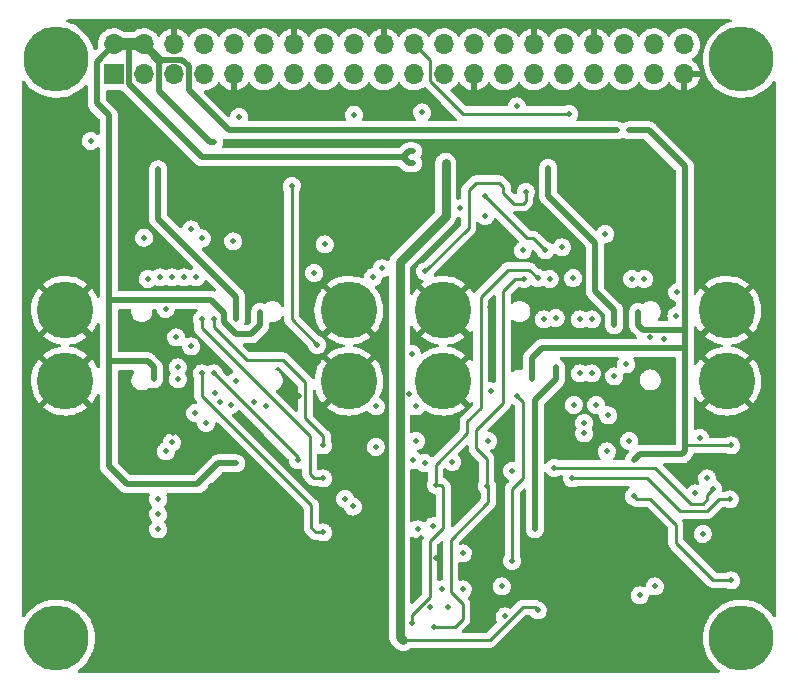
<source format=gbr>
%TF.GenerationSoftware,KiCad,Pcbnew,(6.0.0-0)*%
%TF.CreationDate,2023-03-08T15:11:31-05:00*%
%TF.ProjectId,carrier-board,63617272-6965-4722-9d62-6f6172642e6b,rev?*%
%TF.SameCoordinates,Original*%
%TF.FileFunction,Copper,L4,Bot*%
%TF.FilePolarity,Positive*%
%FSLAX46Y46*%
G04 Gerber Fmt 4.6, Leading zero omitted, Abs format (unit mm)*
G04 Created by KiCad (PCBNEW (6.0.0-0)) date 2023-03-08 15:11:31*
%MOMM*%
%LPD*%
G01*
G04 APERTURE LIST*
%TA.AperFunction,ComponentPad*%
%ADD10C,3.600000*%
%TD*%
%TA.AperFunction,ConnectorPad*%
%ADD11C,5.500000*%
%TD*%
%TA.AperFunction,ComponentPad*%
%ADD12C,4.800000*%
%TD*%
%TA.AperFunction,ComponentPad*%
%ADD13R,1.700000X1.700000*%
%TD*%
%TA.AperFunction,ComponentPad*%
%ADD14O,1.700000X1.700000*%
%TD*%
%TA.AperFunction,ViaPad*%
%ADD15C,0.508000*%
%TD*%
%TA.AperFunction,Conductor*%
%ADD16C,0.254000*%
%TD*%
%TA.AperFunction,Conductor*%
%ADD17C,0.762000*%
%TD*%
%TA.AperFunction,Conductor*%
%ADD18C,0.508000*%
%TD*%
%TA.AperFunction,Conductor*%
%ADD19C,1.016000*%
%TD*%
G04 APERTURE END LIST*
D10*
%TO.P,H1,1,1*%
%TO.N,unconnected-(H1-Pad1)*%
X78500000Y-97500000D03*
D11*
X78500000Y-97500000D03*
%TD*%
D10*
%TO.P,H2,1,1*%
%TO.N,unconnected-(H2-Pad1)*%
X136500000Y-97500000D03*
D11*
X136500000Y-97500000D03*
%TD*%
D10*
%TO.P,H3,1,1*%
%TO.N,unconnected-(H3-Pad1)*%
X78500000Y-146500000D03*
D11*
X78500000Y-146500000D03*
%TD*%
D10*
%TO.P,H4,1,1*%
%TO.N,unconnected-(H4-Pad1)*%
X136500000Y-146500000D03*
D11*
X136500000Y-146500000D03*
%TD*%
D12*
%TO.P,H5,1,1*%
%TO.N,GND*%
X79250000Y-118750000D03*
%TD*%
%TO.P,H6,1,1*%
%TO.N,GND*%
X79250000Y-124750000D03*
%TD*%
%TO.P,H7,1,1*%
%TO.N,GND*%
X135250000Y-124750000D03*
%TD*%
%TO.P,H8,1,1*%
%TO.N,GND*%
X135250000Y-118750000D03*
%TD*%
%TO.P,H9,1,1*%
%TO.N,GND*%
X103250000Y-118750000D03*
%TD*%
%TO.P,H10,1,1*%
%TO.N,GND*%
X111250000Y-118750000D03*
%TD*%
%TO.P,H11,1,1*%
%TO.N,GND*%
X103250000Y-124750000D03*
%TD*%
%TO.P,H12,1,1*%
%TO.N,GND*%
X111250000Y-124750000D03*
%TD*%
D13*
%TO.P,J5,1,Pin_1*%
%TO.N,/3V_RPi*%
X83370000Y-98770000D03*
D14*
%TO.P,J5,2,Pin_2*%
%TO.N,/5V_RPi*%
X83370000Y-96230000D03*
%TO.P,J5,3,Pin_3*%
%TO.N,/SDA1*%
X85910000Y-98770000D03*
%TO.P,J5,4,Pin_4*%
%TO.N,/5V_RPi*%
X85910000Y-96230000D03*
%TO.P,J5,5,Pin_5*%
%TO.N,/SCL1*%
X88450000Y-98770000D03*
%TO.P,J5,6,Pin_6*%
%TO.N,GND*%
X88450000Y-96230000D03*
%TO.P,J5,7,Pin_7*%
%TO.N,/TXD3*%
X90990000Y-98770000D03*
%TO.P,J5,8,Pin_8*%
%TO.N,/TXD0*%
X90990000Y-96230000D03*
%TO.P,J5,9,Pin_9*%
%TO.N,GND*%
X93530000Y-98770000D03*
%TO.P,J5,10,Pin_10*%
%TO.N,/RXD0*%
X93530000Y-96230000D03*
%TO.P,J5,11,Pin_11*%
%TO.N,/SPI1CE1*%
X96070000Y-98770000D03*
%TO.P,J5,12,Pin_12*%
%TO.N,/SPI1CE0*%
X96070000Y-96230000D03*
%TO.P,J5,13,Pin_13*%
%TO.N,/GPIO27*%
X98610000Y-98770000D03*
%TO.P,J5,14,Pin_14*%
%TO.N,GND*%
X98610000Y-96230000D03*
%TO.P,J5,15,Pin_15*%
%TO.N,/SDA6*%
X101150000Y-98770000D03*
%TO.P,J5,16,Pin_16*%
%TO.N,/SCL6*%
X101150000Y-96230000D03*
%TO.P,J5,17,Pin_17*%
%TO.N,/3V_RPi*%
X103690000Y-98770000D03*
%TO.P,J5,18,Pin_18*%
%TO.N,/GPIO24*%
X103690000Y-96230000D03*
%TO.P,J5,19,Pin_19*%
%TO.N,/SPI0MOSI*%
X106230000Y-98770000D03*
%TO.P,J5,20,Pin_20*%
%TO.N,GND*%
X106230000Y-96230000D03*
%TO.P,J5,21,Pin_21*%
%TO.N,/SPI0MISO*%
X108770000Y-98770000D03*
%TO.P,J5,22,Pin_22*%
%TO.N,/GPIO25*%
X108770000Y-96230000D03*
%TO.P,J5,23,Pin_23*%
%TO.N,/SPI0SCLK*%
X111310000Y-98770000D03*
%TO.P,J5,24,Pin_24*%
%TO.N,/SPI0CE0*%
X111310000Y-96230000D03*
%TO.P,J5,25,Pin_25*%
%TO.N,GND*%
X113850000Y-98770000D03*
%TO.P,J5,26,Pin_26*%
%TO.N,/SPI0CE1*%
X113850000Y-96230000D03*
%TO.P,J5,27,Pin_27*%
%TO.N,/TXD2*%
X116390000Y-98770000D03*
%TO.P,J5,28,Pin_28*%
%TO.N,/RXD2*%
X116390000Y-96230000D03*
%TO.P,J5,29,Pin_29*%
%TO.N,/RXD3*%
X118930000Y-98770000D03*
%TO.P,J5,30,Pin_30*%
%TO.N,GND*%
X118930000Y-96230000D03*
%TO.P,J5,31,Pin_31*%
%TO.N,/GPIO6*%
X121470000Y-98770000D03*
%TO.P,J5,32,Pin_32*%
%TO.N,/TXD5*%
X121470000Y-96230000D03*
%TO.P,J5,33,Pin_33*%
%TO.N,/RXD5*%
X124010000Y-98770000D03*
%TO.P,J5,34,Pin_34*%
%TO.N,GND*%
X124010000Y-96230000D03*
%TO.P,J5,35,Pin_35*%
%TO.N,/SPI1MISO*%
X126550000Y-98770000D03*
%TO.P,J5,36,Pin_36*%
%TO.N,/header_to_rpi4/SPI1CE2*%
X126550000Y-96230000D03*
%TO.P,J5,37,Pin_37*%
%TO.N,/GPIO26*%
X129090000Y-98770000D03*
%TO.P,J5,38,Pin_38*%
%TO.N,/SPI1MOSI*%
X129090000Y-96230000D03*
%TO.P,J5,39,Pin_39*%
%TO.N,GND*%
X131630000Y-98770000D03*
%TO.P,J5,40,Pin_40*%
%TO.N,/SPI1SCLK*%
X131630000Y-96230000D03*
%TD*%
D15*
%TO.N,+3V3*%
X107562800Y-136030000D03*
X111464200Y-106312000D03*
X107562800Y-133236000D03*
X111464200Y-107109600D03*
X107816800Y-146698000D03*
X119246800Y-144158000D03*
%TO.N,/SDA_EEPROM1*%
X111626800Y-143904000D03*
X105276800Y-115964000D03*
%TO.N,/SCL_EEPROM1*%
X106038800Y-115202000D03*
X111118800Y-142380000D03*
%TO.N,GND*%
X97402800Y-107201000D03*
X122040800Y-137300000D03*
X88385800Y-129172000D03*
X108324800Y-125870000D03*
X91560800Y-138570000D03*
X115690800Y-136157000D03*
X87623800Y-105423000D03*
X90290800Y-138570000D03*
X95370800Y-117742000D03*
X87750800Y-132220000D03*
X110610800Y-139713000D03*
X127120800Y-113170000D03*
X88258800Y-127013000D03*
X120770800Y-134760000D03*
X102101800Y-133744000D03*
X90290800Y-134760000D03*
X88258800Y-127902000D03*
X123310800Y-137300000D03*
X91560800Y-133617000D03*
X84448800Y-103264000D03*
X121913800Y-104661000D03*
X128517800Y-113170000D03*
X122040800Y-138570000D03*
X123564800Y-130696000D03*
X120262800Y-126759000D03*
X126231800Y-116726000D03*
X122040800Y-130696000D03*
X105276800Y-136157000D03*
X122040800Y-134760000D03*
X113150800Y-133109000D03*
X120770800Y-137300000D03*
X96767800Y-117742000D03*
X94246500Y-116580300D03*
X87115800Y-112408000D03*
X91560800Y-137300000D03*
X100704800Y-139713000D03*
X128771800Y-121044000D03*
X120770800Y-138570000D03*
X89020800Y-132220000D03*
X134486800Y-128537000D03*
X115182800Y-118504000D03*
X109594800Y-134252000D03*
X123310800Y-138570000D03*
X114420800Y-137300000D03*
X109340800Y-138062000D03*
X89020800Y-134760000D03*
X126231800Y-115202000D03*
X94246500Y-115564300D03*
X128517800Y-111773000D03*
X115817800Y-140602000D03*
X89020800Y-137300000D03*
X101720800Y-141618000D03*
X90290800Y-137300000D03*
X99053800Y-125997000D03*
X126231800Y-115964000D03*
X115690800Y-137300000D03*
X123437800Y-134760000D03*
X115309800Y-106185000D03*
X120008800Y-104661000D03*
X91560800Y-134760000D03*
X89020800Y-138570000D03*
%TO.N,/SDA1*%
X85910000Y-112597800D03*
X110621000Y-133538500D03*
X119246500Y-116030000D03*
X87242800Y-115964000D03*
X108586500Y-145183000D03*
%TO.N,/SCL1*%
X86226800Y-116091000D03*
X114928800Y-133617000D03*
X110483800Y-145555000D03*
X117976800Y-113678000D03*
X118103800Y-116091000D03*
%TO.N,/3V_RPi*%
X103690000Y-102185200D03*
%TO.N,/TXD3*%
X93719800Y-124727000D03*
%TO.N,/TXD0*%
X88639800Y-121044000D03*
%TO.N,/RXD0*%
X87750800Y-118631000D03*
%TO.N,/SPI1CE1*%
X93973800Y-102375000D03*
X123183800Y-129172000D03*
X81400800Y-104407000D03*
%TO.N,/SPI1CE0*%
X91941800Y-125743000D03*
%TO.N,/GPIO27*%
X98418800Y-108217000D03*
X122294800Y-126759000D03*
X100577800Y-121679000D03*
%TO.N,/SDA6*%
X95243800Y-126505000D03*
X125088800Y-130696000D03*
X105530800Y-130315000D03*
X100323800Y-115583000D03*
%TO.N,/SCL6*%
X96259800Y-126886000D03*
X108959800Y-129807000D03*
X126993800Y-129807000D03*
%TO.N,/GPIO24*%
X101212800Y-113169500D03*
%TO.N,/SPI0MOSI*%
X89274800Y-115964000D03*
X109467800Y-101994000D03*
X121278800Y-113424000D03*
X90798800Y-112662000D03*
%TO.N,/SPI0MISO*%
X93465800Y-112916000D03*
X122246500Y-116030000D03*
X90290800Y-115964000D03*
X114801800Y-109106000D03*
X119881800Y-113678000D03*
%TO.N,/GPIO25*%
X124961800Y-112281000D03*
X121913800Y-102121000D03*
%TO.N,/SPI0CE0*%
X88258800Y-115964000D03*
X89909800Y-111900000D03*
%TO.N,/SPI0CE1*%
X120262800Y-116091000D03*
X117468800Y-101486000D03*
%TO.N,/TXD2*%
X120770800Y-119393000D03*
%TO.N,/RXD2*%
X119754800Y-119520000D03*
%TO.N,/RXD3*%
X108578800Y-122441000D03*
X112642800Y-110122000D03*
%TO.N,/GPIO6*%
X117468800Y-125997000D03*
X117087800Y-139967000D03*
X114801800Y-110757000D03*
%TO.N,/TXD5*%
X125723800Y-124346000D03*
%TO.N,/RXD5*%
X126739800Y-123330000D03*
%TO.N,/SPI1MISO*%
X129914800Y-121171000D03*
X92322800Y-126505000D03*
X124199800Y-126759000D03*
%TO.N,/GPIO26*%
X90253500Y-127470000D03*
X89909800Y-121806000D03*
X118230800Y-108725000D03*
X109721800Y-115456000D03*
%TO.N,/SPI1MOSI*%
X93253500Y-126759000D03*
X105530800Y-126886000D03*
X108959800Y-126886000D03*
X125215800Y-127648000D03*
%TO.N,/SPI1SCLK*%
X123183800Y-128283000D03*
X91179800Y-128283000D03*
%TO.N,/SDA_EEPROM2*%
X127882800Y-142888000D03*
X112896800Y-142380000D03*
X131057800Y-117234000D03*
X128263800Y-116091000D03*
%TO.N,/SCL_EEPROM2*%
X129152800Y-142126000D03*
X130994300Y-119202500D03*
X116198800Y-142126000D03*
X127247800Y-116091000D03*
%TO.N,/SDA_EEPROM3*%
X109086800Y-137300000D03*
X87750800Y-130696000D03*
%TO.N,/SCL_EEPROM3*%
X88258800Y-129934000D03*
X110356800Y-137046000D03*
%TO.N,/AN1P*%
X101085800Y-132982000D03*
X90798800Y-119520000D03*
%TO.N,/AN1N*%
X91814800Y-119520000D03*
X101085800Y-130188000D03*
%TO.N,/AN2P*%
X122802800Y-119520000D03*
X133597800Y-132982000D03*
%TO.N,/AN2N*%
X123818800Y-119520000D03*
X132962800Y-129553000D03*
%TO.N,/AN3P*%
X98926800Y-131458000D03*
X91814800Y-124092000D03*
%TO.N,/AN3N*%
X101085800Y-137554000D03*
X90798800Y-124092000D03*
%TO.N,/AN4P*%
X123818800Y-124092000D03*
X132581800Y-134252000D03*
%TO.N,/AN4N*%
X133216800Y-137681000D03*
X122802800Y-124092000D03*
%TO.N,/SCL_EEPROM4*%
X117087800Y-132347000D03*
X112896800Y-139332000D03*
%TO.N,/SDA1_5V*%
X102935900Y-134705100D03*
X134105800Y-133871000D03*
X109671000Y-131663500D03*
X108705800Y-131458000D03*
X120643800Y-132093000D03*
%TO.N,/SCL1_5V*%
X112007800Y-131585000D03*
X103587900Y-135357100D03*
X122167800Y-132982000D03*
X115055800Y-129807000D03*
X135502800Y-134760000D03*
%TO.N,Net-(RN3-Pad3)*%
X116452800Y-144666000D03*
X110102800Y-143904000D03*
%TO.N,/module1/3.3V*%
X93719800Y-119520000D03*
X87115800Y-109233000D03*
X87115800Y-106820000D03*
X87115800Y-107963000D03*
X93719800Y-118631000D03*
%TO.N,/module2/3.3V*%
X125723800Y-119012000D03*
X120135800Y-109106000D03*
X125723800Y-120028000D03*
X120135800Y-106693000D03*
X120110000Y-107864400D03*
%TO.N,/module3/3.3V*%
X87115800Y-137300000D03*
X88766800Y-124600000D03*
X88766800Y-123584000D03*
X87115800Y-134760000D03*
X87115800Y-136030000D03*
%TO.N,/module4/3.3V*%
X120770800Y-123584000D03*
X118992800Y-137300000D03*
X120770800Y-124600000D03*
X118992800Y-135141000D03*
X118992800Y-136157000D03*
%TO.N,/5V_RPi*%
X127374800Y-131458000D03*
X91052800Y-104026000D03*
X118738800Y-123584000D03*
X118738800Y-124600000D03*
X95751800Y-120028000D03*
X127755800Y-118885000D03*
X92830800Y-131712000D03*
X95751800Y-118885000D03*
X128390800Y-130950000D03*
X115309800Y-125616000D03*
X127374800Y-134506000D03*
X135629800Y-130188000D03*
X86734800Y-124600000D03*
X135629800Y-141618000D03*
X86734800Y-123584000D03*
X125977800Y-103518000D03*
X126993800Y-103518000D03*
X108705800Y-105296000D03*
X127755800Y-120028000D03*
X108705800Y-106312000D03*
X93719800Y-131712000D03*
X91840200Y-104508600D03*
%TD*%
D16*
%TO.N,+3V3*%
X118992800Y-143904000D02*
X119246800Y-144158000D01*
D17*
X107562800Y-114694000D02*
X107562800Y-146444000D01*
X111464200Y-110792600D02*
X107562800Y-114694000D01*
X111464200Y-107109600D02*
X111464200Y-110792600D01*
X107562800Y-146444000D02*
X107816800Y-146698000D01*
D16*
X107816800Y-146698000D02*
X115182800Y-146698000D01*
X115182800Y-146698000D02*
X117976800Y-143904000D01*
X117976800Y-143904000D02*
X118992800Y-143904000D01*
D17*
X111464200Y-106312000D02*
X111464200Y-107109600D01*
D16*
%TO.N,/SDA1*%
X113277800Y-128156000D02*
X114420800Y-127013000D01*
X116706800Y-115329000D02*
X118545500Y-115329000D01*
X114420800Y-127013000D02*
X114420800Y-117615000D01*
X108578800Y-145175300D02*
X108586500Y-145183000D01*
X118545500Y-115329000D02*
X119246500Y-116030000D01*
X110621000Y-133538500D02*
X111040300Y-133538500D01*
X111245800Y-133744000D02*
X111245800Y-137173000D01*
X111040300Y-133538500D02*
X111245800Y-133744000D01*
X110102800Y-138316000D02*
X110102800Y-143015000D01*
X111245800Y-137173000D02*
X110102800Y-138316000D01*
X114420800Y-117615000D02*
X116706800Y-115329000D01*
X113277800Y-129172000D02*
X113277800Y-128156000D01*
X108578800Y-145175300D02*
X108578800Y-144539000D01*
X110102800Y-143015000D02*
X108578800Y-144539000D01*
X110621000Y-131828800D02*
X113277800Y-129172000D01*
X110621000Y-133538500D02*
X110621000Y-131828800D01*
%TO.N,/SCL1*%
X116325800Y-117107000D02*
X117341800Y-116091000D01*
X114039800Y-128918000D02*
X116325800Y-126632000D01*
X112896800Y-144920000D02*
X112261800Y-145555000D01*
X115055800Y-135014000D02*
X111880800Y-138189000D01*
X116325800Y-126632000D02*
X116325800Y-117107000D01*
X114928800Y-131331000D02*
X114039800Y-130442000D01*
X114039800Y-130442000D02*
X114039800Y-128918000D01*
X112261800Y-145555000D02*
X110483800Y-145555000D01*
X111880800Y-138189000D02*
X111880800Y-142634000D01*
X112896800Y-143650000D02*
X112896800Y-144920000D01*
X111880800Y-142634000D02*
X112896800Y-143650000D01*
X114928800Y-133617000D02*
X114928800Y-131331000D01*
X114928800Y-133617000D02*
X115055800Y-133744000D01*
X115055800Y-133744000D02*
X115055800Y-135014000D01*
X117341800Y-116091000D02*
X118103800Y-116091000D01*
%TO.N,/GPIO27*%
X98418800Y-108217000D02*
X98418800Y-119520000D01*
X98418800Y-119520000D02*
X100577800Y-121679000D01*
%TO.N,/SPI0MISO*%
X118865800Y-112662000D02*
X119881800Y-113678000D01*
X118357800Y-112662000D02*
X118865800Y-112662000D01*
X114801800Y-109106000D02*
X118357800Y-112662000D01*
%TO.N,/GPIO25*%
X110102800Y-99327000D02*
X112896800Y-102121000D01*
X110102800Y-97562800D02*
X110102800Y-99327000D01*
X112896800Y-102121000D02*
X121913800Y-102121000D01*
X108770000Y-96230000D02*
X110102800Y-97562800D01*
%TO.N,/GPIO6*%
X117976800Y-126505000D02*
X117468800Y-125997000D01*
X117087800Y-139967000D02*
X117087800Y-133871000D01*
X117087800Y-133871000D02*
X117976800Y-132982000D01*
X117976800Y-132982000D02*
X117976800Y-126505000D01*
%TO.N,/GPIO26*%
X117214800Y-109741000D02*
X116325800Y-108852000D01*
X116325800Y-108344000D02*
X115944800Y-107963000D01*
X115944800Y-107963000D02*
X114039800Y-107963000D01*
X113404800Y-111773000D02*
X109721800Y-115456000D01*
X113404800Y-108598000D02*
X113404800Y-111773000D01*
X116325800Y-108852000D02*
X116325800Y-108344000D01*
X118230800Y-108725000D02*
X118230800Y-109487000D01*
X117976800Y-109741000D02*
X117214800Y-109741000D01*
X114039800Y-107963000D02*
X113404800Y-108598000D01*
X118230800Y-109487000D02*
X117976800Y-109741000D01*
%TO.N,/AN1P*%
X90798800Y-120282000D02*
X99942800Y-129426000D01*
X100450800Y-132982000D02*
X100323800Y-132982000D01*
X90798800Y-119520000D02*
X90798800Y-120282000D01*
X99942800Y-129426000D02*
X99942800Y-130188000D01*
X100323800Y-132982000D02*
X100069800Y-132728000D01*
X100069800Y-132728000D02*
X99942800Y-132601000D01*
X101085800Y-132982000D02*
X100450800Y-132982000D01*
X99942800Y-131839000D02*
X99942800Y-130188000D01*
X99942800Y-132601000D02*
X99942800Y-131839000D01*
%TO.N,/AN1N*%
X99561800Y-127902000D02*
X99561800Y-124854000D01*
X97656800Y-122949000D02*
X94608800Y-122949000D01*
X91814800Y-120155000D02*
X91814800Y-119520000D01*
X101085800Y-130188000D02*
X101085800Y-129426000D01*
X101085800Y-129426000D02*
X99561800Y-127902000D01*
X94608800Y-122949000D02*
X91814800Y-120155000D01*
X99561800Y-124854000D02*
X97656800Y-122949000D01*
%TO.N,/AN3P*%
X98926800Y-131204000D02*
X98926800Y-131458000D01*
X91814800Y-124092000D02*
X98926800Y-131204000D01*
%TO.N,/AN3N*%
X100450800Y-137554000D02*
X101085800Y-137554000D01*
X100069800Y-135268000D02*
X100069800Y-137173000D01*
X100069800Y-137173000D02*
X100450800Y-137554000D01*
X90798800Y-124092000D02*
X90798800Y-125997000D01*
X90798800Y-125997000D02*
X100069800Y-135268000D01*
%TO.N,/SDA1_5V*%
X133597800Y-134379000D02*
X133597800Y-134760000D01*
X129152800Y-132093000D02*
X120643800Y-132093000D01*
X133216800Y-135141000D02*
X132200800Y-135141000D01*
X134105800Y-133871000D02*
X133597800Y-134379000D01*
X133597800Y-134760000D02*
X133216800Y-135141000D01*
X132200800Y-135141000D02*
X129152800Y-132093000D01*
%TO.N,/SCL1_5V*%
X131311800Y-135776000D02*
X133597800Y-135776000D01*
X128517800Y-132982000D02*
X131311800Y-135776000D01*
X133597800Y-135776000D02*
X134613800Y-134760000D01*
X134613800Y-134760000D02*
X135502800Y-134760000D01*
X122167800Y-132982000D02*
X128517800Y-132982000D01*
D18*
%TO.N,/module1/3.3V*%
X93719800Y-119520000D02*
X93719800Y-118631000D01*
X87115800Y-110884000D02*
X87115800Y-109233000D01*
X93719800Y-117615000D02*
X92195800Y-116091000D01*
X92195800Y-116091000D02*
X87115800Y-111011000D01*
X93719800Y-118631000D02*
X93719800Y-117615000D01*
X87115800Y-107963000D02*
X87115800Y-106820000D01*
X87115800Y-109233000D02*
X87115800Y-107963000D01*
X87115800Y-111011000D02*
X87115800Y-110884000D01*
%TO.N,/module2/3.3V*%
X120135800Y-109106000D02*
X124072800Y-113043000D01*
X124072800Y-117107000D02*
X125723800Y-118758000D01*
X124072800Y-116218000D02*
X124072800Y-117107000D01*
X125723800Y-119012000D02*
X125723800Y-120028000D01*
X124072800Y-113043000D02*
X124072800Y-116218000D01*
X120135800Y-106693000D02*
X120135800Y-109106000D01*
X125723800Y-118758000D02*
X125723800Y-119012000D01*
%TO.N,/module4/3.3V*%
X118992800Y-126378000D02*
X120770800Y-124600000D01*
X120770800Y-123584000D02*
X120770800Y-124600000D01*
X118992800Y-136157000D02*
X118992800Y-137300000D01*
X118992800Y-135141000D02*
X118992800Y-136157000D01*
X118992800Y-135141000D02*
X118992800Y-126378000D01*
%TO.N,/5V_RPi*%
X82924800Y-102248000D02*
X82924800Y-117869000D01*
X82924800Y-123076000D02*
X82924800Y-131966000D01*
X131438800Y-130950000D02*
X131692800Y-130696000D01*
X95751800Y-118885000D02*
X95751800Y-120028000D01*
D17*
X85910000Y-96230000D02*
X87219489Y-97539489D01*
D18*
X93719800Y-120790000D02*
X92703800Y-119774000D01*
X119627800Y-121933000D02*
X131692800Y-121933000D01*
X89680511Y-100113711D02*
X92576800Y-103010000D01*
X87219489Y-97539489D02*
X89138289Y-97539489D01*
X108705800Y-105296000D02*
X108324800Y-105296000D01*
X127882800Y-130950000D02*
X127374800Y-131458000D01*
D16*
X135629800Y-141618000D02*
X134105800Y-141618000D01*
D18*
X128136800Y-120409000D02*
X131565800Y-120409000D01*
X92195800Y-131712000D02*
X92830800Y-131712000D01*
X91535400Y-104508600D02*
X91840200Y-104508600D01*
D16*
X127628800Y-134760000D02*
X127374800Y-134506000D01*
X135629800Y-130188000D02*
X131819800Y-130188000D01*
D18*
X82924800Y-117869000D02*
X82924800Y-123076000D01*
X86734800Y-123584000D02*
X86734800Y-124600000D01*
X87219489Y-100192689D02*
X91535400Y-104508600D01*
X131692800Y-106566000D02*
X131692800Y-119012000D01*
X89680511Y-98081711D02*
X89680511Y-100113711D01*
D16*
X128771800Y-134760000D02*
X127628800Y-134760000D01*
D18*
X126993800Y-103518000D02*
X128644800Y-103518000D01*
X86734800Y-123584000D02*
X86226800Y-123076000D01*
X118738800Y-124600000D02*
X118738800Y-123584000D01*
X87219489Y-97539489D02*
X87219489Y-100192689D01*
D16*
X130930800Y-138443000D02*
X130930800Y-136919000D01*
D18*
X127755800Y-118885000D02*
X127755800Y-120028000D01*
X108324800Y-105296000D02*
X107816800Y-105804000D01*
X128390800Y-130950000D02*
X127882800Y-130950000D01*
X108705800Y-106312000D02*
X108324800Y-106312000D01*
X108324800Y-106312000D02*
X107816800Y-105804000D01*
X83370000Y-96230000D02*
X81908800Y-97691200D01*
X95624800Y-103518000D02*
X123818800Y-103518000D01*
X128390800Y-130950000D02*
X131438800Y-130950000D01*
X93084800Y-103518000D02*
X95624800Y-103518000D01*
X107816800Y-105804000D02*
X90798800Y-105804000D01*
X123818800Y-103518000D02*
X125977800Y-103518000D01*
X89138289Y-97539489D02*
X89680511Y-98081711D01*
X84624800Y-99630000D02*
X84624800Y-96230000D01*
D16*
X131819800Y-130188000D02*
X131692800Y-130061000D01*
D18*
X94989800Y-120790000D02*
X93719800Y-120790000D01*
X82924800Y-131966000D02*
X84448800Y-133490000D01*
X90417800Y-133490000D02*
X91687800Y-132220000D01*
X86226800Y-123076000D02*
X82924800Y-123076000D01*
X92703800Y-119012000D02*
X91560800Y-117869000D01*
X131692800Y-130696000D02*
X131692800Y-130061000D01*
D16*
X134105800Y-141618000D02*
X130930800Y-138443000D01*
D18*
X128644800Y-103518000D02*
X131692800Y-106566000D01*
D19*
X83370000Y-96230000D02*
X84624800Y-96230000D01*
D18*
X92703800Y-119774000D02*
X92703800Y-119012000D01*
X93719800Y-131712000D02*
X92830800Y-131712000D01*
X91687800Y-132220000D02*
X92195800Y-131712000D01*
D16*
X130930800Y-136919000D02*
X128771800Y-134760000D01*
D18*
X131692800Y-120536000D02*
X131692800Y-121933000D01*
X92576800Y-103010000D02*
X93084800Y-103518000D01*
X81908800Y-101232000D02*
X82924800Y-102248000D01*
X84448800Y-133490000D02*
X90417800Y-133490000D01*
X118738800Y-122822000D02*
X119627800Y-121933000D01*
X131692800Y-119012000D02*
X131692800Y-120536000D01*
X90798800Y-105804000D02*
X84624800Y-99630000D01*
X131692800Y-121933000D02*
X131692800Y-130061000D01*
D19*
X84624800Y-96230000D02*
X85910000Y-96230000D01*
D18*
X91560800Y-117869000D02*
X82924800Y-117869000D01*
X127755800Y-120028000D02*
X128136800Y-120409000D01*
X118738800Y-123584000D02*
X118738800Y-122822000D01*
X131565800Y-120409000D02*
X131692800Y-120536000D01*
X95751800Y-120028000D02*
X94989800Y-120790000D01*
X81908800Y-97691200D02*
X81908800Y-101232000D01*
%TD*%
%TA.AperFunction,Conductor*%
%TO.N,GND*%
G36*
X135626862Y-94140002D02*
G01*
X135673355Y-94193658D01*
X135683459Y-94263932D01*
X135653965Y-94328512D01*
X135598721Y-94365489D01*
X135298704Y-94465873D01*
X134978047Y-94613359D01*
X134675194Y-94794613D01*
X134393687Y-95007515D01*
X134136820Y-95249574D01*
X133907598Y-95517959D01*
X133905670Y-95520786D01*
X133905668Y-95520788D01*
X133884103Y-95552401D01*
X133708702Y-95809530D01*
X133701886Y-95822295D01*
X133605750Y-96002342D01*
X133542458Y-96120876D01*
X133541183Y-96124048D01*
X133541181Y-96124052D01*
X133458680Y-96329282D01*
X133410813Y-96448355D01*
X133409894Y-96451623D01*
X133409892Y-96451630D01*
X133316225Y-96784858D01*
X133315304Y-96788136D01*
X133314743Y-96791489D01*
X133314742Y-96791493D01*
X133257614Y-97132880D01*
X133257051Y-97136245D01*
X133236734Y-97488609D01*
X133254591Y-97841106D01*
X133255128Y-97844461D01*
X133255129Y-97844467D01*
X133290853Y-98067502D01*
X133310412Y-98189613D01*
X133403546Y-98530053D01*
X133532903Y-98858443D01*
X133534486Y-98861458D01*
X133695384Y-99167926D01*
X133695389Y-99167934D01*
X133696968Y-99170942D01*
X133698862Y-99173760D01*
X133698867Y-99173769D01*
X133798378Y-99321856D01*
X133893824Y-99463895D01*
X134121167Y-99733873D01*
X134123627Y-99736224D01*
X134123630Y-99736227D01*
X134373875Y-99975366D01*
X134373882Y-99975372D01*
X134376338Y-99977719D01*
X134656351Y-100192581D01*
X134756833Y-100253675D01*
X134955017Y-100374173D01*
X134955022Y-100374176D01*
X134957932Y-100375945D01*
X134961020Y-100377391D01*
X134961019Y-100377391D01*
X135274468Y-100524222D01*
X135274478Y-100524226D01*
X135277552Y-100525666D01*
X135280770Y-100526768D01*
X135280773Y-100526769D01*
X135608241Y-100638887D01*
X135608245Y-100638888D01*
X135611472Y-100639993D01*
X135614802Y-100640743D01*
X135614811Y-100640746D01*
X135858164Y-100695587D01*
X135955786Y-100717587D01*
X135959171Y-100717973D01*
X135959179Y-100717974D01*
X136303083Y-100757157D01*
X136303091Y-100757157D01*
X136306466Y-100757542D01*
X136309870Y-100757560D01*
X136309873Y-100757560D01*
X136501627Y-100758564D01*
X136659411Y-100759390D01*
X136662797Y-100759040D01*
X136662799Y-100759040D01*
X137007098Y-100723461D01*
X137007107Y-100723460D01*
X137010490Y-100723110D01*
X137013823Y-100722396D01*
X137013826Y-100722395D01*
X137183692Y-100685979D01*
X137355598Y-100649125D01*
X137690697Y-100538301D01*
X138011867Y-100391936D01*
X138171414Y-100297204D01*
X138312407Y-100213489D01*
X138312412Y-100213486D01*
X138315352Y-100211740D01*
X138323637Y-100205520D01*
X138594867Y-100001874D01*
X138597600Y-99999822D01*
X138855310Y-99758661D01*
X139085468Y-99491078D01*
X139187160Y-99343115D01*
X139242228Y-99298304D01*
X139312781Y-99290379D01*
X139376419Y-99321856D01*
X139412936Y-99382741D01*
X139417000Y-99414482D01*
X139417000Y-144585408D01*
X139396998Y-144653529D01*
X139343342Y-144700022D01*
X139273068Y-144710126D01*
X139208488Y-144680632D01*
X139186664Y-144656048D01*
X139101217Y-144529843D01*
X139101210Y-144529834D01*
X139099305Y-144527020D01*
X139097109Y-144524430D01*
X139097104Y-144524424D01*
X138967991Y-144372180D01*
X138871021Y-144257837D01*
X138615001Y-144014883D01*
X138612294Y-144012821D01*
X138612286Y-144012814D01*
X138376372Y-143833097D01*
X138334239Y-143801000D01*
X138064052Y-143638012D01*
X138034941Y-143620451D01*
X138034940Y-143620450D01*
X138032020Y-143618689D01*
X138028930Y-143617255D01*
X138028925Y-143617252D01*
X137804726Y-143513183D01*
X137711879Y-143470085D01*
X137708654Y-143468993D01*
X137708648Y-143468991D01*
X137380798Y-143358020D01*
X137380793Y-143358018D01*
X137377562Y-143356925D01*
X137363832Y-143353881D01*
X137211761Y-143320168D01*
X137032979Y-143280533D01*
X136881098Y-143263765D01*
X136685543Y-143242175D01*
X136685538Y-143242175D01*
X136682162Y-143241802D01*
X136678763Y-143241796D01*
X136678762Y-143241796D01*
X136512289Y-143241506D01*
X136329213Y-143241186D01*
X136239225Y-143250803D01*
X135981646Y-143278330D01*
X135981640Y-143278331D01*
X135978262Y-143278692D01*
X135633414Y-143353881D01*
X135298704Y-143465873D01*
X135295611Y-143467295D01*
X135295610Y-143467296D01*
X135195845Y-143513183D01*
X134978047Y-143613359D01*
X134975113Y-143615115D01*
X134975111Y-143615116D01*
X134909763Y-143654226D01*
X134675194Y-143794613D01*
X134393687Y-144007515D01*
X134136820Y-144249574D01*
X133907598Y-144517959D01*
X133905670Y-144520786D01*
X133905668Y-144520788D01*
X133867729Y-144576405D01*
X133708702Y-144809530D01*
X133650769Y-144918029D01*
X133544326Y-145117378D01*
X133542458Y-145120876D01*
X133541183Y-145124048D01*
X133541181Y-145124052D01*
X133423315Y-145417256D01*
X133410813Y-145448355D01*
X133409894Y-145451623D01*
X133409892Y-145451630D01*
X133337962Y-145707527D01*
X133315304Y-145788136D01*
X133314743Y-145791489D01*
X133314742Y-145791493D01*
X133257614Y-146132880D01*
X133257051Y-146136245D01*
X133236734Y-146488609D01*
X133254591Y-146841106D01*
X133255128Y-146844461D01*
X133255129Y-146844467D01*
X133275976Y-146974619D01*
X133310412Y-147189613D01*
X133403546Y-147530053D01*
X133532903Y-147858443D01*
X133534486Y-147861458D01*
X133695384Y-148167926D01*
X133695389Y-148167934D01*
X133696968Y-148170942D01*
X133698862Y-148173760D01*
X133698867Y-148173769D01*
X133798378Y-148321856D01*
X133893824Y-148463895D01*
X134121167Y-148733873D01*
X134123627Y-148736224D01*
X134123630Y-148736227D01*
X134373875Y-148975366D01*
X134373882Y-148975372D01*
X134376338Y-148977719D01*
X134616996Y-149162382D01*
X134654340Y-149191038D01*
X134696207Y-149248376D01*
X134700429Y-149319247D01*
X134665665Y-149381149D01*
X134602952Y-149414431D01*
X134577636Y-149417000D01*
X80419640Y-149417000D01*
X80351519Y-149396998D01*
X80305026Y-149343342D01*
X80294922Y-149273068D01*
X80324416Y-149208488D01*
X80343987Y-149190240D01*
X80594867Y-149001874D01*
X80597600Y-148999822D01*
X80855310Y-148758661D01*
X81085468Y-148491078D01*
X81285380Y-148200203D01*
X81286992Y-148197209D01*
X81286997Y-148197201D01*
X81451087Y-147892452D01*
X81452709Y-147889440D01*
X81585498Y-147562422D01*
X81593816Y-147533223D01*
X81643842Y-147357601D01*
X81682191Y-147222976D01*
X81711048Y-147054153D01*
X81741087Y-146878420D01*
X81741087Y-146878418D01*
X81741659Y-146875073D01*
X81741877Y-146871520D01*
X81763096Y-146524580D01*
X81763206Y-146522782D01*
X81763286Y-146500000D01*
X81744199Y-146147567D01*
X81687161Y-145799257D01*
X81592839Y-145459145D01*
X81589849Y-145451630D01*
X81463597Y-145134372D01*
X81462338Y-145131208D01*
X81393016Y-145000282D01*
X81298777Y-144822295D01*
X81298775Y-144822292D01*
X81297182Y-144819283D01*
X81292609Y-144812529D01*
X81101211Y-144529834D01*
X81101204Y-144529825D01*
X81099305Y-144527020D01*
X81097109Y-144524430D01*
X81097104Y-144524424D01*
X80967991Y-144372180D01*
X80871021Y-144257837D01*
X80615001Y-144014883D01*
X80612294Y-144012821D01*
X80612286Y-144012814D01*
X80376372Y-143833097D01*
X80334239Y-143801000D01*
X80064052Y-143638012D01*
X80034941Y-143620451D01*
X80034940Y-143620450D01*
X80032020Y-143618689D01*
X80028930Y-143617255D01*
X80028925Y-143617252D01*
X79804726Y-143513183D01*
X79711879Y-143470085D01*
X79708654Y-143468993D01*
X79708648Y-143468991D01*
X79380798Y-143358020D01*
X79380793Y-143358018D01*
X79377562Y-143356925D01*
X79363832Y-143353881D01*
X79211761Y-143320168D01*
X79032979Y-143280533D01*
X78881098Y-143263765D01*
X78685543Y-143242175D01*
X78685538Y-143242175D01*
X78682162Y-143241802D01*
X78678763Y-143241796D01*
X78678762Y-143241796D01*
X78512289Y-143241506D01*
X78329213Y-143241186D01*
X78239225Y-143250803D01*
X77981646Y-143278330D01*
X77981640Y-143278331D01*
X77978262Y-143278692D01*
X77633414Y-143353881D01*
X77298704Y-143465873D01*
X77295611Y-143467295D01*
X77295610Y-143467296D01*
X77195845Y-143513183D01*
X76978047Y-143613359D01*
X76975113Y-143615115D01*
X76975111Y-143615116D01*
X76909763Y-143654226D01*
X76675194Y-143794613D01*
X76393687Y-144007515D01*
X76136820Y-144249574D01*
X75907598Y-144517959D01*
X75813086Y-144656508D01*
X75758177Y-144701509D01*
X75687652Y-144709680D01*
X75623905Y-144678426D01*
X75587175Y-144617669D01*
X75583000Y-144585502D01*
X75583000Y-126980888D01*
X77384652Y-126980888D01*
X77384670Y-126981141D01*
X77390584Y-126989884D01*
X77414152Y-127011329D01*
X77419779Y-127015886D01*
X77686225Y-127207346D01*
X77692355Y-127211236D01*
X77979032Y-127370799D01*
X77985552Y-127373951D01*
X78288680Y-127499510D01*
X78295531Y-127501896D01*
X78611063Y-127591778D01*
X78618152Y-127593363D01*
X78941936Y-127646385D01*
X78949142Y-127647142D01*
X79276877Y-127662597D01*
X79284127Y-127662521D01*
X79611456Y-127640207D01*
X79618665Y-127639296D01*
X79941266Y-127579505D01*
X79948296Y-127577778D01*
X80261903Y-127481300D01*
X80268680Y-127478780D01*
X80569131Y-127346891D01*
X80575566Y-127343612D01*
X80858850Y-127178075D01*
X80864899Y-127174056D01*
X81107403Y-126991979D01*
X81115857Y-126980652D01*
X81109112Y-126968322D01*
X79262812Y-125122022D01*
X79248868Y-125114408D01*
X79247035Y-125114539D01*
X79240420Y-125118790D01*
X77392266Y-126966944D01*
X77384652Y-126980888D01*
X75583000Y-126980888D01*
X75583000Y-124662134D01*
X76338604Y-124662134D01*
X76347193Y-124990123D01*
X76347799Y-124997339D01*
X76394031Y-125322176D01*
X76395460Y-125329265D01*
X76478720Y-125646632D01*
X76480960Y-125653527D01*
X76600143Y-125959214D01*
X76603158Y-125965801D01*
X76756691Y-126255776D01*
X76760437Y-126261961D01*
X76946280Y-126532364D01*
X76950722Y-126538090D01*
X77009622Y-126605607D01*
X77022795Y-126614011D01*
X77032646Y-126608144D01*
X78877978Y-124762812D01*
X78885592Y-124748868D01*
X78885461Y-124747035D01*
X78881210Y-124740420D01*
X77033604Y-122892814D01*
X77020811Y-122885828D01*
X77010058Y-122893691D01*
X76860288Y-123084699D01*
X76856156Y-123090644D01*
X76684720Y-123370404D01*
X76681299Y-123376783D01*
X76543152Y-123674397D01*
X76540492Y-123681116D01*
X76437468Y-123992633D01*
X76435591Y-123999637D01*
X76369056Y-124320922D01*
X76367999Y-124328082D01*
X76338832Y-124654882D01*
X76338604Y-124662134D01*
X75583000Y-124662134D01*
X75583000Y-120980888D01*
X77384652Y-120980888D01*
X77384670Y-120981141D01*
X77390584Y-120989884D01*
X77414152Y-121011329D01*
X77419779Y-121015886D01*
X77686225Y-121207346D01*
X77692355Y-121211236D01*
X77979032Y-121370799D01*
X77985552Y-121373951D01*
X78288680Y-121499510D01*
X78295531Y-121501896D01*
X78611063Y-121591778D01*
X78618152Y-121593363D01*
X78801290Y-121623353D01*
X78865283Y-121654101D01*
X78902494Y-121714565D01*
X78901108Y-121785548D01*
X78861566Y-121844514D01*
X78800633Y-121872147D01*
X78790768Y-121873709D01*
X78470201Y-121943604D01*
X78463223Y-121945552D01*
X78152808Y-122051831D01*
X78146101Y-122054568D01*
X77849964Y-122195819D01*
X77843606Y-122199314D01*
X77565681Y-122373656D01*
X77559757Y-122377865D01*
X77394743Y-122510066D01*
X77386274Y-122522191D01*
X77392669Y-122533459D01*
X79237188Y-124377978D01*
X79251132Y-124385592D01*
X79252965Y-124385461D01*
X79259580Y-124381210D01*
X81106142Y-122534648D01*
X81113534Y-122521111D01*
X81106747Y-122511411D01*
X81013919Y-122432128D01*
X81008131Y-122427735D01*
X80735809Y-122244741D01*
X80729586Y-122241061D01*
X80438015Y-122090570D01*
X80431404Y-122087627D01*
X80124482Y-121971651D01*
X80117563Y-121969483D01*
X79799350Y-121889553D01*
X79792225Y-121888194D01*
X79694286Y-121875300D01*
X79629359Y-121846578D01*
X79590267Y-121787313D01*
X79589422Y-121716321D01*
X79627092Y-121656142D01*
X79687770Y-121626488D01*
X79941265Y-121579505D01*
X79948296Y-121577778D01*
X80261903Y-121481300D01*
X80268680Y-121478780D01*
X80569131Y-121346891D01*
X80575566Y-121343612D01*
X80858850Y-121178075D01*
X80864899Y-121174056D01*
X81107403Y-120991979D01*
X81115857Y-120980652D01*
X81109112Y-120968322D01*
X79262812Y-119122022D01*
X79248868Y-119114408D01*
X79247035Y-119114539D01*
X79240420Y-119118790D01*
X77392266Y-120966944D01*
X77384652Y-120980888D01*
X75583000Y-120980888D01*
X75583000Y-118662134D01*
X76338604Y-118662134D01*
X76347193Y-118990123D01*
X76347799Y-118997339D01*
X76394031Y-119322176D01*
X76395460Y-119329265D01*
X76478720Y-119646632D01*
X76480960Y-119653527D01*
X76600143Y-119959214D01*
X76603158Y-119965801D01*
X76756691Y-120255776D01*
X76760437Y-120261961D01*
X76946280Y-120532364D01*
X76950722Y-120538090D01*
X77009622Y-120605607D01*
X77022795Y-120614011D01*
X77032646Y-120608144D01*
X78877978Y-118762812D01*
X78885592Y-118748868D01*
X78885461Y-118747035D01*
X78881210Y-118740420D01*
X77033604Y-116892814D01*
X77020811Y-116885828D01*
X77010058Y-116893691D01*
X76860288Y-117084699D01*
X76856156Y-117090644D01*
X76684720Y-117370404D01*
X76681299Y-117376783D01*
X76543152Y-117674397D01*
X76540492Y-117681116D01*
X76437468Y-117992633D01*
X76435591Y-117999637D01*
X76369056Y-118320922D01*
X76367999Y-118328082D01*
X76338832Y-118654882D01*
X76338604Y-118662134D01*
X75583000Y-118662134D01*
X75583000Y-116522191D01*
X77386274Y-116522191D01*
X77392669Y-116533459D01*
X79237188Y-118377978D01*
X79251132Y-118385592D01*
X79252965Y-118385461D01*
X79259580Y-118381210D01*
X81106142Y-116534648D01*
X81113534Y-116521111D01*
X81106747Y-116511411D01*
X81013919Y-116432128D01*
X81008131Y-116427735D01*
X80735809Y-116244741D01*
X80729586Y-116241061D01*
X80438015Y-116090570D01*
X80431404Y-116087627D01*
X80124482Y-115971651D01*
X80117563Y-115969483D01*
X79799350Y-115889553D01*
X79792225Y-115888194D01*
X79466942Y-115845369D01*
X79459700Y-115844838D01*
X79131661Y-115839684D01*
X79124399Y-115839988D01*
X78797926Y-115872575D01*
X78790778Y-115873707D01*
X78470201Y-115943604D01*
X78463223Y-115945552D01*
X78152808Y-116051831D01*
X78146101Y-116054568D01*
X77849964Y-116195819D01*
X77843606Y-116199314D01*
X77565681Y-116373656D01*
X77559757Y-116377865D01*
X77394743Y-116510066D01*
X77386274Y-116522191D01*
X75583000Y-116522191D01*
X75583000Y-99414758D01*
X75603002Y-99346637D01*
X75656658Y-99300144D01*
X75726932Y-99290040D01*
X75791512Y-99319534D01*
X75813582Y-99344482D01*
X75893824Y-99463895D01*
X76121167Y-99733873D01*
X76123627Y-99736224D01*
X76123630Y-99736227D01*
X76373875Y-99975366D01*
X76373882Y-99975372D01*
X76376338Y-99977719D01*
X76656351Y-100192581D01*
X76756833Y-100253675D01*
X76955017Y-100374173D01*
X76955022Y-100374176D01*
X76957932Y-100375945D01*
X76961020Y-100377391D01*
X76961019Y-100377391D01*
X77274468Y-100524222D01*
X77274478Y-100524226D01*
X77277552Y-100525666D01*
X77280770Y-100526768D01*
X77280773Y-100526769D01*
X77608241Y-100638887D01*
X77608245Y-100638888D01*
X77611472Y-100639993D01*
X77614802Y-100640743D01*
X77614811Y-100640746D01*
X77858164Y-100695587D01*
X77955786Y-100717587D01*
X77959171Y-100717973D01*
X77959179Y-100717974D01*
X78303083Y-100757157D01*
X78303091Y-100757157D01*
X78306466Y-100757542D01*
X78309870Y-100757560D01*
X78309873Y-100757560D01*
X78501627Y-100758564D01*
X78659411Y-100759390D01*
X78662797Y-100759040D01*
X78662799Y-100759040D01*
X79007098Y-100723461D01*
X79007107Y-100723460D01*
X79010490Y-100723110D01*
X79013823Y-100722396D01*
X79013826Y-100722395D01*
X79183692Y-100685979D01*
X79355598Y-100649125D01*
X79690697Y-100538301D01*
X80011867Y-100391936D01*
X80171414Y-100297204D01*
X80312407Y-100213489D01*
X80312412Y-100213486D01*
X80315352Y-100211740D01*
X80323637Y-100205520D01*
X80594867Y-100001874D01*
X80597600Y-99999822D01*
X80855310Y-99758661D01*
X80924776Y-99677899D01*
X80984361Y-99639299D01*
X81055357Y-99639040D01*
X81115223Y-99677206D01*
X81144951Y-99741679D01*
X81146300Y-99760065D01*
X81146300Y-101164624D01*
X81144867Y-101183574D01*
X81142676Y-101197973D01*
X81142676Y-101197979D01*
X81141576Y-101205208D01*
X81142169Y-101212500D01*
X81142169Y-101212503D01*
X81145885Y-101258183D01*
X81146300Y-101268398D01*
X81146300Y-101276525D01*
X81149611Y-101304924D01*
X81150038Y-101309244D01*
X81155991Y-101382426D01*
X81158247Y-101389388D01*
X81159443Y-101395376D01*
X81160851Y-101401333D01*
X81161699Y-101408607D01*
X81164197Y-101415489D01*
X81164198Y-101415493D01*
X81186745Y-101477607D01*
X81188155Y-101481711D01*
X81210787Y-101551575D01*
X81214587Y-101557838D01*
X81217125Y-101563380D01*
X81219867Y-101568856D01*
X81222366Y-101575741D01*
X81226381Y-101581865D01*
X81262615Y-101637132D01*
X81264930Y-101640800D01*
X81303027Y-101703581D01*
X81306741Y-101707786D01*
X81306743Y-101707789D01*
X81310467Y-101712005D01*
X81310438Y-101712031D01*
X81313038Y-101714962D01*
X81315842Y-101718316D01*
X81319854Y-101724435D01*
X81325166Y-101729467D01*
X81376386Y-101777988D01*
X81378828Y-101780366D01*
X82125395Y-102526933D01*
X82159421Y-102589245D01*
X82162300Y-102616028D01*
X82162300Y-103785953D01*
X82142298Y-103854074D01*
X82088642Y-103900567D01*
X82018368Y-103910671D01*
X81953788Y-103881177D01*
X81946894Y-103874736D01*
X81886577Y-103813996D01*
X81886573Y-103813993D01*
X81881609Y-103808994D01*
X81783600Y-103746796D01*
X81743116Y-103721104D01*
X81743113Y-103721102D01*
X81737173Y-103717333D01*
X81730540Y-103714971D01*
X81582654Y-103662311D01*
X81582649Y-103662310D01*
X81576019Y-103659949D01*
X81569031Y-103659116D01*
X81569028Y-103659115D01*
X81453455Y-103645334D01*
X81406157Y-103639694D01*
X81399154Y-103640430D01*
X81399153Y-103640430D01*
X81354758Y-103645096D01*
X81236028Y-103657575D01*
X81225871Y-103661033D01*
X81080756Y-103710434D01*
X81080753Y-103710435D01*
X81074089Y-103712704D01*
X80928388Y-103802340D01*
X80923357Y-103807267D01*
X80923354Y-103807269D01*
X80875559Y-103854074D01*
X80806166Y-103922028D01*
X80802347Y-103927953D01*
X80802346Y-103927955D01*
X80789096Y-103948515D01*
X80713498Y-104065820D01*
X80711087Y-104072443D01*
X80711086Y-104072446D01*
X80657400Y-104219947D01*
X80657399Y-104219952D01*
X80654990Y-104226570D01*
X80633550Y-104396286D01*
X80650243Y-104566536D01*
X80704240Y-104728856D01*
X80707887Y-104734878D01*
X80707888Y-104734880D01*
X80789206Y-104869154D01*
X80789209Y-104869157D01*
X80792856Y-104875180D01*
X80911689Y-104998234D01*
X80917585Y-105002092D01*
X81046514Y-105086461D01*
X81054830Y-105091903D01*
X81061434Y-105094359D01*
X81061436Y-105094360D01*
X81208557Y-105149074D01*
X81208559Y-105149074D01*
X81215167Y-105151532D01*
X81294254Y-105162085D01*
X81377749Y-105173226D01*
X81377753Y-105173226D01*
X81384730Y-105174157D01*
X81391741Y-105173519D01*
X81391745Y-105173519D01*
X81548073Y-105159292D01*
X81548075Y-105159292D01*
X81555092Y-105158653D01*
X81561790Y-105156477D01*
X81561793Y-105156476D01*
X81711089Y-105107966D01*
X81711091Y-105107965D01*
X81717785Y-105105790D01*
X81825633Y-105041500D01*
X81858672Y-105021805D01*
X81858674Y-105021804D01*
X81864724Y-105018197D01*
X81921164Y-104964450D01*
X81949408Y-104937554D01*
X82012533Y-104905062D01*
X82083204Y-104911856D01*
X82138983Y-104955778D01*
X82162300Y-105028800D01*
X82162300Y-117548993D01*
X82142298Y-117617114D01*
X82088642Y-117663607D01*
X82018368Y-117673711D01*
X81953788Y-117644217D01*
X81920403Y-117598428D01*
X81860572Y-117458157D01*
X81857347Y-117451659D01*
X81694778Y-117166646D01*
X81690846Y-117160591D01*
X81496590Y-116896143D01*
X81492835Y-116891604D01*
X81479417Y-116883626D01*
X81478810Y-116883647D01*
X81470330Y-116888880D01*
X79622022Y-118737188D01*
X79614408Y-118751132D01*
X79614539Y-118752965D01*
X79618790Y-118759580D01*
X81465273Y-120606063D01*
X81478627Y-120613355D01*
X81488599Y-120606301D01*
X81586228Y-120489537D01*
X81590538Y-120483734D01*
X81770683Y-120209490D01*
X81774297Y-120203228D01*
X81923353Y-119906863D01*
X81924797Y-119907589D01*
X81966063Y-119857986D01*
X82033768Y-119836619D01*
X82102277Y-119855249D01*
X82149839Y-119907959D01*
X82162300Y-119962594D01*
X82162300Y-123048046D01*
X82162058Y-123055847D01*
X82158232Y-123117516D01*
X82159472Y-123124732D01*
X82160480Y-123130597D01*
X82162300Y-123151936D01*
X82162300Y-123548993D01*
X82142298Y-123617114D01*
X82088642Y-123663607D01*
X82018368Y-123673711D01*
X81953788Y-123644217D01*
X81920403Y-123598428D01*
X81860572Y-123458157D01*
X81857347Y-123451659D01*
X81694778Y-123166646D01*
X81690846Y-123160591D01*
X81496590Y-122896143D01*
X81492835Y-122891604D01*
X81479417Y-122883626D01*
X81478810Y-122883647D01*
X81470330Y-122888880D01*
X79622022Y-124737188D01*
X79614408Y-124751132D01*
X79614539Y-124752965D01*
X79618790Y-124759580D01*
X81465273Y-126606063D01*
X81478627Y-126613355D01*
X81488599Y-126606301D01*
X81586228Y-126489537D01*
X81590538Y-126483734D01*
X81770683Y-126209490D01*
X81774297Y-126203228D01*
X81923353Y-125906863D01*
X81924797Y-125907589D01*
X81966063Y-125857986D01*
X82033768Y-125836619D01*
X82102277Y-125855249D01*
X82149839Y-125907959D01*
X82162300Y-125962594D01*
X82162300Y-131898624D01*
X82160867Y-131917574D01*
X82158676Y-131931973D01*
X82158676Y-131931979D01*
X82157576Y-131939208D01*
X82158169Y-131946500D01*
X82158169Y-131946503D01*
X82161885Y-131992183D01*
X82162300Y-132002398D01*
X82162300Y-132010525D01*
X82165611Y-132038924D01*
X82166038Y-132043244D01*
X82171991Y-132116426D01*
X82174247Y-132123388D01*
X82175443Y-132129376D01*
X82176851Y-132135333D01*
X82177699Y-132142607D01*
X82180197Y-132149489D01*
X82180198Y-132149493D01*
X82202745Y-132211607D01*
X82204155Y-132215711D01*
X82226787Y-132285575D01*
X82230587Y-132291838D01*
X82233125Y-132297380D01*
X82235867Y-132302856D01*
X82238366Y-132309741D01*
X82242381Y-132315865D01*
X82278615Y-132371132D01*
X82280930Y-132374800D01*
X82319027Y-132437581D01*
X82322741Y-132441786D01*
X82322743Y-132441789D01*
X82326467Y-132446005D01*
X82326438Y-132446031D01*
X82329038Y-132448962D01*
X82331842Y-132452316D01*
X82335854Y-132458435D01*
X82385408Y-132505378D01*
X82392386Y-132511988D01*
X82394828Y-132514366D01*
X83861990Y-133981528D01*
X83874377Y-133995941D01*
X83887346Y-134013564D01*
X83892929Y-134018307D01*
X83927855Y-134047979D01*
X83935371Y-134054909D01*
X83941115Y-134060653D01*
X83943985Y-134062924D01*
X83943991Y-134062929D01*
X83963541Y-134078397D01*
X83966941Y-134081185D01*
X84010631Y-134118302D01*
X84022851Y-134128684D01*
X84029372Y-134132014D01*
X84034457Y-134135405D01*
X84039656Y-134138616D01*
X84045399Y-134143160D01*
X84052028Y-134146258D01*
X84052031Y-134146260D01*
X84111889Y-134174235D01*
X84115841Y-134176167D01*
X84181204Y-134209543D01*
X84188321Y-134211284D01*
X84194039Y-134213411D01*
X84199845Y-134215342D01*
X84206479Y-134218443D01*
X84213647Y-134219934D01*
X84213650Y-134219935D01*
X84254721Y-134228478D01*
X84278339Y-134233391D01*
X84282597Y-134234354D01*
X84353912Y-134251804D01*
X84359518Y-134252152D01*
X84359519Y-134252152D01*
X84365130Y-134252500D01*
X84365128Y-134252539D01*
X84369029Y-134252772D01*
X84373388Y-134253161D01*
X84380556Y-134254652D01*
X84387873Y-134254454D01*
X84458376Y-134252546D01*
X84461785Y-134252500D01*
X86309087Y-134252500D01*
X86377208Y-134272502D01*
X86423701Y-134326158D01*
X86433805Y-134396432D01*
X86427488Y-134421594D01*
X86372400Y-134572947D01*
X86372399Y-134572952D01*
X86369990Y-134579570D01*
X86348550Y-134749286D01*
X86365243Y-134919536D01*
X86419240Y-135081856D01*
X86422887Y-135087878D01*
X86422888Y-135087880D01*
X86504206Y-135222154D01*
X86504209Y-135222157D01*
X86507856Y-135228180D01*
X86576127Y-135298876D01*
X86584668Y-135307720D01*
X86617600Y-135370617D01*
X86611300Y-135441333D01*
X86582188Y-135485271D01*
X86521166Y-135545028D01*
X86517347Y-135550953D01*
X86517346Y-135550955D01*
X86511935Y-135559352D01*
X86428498Y-135688820D01*
X86426087Y-135695443D01*
X86426086Y-135695446D01*
X86372400Y-135842947D01*
X86372399Y-135842952D01*
X86369990Y-135849570D01*
X86348550Y-136019286D01*
X86365243Y-136189536D01*
X86419240Y-136351856D01*
X86422887Y-136357878D01*
X86422888Y-136357880D01*
X86504206Y-136492154D01*
X86504209Y-136492157D01*
X86507856Y-136498180D01*
X86574268Y-136566951D01*
X86584668Y-136577720D01*
X86617600Y-136640617D01*
X86611300Y-136711333D01*
X86582188Y-136755271D01*
X86521166Y-136815028D01*
X86517347Y-136820953D01*
X86517346Y-136820955D01*
X86515180Y-136824316D01*
X86428498Y-136958820D01*
X86426087Y-136965443D01*
X86426086Y-136965446D01*
X86372400Y-137112947D01*
X86372399Y-137112952D01*
X86369990Y-137119570D01*
X86348550Y-137289286D01*
X86365243Y-137459536D01*
X86419240Y-137621856D01*
X86422887Y-137627878D01*
X86422888Y-137627880D01*
X86504206Y-137762154D01*
X86504209Y-137762157D01*
X86507856Y-137768180D01*
X86626689Y-137891234D01*
X86662570Y-137914714D01*
X86759338Y-137978037D01*
X86769830Y-137984903D01*
X86776434Y-137987359D01*
X86776436Y-137987360D01*
X86923557Y-138042074D01*
X86923559Y-138042074D01*
X86930167Y-138044532D01*
X87009254Y-138055085D01*
X87092749Y-138066226D01*
X87092753Y-138066226D01*
X87099730Y-138067157D01*
X87106741Y-138066519D01*
X87106745Y-138066519D01*
X87263073Y-138052292D01*
X87263075Y-138052292D01*
X87270092Y-138051653D01*
X87276790Y-138049477D01*
X87276793Y-138049476D01*
X87426089Y-138000966D01*
X87426091Y-138000965D01*
X87432785Y-137998790D01*
X87504135Y-137956257D01*
X87573672Y-137914805D01*
X87573674Y-137914804D01*
X87579724Y-137911197D01*
X87703605Y-137793227D01*
X87713169Y-137778833D01*
X87778168Y-137681000D01*
X87798271Y-137650743D01*
X87852661Y-137507562D01*
X87856518Y-137497408D01*
X87856519Y-137497406D01*
X87859018Y-137490826D01*
X87860316Y-137481588D01*
X87882275Y-137325347D01*
X87882275Y-137325344D01*
X87882826Y-137321425D01*
X87883125Y-137300000D01*
X87864056Y-137130000D01*
X87858039Y-137112719D01*
X87810114Y-136975097D01*
X87810113Y-136975095D01*
X87807799Y-136968450D01*
X87749403Y-136874996D01*
X87720881Y-136829352D01*
X87717148Y-136823378D01*
X87648034Y-136753780D01*
X87614228Y-136691350D01*
X87619540Y-136620553D01*
X87650549Y-136573751D01*
X87657690Y-136566951D01*
X87703605Y-136523227D01*
X87798271Y-136380743D01*
X87850617Y-136242942D01*
X87856518Y-136227408D01*
X87856519Y-136227406D01*
X87859018Y-136220826D01*
X87862476Y-136196221D01*
X87882275Y-136055347D01*
X87882275Y-136055344D01*
X87882826Y-136051425D01*
X87883125Y-136030000D01*
X87864056Y-135860000D01*
X87851966Y-135825280D01*
X87810114Y-135705097D01*
X87810113Y-135705095D01*
X87807799Y-135698450D01*
X87717148Y-135553378D01*
X87648034Y-135483780D01*
X87614228Y-135421350D01*
X87619540Y-135350553D01*
X87650549Y-135303751D01*
X87703605Y-135253227D01*
X87717720Y-135231983D01*
X87763934Y-135162425D01*
X87798271Y-135110743D01*
X87841822Y-134996094D01*
X87856518Y-134957408D01*
X87856519Y-134957406D01*
X87859018Y-134950826D01*
X87863416Y-134919536D01*
X87882275Y-134785347D01*
X87882275Y-134785344D01*
X87882826Y-134781425D01*
X87883125Y-134760000D01*
X87864056Y-134590000D01*
X87833516Y-134502299D01*
X87810117Y-134435105D01*
X87810115Y-134435101D01*
X87807799Y-134428450D01*
X87808321Y-134428268D01*
X87797685Y-134362870D01*
X87825983Y-134297756D01*
X87884992Y-134258279D01*
X87922712Y-134252500D01*
X90350424Y-134252500D01*
X90369374Y-134253933D01*
X90383773Y-134256124D01*
X90383779Y-134256124D01*
X90391008Y-134257224D01*
X90398300Y-134256631D01*
X90398303Y-134256631D01*
X90443983Y-134252915D01*
X90454198Y-134252500D01*
X90462325Y-134252500D01*
X90465961Y-134252076D01*
X90465963Y-134252076D01*
X90469415Y-134251673D01*
X90490724Y-134249189D01*
X90495044Y-134248762D01*
X90568226Y-134242809D01*
X90575188Y-134240553D01*
X90581176Y-134239357D01*
X90587133Y-134237949D01*
X90594407Y-134237101D01*
X90601289Y-134234603D01*
X90601293Y-134234602D01*
X90663407Y-134212055D01*
X90667511Y-134210645D01*
X90737375Y-134188013D01*
X90743638Y-134184213D01*
X90749180Y-134181675D01*
X90754656Y-134178933D01*
X90761541Y-134176434D01*
X90822932Y-134136185D01*
X90826600Y-134133870D01*
X90889381Y-134095773D01*
X90893586Y-134092059D01*
X90893589Y-134092057D01*
X90897805Y-134088333D01*
X90897831Y-134088362D01*
X90900762Y-134085762D01*
X90904116Y-134082958D01*
X90910235Y-134078946D01*
X90963789Y-134022413D01*
X90966166Y-134019972D01*
X92474733Y-132511405D01*
X92537045Y-132477379D01*
X92563828Y-132474500D01*
X92771459Y-132474500D01*
X92788123Y-132475607D01*
X92807748Y-132478226D01*
X92807753Y-132478226D01*
X92814730Y-132479157D01*
X92821741Y-132478519D01*
X92821745Y-132478519D01*
X92860199Y-132475019D01*
X92871619Y-132474500D01*
X93660459Y-132474500D01*
X93677123Y-132475607D01*
X93696748Y-132478226D01*
X93696753Y-132478226D01*
X93703730Y-132479157D01*
X93710741Y-132478519D01*
X93710745Y-132478519D01*
X93749199Y-132475019D01*
X93760619Y-132474500D01*
X93764325Y-132474500D01*
X93796306Y-132470772D01*
X93799433Y-132470448D01*
X93867073Y-132464292D01*
X93867075Y-132464292D01*
X93874092Y-132463653D01*
X93880793Y-132461476D01*
X93881717Y-132461286D01*
X93887206Y-132460405D01*
X93889137Y-132459948D01*
X93896407Y-132459101D01*
X93965305Y-132434093D01*
X93969352Y-132432701D01*
X94013279Y-132418428D01*
X94036785Y-132410790D01*
X94042835Y-132407183D01*
X94049250Y-132404273D01*
X94049427Y-132404664D01*
X94050166Y-132404314D01*
X94050114Y-132404210D01*
X94056666Y-132400929D01*
X94063541Y-132398434D01*
X94069655Y-132394425D01*
X94069660Y-132394423D01*
X94121693Y-132360309D01*
X94126258Y-132357454D01*
X94183724Y-132323197D01*
X94188832Y-132318333D01*
X94194436Y-132314079D01*
X94194449Y-132314096D01*
X94205262Y-132305518D01*
X94206110Y-132304962D01*
X94206112Y-132304960D01*
X94212235Y-132300946D01*
X94217267Y-132295634D01*
X94217273Y-132295629D01*
X94257423Y-132253244D01*
X94261974Y-132248681D01*
X94307605Y-132205227D01*
X94311502Y-132199361D01*
X94311505Y-132199358D01*
X94312623Y-132197675D01*
X94326094Y-132180754D01*
X94334514Y-132171865D01*
X94343271Y-132156790D01*
X94365590Y-132118364D01*
X94369579Y-132111948D01*
X94402271Y-132062743D01*
X94406880Y-132050609D01*
X94415712Y-132032072D01*
X94420143Y-132024444D01*
X94423819Y-132018116D01*
X94426119Y-132010525D01*
X94440634Y-131962597D01*
X94443436Y-131954377D01*
X94460516Y-131909413D01*
X94460516Y-131909412D01*
X94463018Y-131902826D01*
X94465368Y-131886106D01*
X94469552Y-131867117D01*
X94473236Y-131854952D01*
X94475358Y-131847946D01*
X94478712Y-131793885D01*
X94479693Y-131784176D01*
X94486826Y-131733425D01*
X94487052Y-131717224D01*
X94487070Y-131715961D01*
X94487070Y-131715957D01*
X94487125Y-131712000D01*
X94486684Y-131708069D01*
X94486683Y-131708048D01*
X94486202Y-131703761D01*
X94485659Y-131681923D01*
X94485915Y-131677800D01*
X94485915Y-131677792D01*
X94486368Y-131670484D01*
X94481307Y-131641027D01*
X94476655Y-131613955D01*
X94475760Y-131608751D01*
X94474726Y-131601462D01*
X94468841Y-131548998D01*
X94468056Y-131542000D01*
X94464047Y-131530488D01*
X94458858Y-131510387D01*
X94457496Y-131502461D01*
X94456257Y-131495249D01*
X94453318Y-131488340D01*
X94433235Y-131441143D01*
X94430185Y-131433247D01*
X94415537Y-131391184D01*
X94411799Y-131380450D01*
X94403262Y-131366787D01*
X94394180Y-131349358D01*
X94389507Y-131338377D01*
X94386641Y-131331641D01*
X94373341Y-131313568D01*
X94354081Y-131287396D01*
X94348711Y-131279486D01*
X94324883Y-131241355D01*
X94324882Y-131241354D01*
X94321148Y-131235378D01*
X94307051Y-131221182D01*
X94294976Y-131207082D01*
X94285592Y-131194331D01*
X94281254Y-131188436D01*
X94242332Y-131155370D01*
X94234508Y-131148131D01*
X94208509Y-131121949D01*
X94200609Y-131113994D01*
X94180415Y-131101178D01*
X94166353Y-131090820D01*
X94151328Y-131078055D01*
X94151325Y-131078053D01*
X94145749Y-131073316D01*
X94117896Y-131059094D01*
X94103708Y-131051849D01*
X94093494Y-131046017D01*
X94062129Y-131026112D01*
X94062123Y-131026109D01*
X94056173Y-131022333D01*
X94029964Y-131013000D01*
X94014945Y-131006524D01*
X93987396Y-130992457D01*
X93945294Y-130982154D01*
X93932981Y-130978466D01*
X93901654Y-130967311D01*
X93901650Y-130967310D01*
X93895019Y-130964949D01*
X93888024Y-130964115D01*
X93888020Y-130964114D01*
X93863522Y-130961192D01*
X93848501Y-130958470D01*
X93814688Y-130950196D01*
X93809086Y-130949848D01*
X93809083Y-130949848D01*
X93805409Y-130949620D01*
X93805399Y-130949620D01*
X93803470Y-130949500D01*
X93772950Y-130949500D01*
X93758031Y-130948614D01*
X93753444Y-130948067D01*
X93725157Y-130944694D01*
X93718154Y-130945430D01*
X93718153Y-130945430D01*
X93685995Y-130948810D01*
X93672825Y-130949500D01*
X92883950Y-130949500D01*
X92869031Y-130948614D01*
X92864444Y-130948067D01*
X92836157Y-130944694D01*
X92829154Y-130945430D01*
X92829153Y-130945430D01*
X92796995Y-130948810D01*
X92783825Y-130949500D01*
X92263168Y-130949500D01*
X92244220Y-130948067D01*
X92236833Y-130946943D01*
X92229824Y-130945877D01*
X92229822Y-130945877D01*
X92222592Y-130944777D01*
X92215300Y-130945370D01*
X92215297Y-130945370D01*
X92169625Y-130949085D01*
X92159411Y-130949500D01*
X92151275Y-130949500D01*
X92147640Y-130949924D01*
X92147637Y-130949924D01*
X92133865Y-130951530D01*
X92122884Y-130952810D01*
X92118513Y-130953243D01*
X92107501Y-130954138D01*
X92052672Y-130958597D01*
X92052669Y-130958598D01*
X92045373Y-130959191D01*
X92038411Y-130961446D01*
X92032407Y-130962646D01*
X92026460Y-130964052D01*
X92019193Y-130964899D01*
X91959651Y-130986512D01*
X91950188Y-130989947D01*
X91946027Y-130991375D01*
X91883187Y-131011732D01*
X91883182Y-131011734D01*
X91876225Y-131013988D01*
X91869973Y-131017782D01*
X91864398Y-131020334D01*
X91858935Y-131023070D01*
X91852059Y-131025566D01*
X91829807Y-131040155D01*
X91790663Y-131065819D01*
X91786959Y-131068156D01*
X91724219Y-131106228D01*
X91715794Y-131113668D01*
X91715769Y-131113640D01*
X91712844Y-131116234D01*
X91709490Y-131119039D01*
X91703365Y-131123054D01*
X91649839Y-131179558D01*
X91649812Y-131179586D01*
X91647434Y-131182028D01*
X90138867Y-132690595D01*
X90076555Y-132724621D01*
X90049772Y-132727500D01*
X84816828Y-132727500D01*
X84748707Y-132707498D01*
X84727733Y-132690595D01*
X83724205Y-131687067D01*
X83690179Y-131624755D01*
X83687300Y-131597972D01*
X83687300Y-130685286D01*
X86983550Y-130685286D01*
X87000243Y-130855536D01*
X87054240Y-131017856D01*
X87057887Y-131023878D01*
X87057888Y-131023880D01*
X87139206Y-131158154D01*
X87139209Y-131158157D01*
X87142856Y-131164180D01*
X87261689Y-131287234D01*
X87292196Y-131307197D01*
X87383259Y-131366787D01*
X87404830Y-131380903D01*
X87411434Y-131383359D01*
X87411436Y-131383360D01*
X87558557Y-131438074D01*
X87558559Y-131438074D01*
X87565167Y-131440532D01*
X87644254Y-131451085D01*
X87727749Y-131462226D01*
X87727753Y-131462226D01*
X87734730Y-131463157D01*
X87741741Y-131462519D01*
X87741745Y-131462519D01*
X87898073Y-131448292D01*
X87898075Y-131448292D01*
X87905092Y-131447653D01*
X87911790Y-131445477D01*
X87911793Y-131445476D01*
X88061089Y-131396966D01*
X88061091Y-131396965D01*
X88067785Y-131394790D01*
X88143998Y-131349358D01*
X88208672Y-131310805D01*
X88208674Y-131310804D01*
X88214724Y-131307197D01*
X88338605Y-131189227D01*
X88344204Y-131180801D01*
X88410166Y-131081519D01*
X88433271Y-131046743D01*
X88476302Y-130933464D01*
X88491518Y-130893408D01*
X88491519Y-130893406D01*
X88494018Y-130886826D01*
X88495536Y-130876023D01*
X88517107Y-130722542D01*
X88546395Y-130657868D01*
X88577364Y-130631849D01*
X88716672Y-130548805D01*
X88716674Y-130548804D01*
X88722724Y-130545197D01*
X88846605Y-130427227D01*
X88874390Y-130385408D01*
X88927755Y-130305086D01*
X88941271Y-130284743D01*
X88995661Y-130141562D01*
X88999518Y-130131408D01*
X88999519Y-130131406D01*
X89002018Y-130124826D01*
X89005789Y-130097994D01*
X89025275Y-129959347D01*
X89025275Y-129959344D01*
X89025826Y-129955425D01*
X89026125Y-129934000D01*
X89007056Y-129764000D01*
X88995183Y-129729903D01*
X88953114Y-129609097D01*
X88953113Y-129609095D01*
X88950799Y-129602450D01*
X88860148Y-129457378D01*
X88846959Y-129444096D01*
X88744572Y-129340992D01*
X88739609Y-129335994D01*
X88618808Y-129259332D01*
X88601116Y-129248104D01*
X88601113Y-129248102D01*
X88595173Y-129244333D01*
X88588540Y-129241971D01*
X88440654Y-129189311D01*
X88440649Y-129189310D01*
X88434019Y-129186949D01*
X88427031Y-129186116D01*
X88427028Y-129186115D01*
X88305358Y-129171607D01*
X88264157Y-129166694D01*
X88257154Y-129167430D01*
X88257153Y-129167430D01*
X88217412Y-129171607D01*
X88094028Y-129184575D01*
X88083871Y-129188033D01*
X87938756Y-129237434D01*
X87938753Y-129237435D01*
X87932089Y-129239704D01*
X87786388Y-129329340D01*
X87781357Y-129334267D01*
X87781354Y-129334269D01*
X87744728Y-129370136D01*
X87664166Y-129449028D01*
X87660347Y-129454953D01*
X87660346Y-129454955D01*
X87644952Y-129478842D01*
X87571498Y-129592820D01*
X87569087Y-129599443D01*
X87569086Y-129599446D01*
X87515400Y-129746947D01*
X87515399Y-129746952D01*
X87512990Y-129753570D01*
X87508477Y-129789292D01*
X87493846Y-129905108D01*
X87465464Y-129970185D01*
X87424988Y-130001398D01*
X87424089Y-130001704D01*
X87278388Y-130091340D01*
X87273357Y-130096267D01*
X87273354Y-130096269D01*
X87234243Y-130134570D01*
X87156166Y-130211028D01*
X87152347Y-130216953D01*
X87152346Y-130216955D01*
X87132066Y-130248423D01*
X87063498Y-130354820D01*
X87061087Y-130361443D01*
X87061086Y-130361446D01*
X87007400Y-130508947D01*
X87007399Y-130508952D01*
X87004990Y-130515570D01*
X86983550Y-130685286D01*
X83687300Y-130685286D01*
X83687300Y-123964500D01*
X83707302Y-123896379D01*
X83760958Y-123849886D01*
X83813300Y-123838500D01*
X84971926Y-123838500D01*
X85040047Y-123858502D01*
X85086540Y-123912158D01*
X85096644Y-123982432D01*
X85065719Y-124048475D01*
X85061579Y-124052203D01*
X85057700Y-124057542D01*
X84982237Y-124161408D01*
X84951798Y-124203303D01*
X84949114Y-124209331D01*
X84949113Y-124209333D01*
X84880490Y-124363464D01*
X84875832Y-124373926D01*
X84858431Y-124455791D01*
X84855787Y-124468232D01*
X84837000Y-124556615D01*
X84837000Y-124743385D01*
X84838372Y-124749837D01*
X84838372Y-124749842D01*
X84849903Y-124804088D01*
X84875832Y-124926074D01*
X84878517Y-124932104D01*
X84878517Y-124932105D01*
X84936419Y-125062154D01*
X84951798Y-125096697D01*
X84955678Y-125102038D01*
X84955679Y-125102039D01*
X85017269Y-125186810D01*
X85061579Y-125247797D01*
X85066481Y-125252210D01*
X85066482Y-125252212D01*
X85193107Y-125366226D01*
X85200376Y-125372771D01*
X85206094Y-125376072D01*
X85206097Y-125376074D01*
X85292617Y-125426026D01*
X85362124Y-125466156D01*
X85368410Y-125468198D01*
X85368409Y-125468198D01*
X85533474Y-125521831D01*
X85533475Y-125521831D01*
X85539753Y-125523871D01*
X85546316Y-125524561D01*
X85546317Y-125524561D01*
X85558610Y-125525853D01*
X85678937Y-125538500D01*
X85772063Y-125538500D01*
X85892390Y-125525853D01*
X85904683Y-125524561D01*
X85904684Y-125524561D01*
X85911247Y-125523871D01*
X85917525Y-125521831D01*
X85917526Y-125521831D01*
X86082591Y-125468198D01*
X86082590Y-125468198D01*
X86088876Y-125466156D01*
X86250624Y-125372771D01*
X86258018Y-125366114D01*
X86300564Y-125327805D01*
X86364571Y-125297087D01*
X86428371Y-125305050D01*
X86428683Y-125304019D01*
X86434692Y-125305839D01*
X86434694Y-125305839D01*
X86435691Y-125306141D01*
X86435693Y-125306142D01*
X86487160Y-125321729D01*
X86494539Y-125324216D01*
X86549167Y-125344532D01*
X86562470Y-125346307D01*
X86562806Y-125346352D01*
X86582660Y-125350654D01*
X86591846Y-125353436D01*
X86591850Y-125353437D01*
X86598854Y-125355558D01*
X86655994Y-125359104D01*
X86664845Y-125359967D01*
X86679598Y-125361936D01*
X86711749Y-125366226D01*
X86711753Y-125366226D01*
X86718730Y-125367157D01*
X86725740Y-125366519D01*
X86725744Y-125366519D01*
X86733480Y-125365814D01*
X86736320Y-125365556D01*
X86755543Y-125365279D01*
X86776316Y-125366568D01*
X86783531Y-125365328D01*
X86783536Y-125365328D01*
X86828940Y-125357526D01*
X86838857Y-125356225D01*
X86846335Y-125355544D01*
X86889092Y-125351653D01*
X86895783Y-125349479D01*
X86895788Y-125349478D01*
X86909610Y-125344987D01*
X86927204Y-125340641D01*
X86944341Y-125337696D01*
X86951551Y-125336457D01*
X86958280Y-125333594D01*
X86958286Y-125333592D01*
X86997132Y-125317063D01*
X87007526Y-125313171D01*
X87051785Y-125298790D01*
X87057832Y-125295185D01*
X87057839Y-125295182D01*
X87073661Y-125285750D01*
X87088847Y-125278037D01*
X87108423Y-125269707D01*
X87115159Y-125266841D01*
X87121432Y-125262225D01*
X87151934Y-125239777D01*
X87162101Y-125233028D01*
X87175424Y-125225086D01*
X87198724Y-125211197D01*
X87219688Y-125191234D01*
X87219989Y-125190947D01*
X87232197Y-125180712D01*
X87252464Y-125165797D01*
X87252469Y-125165792D01*
X87258364Y-125161454D01*
X87263104Y-125155875D01*
X87263107Y-125155872D01*
X87285426Y-125129600D01*
X87294557Y-125119936D01*
X87322605Y-125093227D01*
X87326506Y-125087356D01*
X87326508Y-125087354D01*
X87341018Y-125065514D01*
X87349941Y-125053662D01*
X87368742Y-125031531D01*
X87368743Y-125031529D01*
X87373484Y-125025949D01*
X87390728Y-124992180D01*
X87397993Y-124979761D01*
X87413370Y-124956616D01*
X87413376Y-124956605D01*
X87417271Y-124950743D01*
X87419771Y-124944162D01*
X87419774Y-124944156D01*
X87430475Y-124915985D01*
X87436046Y-124903429D01*
X87449008Y-124878044D01*
X87454343Y-124867596D01*
X87461716Y-124837464D01*
X87462433Y-124834536D01*
X87467033Y-124819744D01*
X87469037Y-124814468D01*
X87478018Y-124790826D01*
X87483736Y-124750141D01*
X87486121Y-124737729D01*
X87489302Y-124724728D01*
X87496604Y-124694888D01*
X87497300Y-124683670D01*
X87497300Y-124662442D01*
X87498526Y-124644906D01*
X87501275Y-124625348D01*
X87501275Y-124625343D01*
X87501826Y-124621425D01*
X87502125Y-124600000D01*
X87500923Y-124589286D01*
X87999550Y-124589286D01*
X88016243Y-124759536D01*
X88070240Y-124921856D01*
X88073887Y-124927878D01*
X88073888Y-124927880D01*
X88155206Y-125062154D01*
X88155209Y-125062157D01*
X88158856Y-125068180D01*
X88277689Y-125191234D01*
X88283585Y-125195092D01*
X88410338Y-125278037D01*
X88420830Y-125284903D01*
X88427434Y-125287359D01*
X88427436Y-125287360D01*
X88574557Y-125342074D01*
X88574559Y-125342074D01*
X88581167Y-125344532D01*
X88660254Y-125355085D01*
X88743749Y-125366226D01*
X88743753Y-125366226D01*
X88750730Y-125367157D01*
X88757741Y-125366519D01*
X88757745Y-125366519D01*
X88914073Y-125352292D01*
X88914075Y-125352292D01*
X88921092Y-125351653D01*
X88927790Y-125349477D01*
X88927793Y-125349476D01*
X89077089Y-125300966D01*
X89077091Y-125300965D01*
X89083785Y-125298790D01*
X89178283Y-125242458D01*
X89224672Y-125214805D01*
X89224674Y-125214804D01*
X89230724Y-125211197D01*
X89354605Y-125093227D01*
X89367879Y-125073249D01*
X89418691Y-124996770D01*
X89449271Y-124950743D01*
X89510018Y-124790826D01*
X89510999Y-124783848D01*
X89533275Y-124625347D01*
X89533275Y-124625344D01*
X89533826Y-124621425D01*
X89534125Y-124600000D01*
X89515056Y-124430000D01*
X89511162Y-124418816D01*
X89461114Y-124275097D01*
X89461113Y-124275095D01*
X89458799Y-124268450D01*
X89436005Y-124231972D01*
X89389753Y-124157953D01*
X89370617Y-124089584D01*
X89391659Y-124021456D01*
X89402712Y-124004820D01*
X89449271Y-123934743D01*
X89510018Y-123774826D01*
X89511891Y-123761500D01*
X89533275Y-123609347D01*
X89533275Y-123609344D01*
X89533826Y-123605425D01*
X89534125Y-123584000D01*
X89515056Y-123414000D01*
X89512307Y-123406104D01*
X89461114Y-123259097D01*
X89461113Y-123259095D01*
X89458799Y-123252450D01*
X89408740Y-123172338D01*
X89371881Y-123113352D01*
X89368148Y-123107378D01*
X89354962Y-123094099D01*
X89289452Y-123028130D01*
X89247609Y-122985994D01*
X89182339Y-122944573D01*
X89109116Y-122898104D01*
X89109113Y-122898102D01*
X89103173Y-122894333D01*
X89095509Y-122891604D01*
X88948654Y-122839311D01*
X88948649Y-122839310D01*
X88942019Y-122836949D01*
X88935031Y-122836116D01*
X88935028Y-122836115D01*
X88799051Y-122819901D01*
X88772157Y-122816694D01*
X88765154Y-122817430D01*
X88765153Y-122817430D01*
X88726430Y-122821500D01*
X88602028Y-122834575D01*
X88591871Y-122838033D01*
X88446756Y-122887434D01*
X88446753Y-122887435D01*
X88440089Y-122889704D01*
X88294388Y-122979340D01*
X88289357Y-122984267D01*
X88289354Y-122984269D01*
X88254699Y-123018206D01*
X88172166Y-123099028D01*
X88168350Y-123104950D01*
X88168346Y-123104955D01*
X88144994Y-123141190D01*
X88079498Y-123242820D01*
X88077089Y-123249440D01*
X88077086Y-123249446D01*
X88023400Y-123396947D01*
X88023399Y-123396952D01*
X88020990Y-123403570D01*
X87999550Y-123573286D01*
X88016243Y-123743536D01*
X88070240Y-123905856D01*
X88073887Y-123911878D01*
X88073888Y-123911880D01*
X88093828Y-123944805D01*
X88143870Y-124027434D01*
X88144141Y-124027882D01*
X88162320Y-124096512D01*
X88142276Y-124161408D01*
X88079498Y-124258820D01*
X88077087Y-124265443D01*
X88077086Y-124265446D01*
X88023400Y-124412947D01*
X88023399Y-124412952D01*
X88020990Y-124419570D01*
X87999550Y-124589286D01*
X87500923Y-124589286D01*
X87498085Y-124563983D01*
X87497300Y-124549938D01*
X87497300Y-123651368D01*
X87498733Y-123632417D01*
X87500923Y-123618024D01*
X87500923Y-123618022D01*
X87502023Y-123610792D01*
X87501674Y-123606505D01*
X87501826Y-123605425D01*
X87502125Y-123584000D01*
X87497415Y-123542010D01*
X87497300Y-123540656D01*
X87497300Y-123539475D01*
X87496859Y-123535686D01*
X87493990Y-123511088D01*
X87493557Y-123506709D01*
X87488203Y-123440872D01*
X87488202Y-123440869D01*
X87487609Y-123433573D01*
X87485353Y-123426610D01*
X87484149Y-123420583D01*
X87483474Y-123417729D01*
X87483056Y-123414000D01*
X87482478Y-123412339D01*
X87481901Y-123407393D01*
X87456853Y-123338387D01*
X87455425Y-123334227D01*
X87435068Y-123271388D01*
X87435067Y-123271386D01*
X87432812Y-123264425D01*
X87429016Y-123258170D01*
X87428075Y-123256114D01*
X87426799Y-123252450D01*
X87424744Y-123249161D01*
X87423731Y-123247138D01*
X87421234Y-123240259D01*
X87417221Y-123234138D01*
X87380981Y-123178863D01*
X87378634Y-123175144D01*
X87377650Y-123173522D01*
X87340572Y-123112419D01*
X87336215Y-123107485D01*
X87336280Y-123107428D01*
X87335995Y-123107041D01*
X87335898Y-123107127D01*
X87333132Y-123103994D01*
X87333161Y-123103968D01*
X87330567Y-123101045D01*
X87327760Y-123097688D01*
X87323746Y-123091565D01*
X87269449Y-123040129D01*
X87266731Y-123037474D01*
X87215609Y-122985994D01*
X87214623Y-122985368D01*
X87213487Y-122984349D01*
X86813610Y-122584472D01*
X86801223Y-122570059D01*
X86792595Y-122558335D01*
X86788254Y-122552436D01*
X86747745Y-122518021D01*
X86740229Y-122511091D01*
X86734485Y-122505347D01*
X86731611Y-122503073D01*
X86731604Y-122503067D01*
X86712089Y-122487628D01*
X86708685Y-122484837D01*
X86658328Y-122442055D01*
X86658324Y-122442052D01*
X86652749Y-122437316D01*
X86646232Y-122433988D01*
X86641168Y-122430611D01*
X86635944Y-122427384D01*
X86630200Y-122422840D01*
X86597661Y-122407632D01*
X86563718Y-122391768D01*
X86559767Y-122389837D01*
X86508978Y-122363903D01*
X86494396Y-122356457D01*
X86487281Y-122354716D01*
X86481535Y-122352579D01*
X86475752Y-122350655D01*
X86469121Y-122347556D01*
X86397243Y-122332606D01*
X86392971Y-122331639D01*
X86321688Y-122314196D01*
X86316089Y-122313849D01*
X86316085Y-122313848D01*
X86310470Y-122313500D01*
X86310472Y-122313461D01*
X86306571Y-122313228D01*
X86302212Y-122312839D01*
X86295044Y-122311348D01*
X86287727Y-122311546D01*
X86217223Y-122313454D01*
X86213814Y-122313500D01*
X83813300Y-122313500D01*
X83745179Y-122293498D01*
X83698686Y-122239842D01*
X83687300Y-122187500D01*
X83687300Y-121033286D01*
X87872550Y-121033286D01*
X87889243Y-121203536D01*
X87943240Y-121365856D01*
X87946887Y-121371878D01*
X87946888Y-121371880D01*
X88028206Y-121506154D01*
X88028209Y-121506157D01*
X88031856Y-121512180D01*
X88150689Y-121635234D01*
X88217570Y-121679000D01*
X88287901Y-121725023D01*
X88293830Y-121728903D01*
X88300434Y-121731359D01*
X88300436Y-121731360D01*
X88447557Y-121786074D01*
X88447559Y-121786074D01*
X88454167Y-121788532D01*
X88533254Y-121799085D01*
X88616749Y-121810226D01*
X88616753Y-121810226D01*
X88623730Y-121811157D01*
X88630741Y-121810519D01*
X88630745Y-121810519D01*
X88787073Y-121796292D01*
X88787075Y-121796292D01*
X88794092Y-121795653D01*
X88800790Y-121793477D01*
X88800793Y-121793476D01*
X88950089Y-121744966D01*
X88950091Y-121744965D01*
X88956785Y-121742790D01*
X88962833Y-121739185D01*
X88969249Y-121736274D01*
X88970591Y-121739232D01*
X89025463Y-121725023D01*
X89092904Y-121747210D01*
X89137644Y-121802335D01*
X89146803Y-121838663D01*
X89159243Y-121965536D01*
X89213240Y-122127856D01*
X89216887Y-122133878D01*
X89216888Y-122133880D01*
X89298206Y-122268154D01*
X89298209Y-122268157D01*
X89301856Y-122274180D01*
X89420689Y-122397234D01*
X89481941Y-122437316D01*
X89554935Y-122485082D01*
X89563830Y-122490903D01*
X89570434Y-122493359D01*
X89570436Y-122493360D01*
X89717557Y-122548074D01*
X89717559Y-122548074D01*
X89724167Y-122550532D01*
X89782647Y-122558335D01*
X89886749Y-122572226D01*
X89886753Y-122572226D01*
X89893730Y-122573157D01*
X89900741Y-122572519D01*
X89900745Y-122572519D01*
X90057073Y-122558292D01*
X90057075Y-122558292D01*
X90064092Y-122557653D01*
X90070790Y-122555477D01*
X90070793Y-122555476D01*
X90220089Y-122506966D01*
X90220091Y-122506965D01*
X90226785Y-122504790D01*
X90287053Y-122468863D01*
X90367672Y-122420805D01*
X90367674Y-122420804D01*
X90373724Y-122417197D01*
X90497605Y-122299227D01*
X90510879Y-122279249D01*
X90588370Y-122162614D01*
X90592271Y-122156743D01*
X90653018Y-121996826D01*
X90667823Y-121891484D01*
X90676275Y-121831347D01*
X90676275Y-121831344D01*
X90676826Y-121827425D01*
X90677125Y-121806000D01*
X90658056Y-121636000D01*
X90645512Y-121599976D01*
X90604114Y-121481097D01*
X90604113Y-121481095D01*
X90601799Y-121474450D01*
X90516060Y-121337238D01*
X90514881Y-121335352D01*
X90511148Y-121329378D01*
X90504233Y-121322414D01*
X90448494Y-121266285D01*
X90390609Y-121207994D01*
X90303695Y-121152837D01*
X90252116Y-121120104D01*
X90252113Y-121120102D01*
X90246173Y-121116333D01*
X90236392Y-121112850D01*
X90091654Y-121061311D01*
X90091649Y-121061310D01*
X90085019Y-121058949D01*
X90078031Y-121058116D01*
X90078028Y-121058115D01*
X89959654Y-121044000D01*
X89915157Y-121038694D01*
X89908154Y-121039430D01*
X89908153Y-121039430D01*
X89864673Y-121044000D01*
X89745028Y-121056575D01*
X89583089Y-121111704D01*
X89580797Y-121113114D01*
X89512343Y-121123755D01*
X89447430Y-121095001D01*
X89408367Y-121035717D01*
X89403635Y-121012886D01*
X89388841Y-120880998D01*
X89388056Y-120874000D01*
X89360601Y-120795157D01*
X89334114Y-120719097D01*
X89334113Y-120719095D01*
X89331799Y-120712450D01*
X89308147Y-120674598D01*
X89244881Y-120573352D01*
X89241148Y-120567378D01*
X89227959Y-120554096D01*
X89134050Y-120459529D01*
X89120609Y-120445994D01*
X89039873Y-120394758D01*
X88982116Y-120358104D01*
X88982113Y-120358102D01*
X88976173Y-120354333D01*
X88963600Y-120349856D01*
X88821654Y-120299311D01*
X88821649Y-120299310D01*
X88815019Y-120296949D01*
X88808031Y-120296116D01*
X88808028Y-120296115D01*
X88692455Y-120282334D01*
X88645157Y-120276694D01*
X88638154Y-120277430D01*
X88638153Y-120277430D01*
X88593758Y-120282096D01*
X88475028Y-120294575D01*
X88464871Y-120298033D01*
X88319756Y-120347434D01*
X88319753Y-120347435D01*
X88313089Y-120349704D01*
X88167388Y-120439340D01*
X88162357Y-120444267D01*
X88162354Y-120444269D01*
X88124170Y-120481662D01*
X88045166Y-120559028D01*
X88041347Y-120564953D01*
X88041346Y-120564955D01*
X88013561Y-120608069D01*
X87952498Y-120702820D01*
X87950087Y-120709443D01*
X87950086Y-120709446D01*
X87896400Y-120856947D01*
X87896399Y-120856952D01*
X87893990Y-120863570D01*
X87872550Y-121033286D01*
X83687300Y-121033286D01*
X83687300Y-118757500D01*
X83707302Y-118689379D01*
X83760958Y-118642886D01*
X83813300Y-118631500D01*
X84711000Y-118631500D01*
X84779121Y-118651502D01*
X84825614Y-118705158D01*
X84837000Y-118757500D01*
X84837000Y-118943385D01*
X84838372Y-118949837D01*
X84838372Y-118949842D01*
X84851585Y-119012000D01*
X84875832Y-119126074D01*
X84878517Y-119132104D01*
X84878517Y-119132105D01*
X84939629Y-119269364D01*
X84951798Y-119296697D01*
X84955678Y-119302038D01*
X84955679Y-119302039D01*
X84999270Y-119362036D01*
X85061579Y-119447797D01*
X85066481Y-119452210D01*
X85066482Y-119452212D01*
X85190534Y-119563909D01*
X85200376Y-119572771D01*
X85206097Y-119576074D01*
X85328079Y-119646500D01*
X85362124Y-119666156D01*
X85368410Y-119668198D01*
X85368409Y-119668198D01*
X85533474Y-119721831D01*
X85533475Y-119721831D01*
X85539753Y-119723871D01*
X85546316Y-119724561D01*
X85546317Y-119724561D01*
X85560741Y-119726077D01*
X85678937Y-119738500D01*
X85772063Y-119738500D01*
X85890259Y-119726077D01*
X85904683Y-119724561D01*
X85904684Y-119724561D01*
X85911247Y-119723871D01*
X85917525Y-119721831D01*
X85917526Y-119721831D01*
X86082591Y-119668198D01*
X86082590Y-119668198D01*
X86088876Y-119666156D01*
X86122922Y-119646500D01*
X86244903Y-119576074D01*
X86250624Y-119572771D01*
X86260466Y-119563909D01*
X86384518Y-119452212D01*
X86384519Y-119452210D01*
X86389421Y-119447797D01*
X86451730Y-119362036D01*
X86495321Y-119302039D01*
X86495322Y-119302038D01*
X86499202Y-119296697D01*
X86511372Y-119269364D01*
X86572483Y-119132105D01*
X86572483Y-119132104D01*
X86575168Y-119126074D01*
X86599415Y-119012000D01*
X86612628Y-118949842D01*
X86612628Y-118949837D01*
X86614000Y-118943385D01*
X86614000Y-118757500D01*
X86634002Y-118689379D01*
X86687658Y-118642886D01*
X86740000Y-118631500D01*
X86870399Y-118631500D01*
X86938520Y-118651502D01*
X86985013Y-118705158D01*
X86995798Y-118745204D01*
X86998214Y-118769839D01*
X87000243Y-118790536D01*
X87054240Y-118952856D01*
X87057887Y-118958878D01*
X87057888Y-118958880D01*
X87139206Y-119093154D01*
X87139209Y-119093157D01*
X87142856Y-119099180D01*
X87261689Y-119222234D01*
X87267585Y-119226092D01*
X87383644Y-119302039D01*
X87404830Y-119315903D01*
X87411434Y-119318359D01*
X87411436Y-119318360D01*
X87558557Y-119373074D01*
X87558559Y-119373074D01*
X87565167Y-119375532D01*
X87644254Y-119386085D01*
X87727749Y-119397226D01*
X87727753Y-119397226D01*
X87734730Y-119398157D01*
X87741741Y-119397519D01*
X87741745Y-119397519D01*
X87898073Y-119383292D01*
X87898075Y-119383292D01*
X87905092Y-119382653D01*
X87911790Y-119380477D01*
X87911793Y-119380476D01*
X88061089Y-119331966D01*
X88061091Y-119331965D01*
X88067785Y-119329790D01*
X88190283Y-119256767D01*
X88208672Y-119245805D01*
X88208674Y-119245804D01*
X88214724Y-119242197D01*
X88338605Y-119124227D01*
X88351879Y-119104249D01*
X88396603Y-119036933D01*
X88433271Y-118981743D01*
X88482820Y-118851304D01*
X88491518Y-118828408D01*
X88491519Y-118828406D01*
X88494018Y-118821826D01*
X88497688Y-118795717D01*
X88503617Y-118753528D01*
X88505523Y-118739964D01*
X88534811Y-118675290D01*
X88594415Y-118636717D01*
X88630297Y-118631500D01*
X90342488Y-118631500D01*
X90410609Y-118651502D01*
X90457102Y-118705158D01*
X90467206Y-118775432D01*
X90437712Y-118840012D01*
X90408510Y-118864817D01*
X90332394Y-118911644D01*
X90332388Y-118911649D01*
X90326388Y-118915340D01*
X90321357Y-118920267D01*
X90321354Y-118920269D01*
X90281926Y-118958880D01*
X90204166Y-119035028D01*
X90200347Y-119040953D01*
X90200346Y-119040955D01*
X90178765Y-119074442D01*
X90111498Y-119178820D01*
X90109087Y-119185443D01*
X90109086Y-119185446D01*
X90055400Y-119332947D01*
X90055399Y-119332952D01*
X90052990Y-119339570D01*
X90031550Y-119509286D01*
X90048243Y-119679536D01*
X90102240Y-119841856D01*
X90105887Y-119847878D01*
X90105888Y-119847880D01*
X90115745Y-119864155D01*
X90140943Y-119905762D01*
X90145076Y-119912587D01*
X90163300Y-119977858D01*
X90163300Y-120202980D01*
X90162770Y-120214214D01*
X90161092Y-120221719D01*
X90163119Y-120286226D01*
X90163238Y-120290012D01*
X90163300Y-120293969D01*
X90163300Y-120321983D01*
X90163796Y-120325908D01*
X90163796Y-120325909D01*
X90163808Y-120326004D01*
X90164741Y-120337849D01*
X90166135Y-120382205D01*
X90168347Y-120389817D01*
X90171813Y-120401748D01*
X90175823Y-120421112D01*
X90177123Y-120431400D01*
X90178373Y-120441299D01*
X90181289Y-120448663D01*
X90181290Y-120448668D01*
X90194707Y-120482556D01*
X90198552Y-120493785D01*
X90199248Y-120496180D01*
X90210931Y-120536393D01*
X90214969Y-120543220D01*
X90214970Y-120543223D01*
X90221288Y-120553906D01*
X90229988Y-120571664D01*
X90234561Y-120583215D01*
X90234565Y-120583221D01*
X90237481Y-120590588D01*
X90242139Y-120596999D01*
X90242140Y-120597001D01*
X90246766Y-120603368D01*
X90258294Y-120619234D01*
X90263564Y-120626488D01*
X90270081Y-120636410D01*
X90288626Y-120667768D01*
X90288629Y-120667772D01*
X90292666Y-120674598D01*
X90307050Y-120688982D01*
X90319891Y-120704016D01*
X90331858Y-120720487D01*
X90337966Y-120725540D01*
X90366055Y-120748777D01*
X90374835Y-120756767D01*
X93442190Y-123824122D01*
X93476216Y-123886434D01*
X93471151Y-123957249D01*
X93428604Y-124014085D01*
X93405573Y-124026247D01*
X93406132Y-124027434D01*
X93399757Y-124030434D01*
X93393089Y-124032704D01*
X93247388Y-124122340D01*
X93242357Y-124127267D01*
X93242354Y-124127269D01*
X93211021Y-124157953D01*
X93125166Y-124242028D01*
X93114731Y-124258221D01*
X93107233Y-124269855D01*
X93053518Y-124316279D01*
X92983231Y-124326293D01*
X92918688Y-124296718D01*
X92912227Y-124290694D01*
X92593471Y-123971938D01*
X92565444Y-123921168D01*
X92563056Y-123922000D01*
X92509114Y-123767097D01*
X92509113Y-123767095D01*
X92506799Y-123760450D01*
X92452599Y-123673711D01*
X92419881Y-123621352D01*
X92416148Y-123615378D01*
X92408680Y-123607857D01*
X92326312Y-123524912D01*
X92295609Y-123493994D01*
X92218857Y-123445286D01*
X92157116Y-123406104D01*
X92157113Y-123406102D01*
X92151173Y-123402333D01*
X92144540Y-123399971D01*
X91996654Y-123347311D01*
X91996649Y-123347310D01*
X91990019Y-123344949D01*
X91983031Y-123344116D01*
X91983028Y-123344115D01*
X91855605Y-123328921D01*
X91820157Y-123324694D01*
X91813154Y-123325430D01*
X91813153Y-123325430D01*
X91769673Y-123330000D01*
X91650028Y-123342575D01*
X91639871Y-123346033D01*
X91494756Y-123395434D01*
X91494753Y-123395435D01*
X91488089Y-123397704D01*
X91447878Y-123422442D01*
X91372246Y-123468971D01*
X91303745Y-123487629D01*
X91238710Y-123468039D01*
X91141116Y-123406104D01*
X91141113Y-123406102D01*
X91135173Y-123402333D01*
X91128540Y-123399971D01*
X90980654Y-123347311D01*
X90980649Y-123347310D01*
X90974019Y-123344949D01*
X90967031Y-123344116D01*
X90967028Y-123344115D01*
X90839605Y-123328921D01*
X90804157Y-123324694D01*
X90797154Y-123325430D01*
X90797153Y-123325430D01*
X90753673Y-123330000D01*
X90634028Y-123342575D01*
X90623871Y-123346033D01*
X90478756Y-123395434D01*
X90478753Y-123395435D01*
X90472089Y-123397704D01*
X90326388Y-123487340D01*
X90321357Y-123492267D01*
X90321354Y-123492269D01*
X90285110Y-123527762D01*
X90204166Y-123607028D01*
X90200347Y-123612953D01*
X90200346Y-123612955D01*
X90187804Y-123632417D01*
X90111498Y-123750820D01*
X90109087Y-123757443D01*
X90109086Y-123757446D01*
X90055400Y-123904947D01*
X90055399Y-123904952D01*
X90052990Y-123911570D01*
X90031550Y-124081286D01*
X90048243Y-124251536D01*
X90102240Y-124413856D01*
X90105887Y-124419878D01*
X90105888Y-124419880D01*
X90115745Y-124436155D01*
X90127637Y-124455791D01*
X90145076Y-124484587D01*
X90163300Y-124549858D01*
X90163300Y-125917980D01*
X90162770Y-125929214D01*
X90161092Y-125936719D01*
X90161341Y-125944638D01*
X90163238Y-126005012D01*
X90163300Y-126008969D01*
X90163300Y-126036983D01*
X90163796Y-126040908D01*
X90163796Y-126040909D01*
X90163808Y-126041004D01*
X90164741Y-126052849D01*
X90166135Y-126097205D01*
X90168347Y-126104817D01*
X90171813Y-126116748D01*
X90175823Y-126136112D01*
X90178373Y-126156299D01*
X90181289Y-126163663D01*
X90181290Y-126163668D01*
X90194707Y-126197556D01*
X90198552Y-126208785D01*
X90210931Y-126251393D01*
X90214969Y-126258220D01*
X90214970Y-126258223D01*
X90221288Y-126268906D01*
X90229988Y-126286664D01*
X90234561Y-126298215D01*
X90234565Y-126298221D01*
X90237481Y-126305588D01*
X90242139Y-126311999D01*
X90242140Y-126312001D01*
X90263564Y-126341488D01*
X90270081Y-126351410D01*
X90288626Y-126382768D01*
X90288629Y-126382772D01*
X90292666Y-126389598D01*
X90307050Y-126403982D01*
X90319891Y-126419016D01*
X90331858Y-126435487D01*
X90337966Y-126440540D01*
X90366055Y-126463777D01*
X90374835Y-126471767D01*
X90395436Y-126492368D01*
X90429462Y-126554680D01*
X90424397Y-126625495D01*
X90381850Y-126682331D01*
X90315330Y-126707142D01*
X90291423Y-126706577D01*
X90265851Y-126703528D01*
X90258857Y-126702694D01*
X90251854Y-126703430D01*
X90251853Y-126703430D01*
X90231493Y-126705570D01*
X90088728Y-126720575D01*
X90081611Y-126722998D01*
X89933456Y-126773434D01*
X89933453Y-126773435D01*
X89926789Y-126775704D01*
X89781088Y-126865340D01*
X89776057Y-126870267D01*
X89776054Y-126870269D01*
X89738112Y-126907425D01*
X89658866Y-126985028D01*
X89655047Y-126990953D01*
X89655046Y-126990955D01*
X89643735Y-127008506D01*
X89566198Y-127128820D01*
X89563787Y-127135443D01*
X89563786Y-127135446D01*
X89510100Y-127282947D01*
X89510099Y-127282952D01*
X89507690Y-127289570D01*
X89486250Y-127459286D01*
X89502943Y-127629536D01*
X89556940Y-127791856D01*
X89560587Y-127797878D01*
X89560588Y-127797880D01*
X89641906Y-127932154D01*
X89641909Y-127932157D01*
X89645556Y-127938180D01*
X89764389Y-128061234D01*
X89770285Y-128065092D01*
X89890519Y-128143771D01*
X89907530Y-128154903D01*
X89914134Y-128157359D01*
X89914136Y-128157360D01*
X90061257Y-128212074D01*
X90061259Y-128212074D01*
X90067867Y-128214532D01*
X90146954Y-128225085D01*
X90230449Y-128236226D01*
X90230453Y-128236226D01*
X90237430Y-128237157D01*
X90244442Y-128236519D01*
X90244446Y-128236519D01*
X90282979Y-128233012D01*
X90352632Y-128246758D01*
X90403796Y-128295979D01*
X90419797Y-128346198D01*
X90429243Y-128442536D01*
X90483240Y-128604856D01*
X90486887Y-128610878D01*
X90486888Y-128610880D01*
X90568206Y-128745154D01*
X90568209Y-128745157D01*
X90571856Y-128751180D01*
X90690689Y-128874234D01*
X90696585Y-128878092D01*
X90821741Y-128959992D01*
X90833830Y-128967903D01*
X90840434Y-128970359D01*
X90840436Y-128970360D01*
X90987557Y-129025074D01*
X90987559Y-129025074D01*
X90994167Y-129027532D01*
X91064953Y-129036977D01*
X91156749Y-129049226D01*
X91156753Y-129049226D01*
X91163730Y-129050157D01*
X91170741Y-129049519D01*
X91170745Y-129049519D01*
X91327073Y-129035292D01*
X91327075Y-129035292D01*
X91334092Y-129034653D01*
X91340790Y-129032477D01*
X91340793Y-129032476D01*
X91490089Y-128983966D01*
X91490091Y-128983965D01*
X91496785Y-128981790D01*
X91643724Y-128894197D01*
X91767605Y-128776227D01*
X91780879Y-128756249D01*
X91858370Y-128639614D01*
X91862271Y-128633743D01*
X91923018Y-128473826D01*
X91928401Y-128435527D01*
X91943775Y-128326135D01*
X91973063Y-128261461D01*
X92032668Y-128222888D01*
X92103664Y-128222663D01*
X92157644Y-128254576D01*
X95779518Y-131876451D01*
X99397395Y-135494328D01*
X99431421Y-135556640D01*
X99434300Y-135583423D01*
X99434300Y-137093980D01*
X99433770Y-137105214D01*
X99432092Y-137112719D01*
X99432341Y-137120638D01*
X99434238Y-137181012D01*
X99434300Y-137184969D01*
X99434300Y-137212983D01*
X99434796Y-137216908D01*
X99434796Y-137216909D01*
X99434808Y-137217004D01*
X99435741Y-137228849D01*
X99437135Y-137273205D01*
X99439347Y-137280817D01*
X99442813Y-137292748D01*
X99446823Y-137312112D01*
X99449373Y-137332299D01*
X99452289Y-137339663D01*
X99452290Y-137339668D01*
X99465707Y-137373556D01*
X99469552Y-137384785D01*
X99470859Y-137389283D01*
X99481931Y-137427393D01*
X99485969Y-137434220D01*
X99485970Y-137434223D01*
X99492288Y-137444906D01*
X99500988Y-137462664D01*
X99505561Y-137474215D01*
X99505565Y-137474221D01*
X99508481Y-137481588D01*
X99513139Y-137487999D01*
X99513140Y-137488001D01*
X99534564Y-137517488D01*
X99541081Y-137527410D01*
X99559626Y-137558768D01*
X99559629Y-137558772D01*
X99563666Y-137565598D01*
X99578050Y-137579982D01*
X99590891Y-137595016D01*
X99602858Y-137611487D01*
X99608966Y-137616540D01*
X99637055Y-137639777D01*
X99645835Y-137647767D01*
X99945545Y-137947477D01*
X99953122Y-137955803D01*
X99957247Y-137962303D01*
X99963025Y-137967729D01*
X99963026Y-137967730D01*
X100007081Y-138009100D01*
X100009923Y-138011855D01*
X100029706Y-138031638D01*
X100032914Y-138034126D01*
X100041943Y-138041837D01*
X100074294Y-138072217D01*
X100081243Y-138076037D01*
X100092129Y-138082022D01*
X100108653Y-138092876D01*
X100124733Y-138105349D01*
X100132010Y-138108498D01*
X100165450Y-138122969D01*
X100176111Y-138128192D01*
X100208047Y-138145749D01*
X100208052Y-138145751D01*
X100214997Y-138149569D01*
X100222671Y-138151539D01*
X100222678Y-138151542D01*
X100234713Y-138154632D01*
X100253418Y-138161036D01*
X100264813Y-138165967D01*
X100272092Y-138169117D01*
X100299142Y-138173401D01*
X100315927Y-138176060D01*
X100327540Y-138178465D01*
X100370518Y-138189500D01*
X100390865Y-138189500D01*
X100410577Y-138191051D01*
X100430679Y-138194235D01*
X100438571Y-138193489D01*
X100474856Y-138190059D01*
X100486714Y-138189500D01*
X100626772Y-138189500D01*
X100695764Y-138210067D01*
X100739830Y-138238903D01*
X100746434Y-138241359D01*
X100746436Y-138241360D01*
X100893557Y-138296074D01*
X100893559Y-138296074D01*
X100900167Y-138298532D01*
X100979254Y-138309085D01*
X101062749Y-138320226D01*
X101062753Y-138320226D01*
X101069730Y-138321157D01*
X101076741Y-138320519D01*
X101076745Y-138320519D01*
X101233073Y-138306292D01*
X101233075Y-138306292D01*
X101240092Y-138305653D01*
X101246790Y-138303477D01*
X101246793Y-138303476D01*
X101396089Y-138254966D01*
X101396091Y-138254965D01*
X101402785Y-138252790D01*
X101502264Y-138193489D01*
X101543672Y-138168805D01*
X101543674Y-138168804D01*
X101549724Y-138165197D01*
X101673605Y-138047227D01*
X101679938Y-138037696D01*
X101739879Y-137947477D01*
X101768271Y-137904743D01*
X101820147Y-137768180D01*
X101826518Y-137751408D01*
X101826519Y-137751406D01*
X101829018Y-137744826D01*
X101837319Y-137685762D01*
X101852275Y-137579347D01*
X101852275Y-137579344D01*
X101852826Y-137575425D01*
X101852973Y-137564878D01*
X101853070Y-137557962D01*
X101853070Y-137557957D01*
X101853125Y-137554000D01*
X101834056Y-137384000D01*
X101824340Y-137356097D01*
X101780114Y-137229097D01*
X101780113Y-137229095D01*
X101777799Y-137222450D01*
X101713513Y-137119570D01*
X101690881Y-137083352D01*
X101687148Y-137077378D01*
X101670970Y-137061086D01*
X101601702Y-136991333D01*
X101566609Y-136955994D01*
X101489455Y-136907031D01*
X101428116Y-136868104D01*
X101428113Y-136868102D01*
X101422173Y-136864333D01*
X101415540Y-136861971D01*
X101267654Y-136809311D01*
X101267649Y-136809310D01*
X101261019Y-136806949D01*
X101254031Y-136806116D01*
X101254028Y-136806115D01*
X101138455Y-136792334D01*
X101091157Y-136786694D01*
X101084154Y-136787430D01*
X101084153Y-136787430D01*
X101039758Y-136792096D01*
X100921028Y-136804575D01*
X100914361Y-136806845D01*
X100914355Y-136806846D01*
X100871907Y-136821297D01*
X100800974Y-136824316D01*
X100739670Y-136788507D01*
X100707458Y-136725238D01*
X100705300Y-136702020D01*
X100705300Y-135347032D01*
X100705830Y-135335793D01*
X100707509Y-135328281D01*
X100705362Y-135259969D01*
X100705300Y-135256012D01*
X100705300Y-135228017D01*
X100704792Y-135223994D01*
X100703859Y-135212152D01*
X100703586Y-135203442D01*
X100702465Y-135167795D01*
X100696787Y-135148251D01*
X100692777Y-135128888D01*
X100691220Y-135116560D01*
X100691220Y-135116558D01*
X100690227Y-135108701D01*
X100687311Y-135101337D01*
X100687310Y-135101332D01*
X100673893Y-135067444D01*
X100670048Y-135056215D01*
X100661336Y-135026229D01*
X100657669Y-135013607D01*
X100653630Y-135006777D01*
X100647312Y-134996094D01*
X100638612Y-134978336D01*
X100634039Y-134966785D01*
X100634035Y-134966779D01*
X100631119Y-134959412D01*
X100619816Y-134943854D01*
X100605036Y-134923512D01*
X100598519Y-134913590D01*
X100579974Y-134882232D01*
X100579971Y-134882228D01*
X100575934Y-134875402D01*
X100561550Y-134861018D01*
X100548709Y-134845984D01*
X100541402Y-134835927D01*
X100536742Y-134829513D01*
X100502544Y-134801222D01*
X100493765Y-134793233D01*
X100394918Y-134694386D01*
X102168650Y-134694386D01*
X102185343Y-134864636D01*
X102239340Y-135026956D01*
X102242987Y-135032978D01*
X102242988Y-135032980D01*
X102324306Y-135167254D01*
X102324309Y-135167257D01*
X102327956Y-135173280D01*
X102446789Y-135296334D01*
X102502503Y-135332792D01*
X102569077Y-135376357D01*
X102589930Y-135390003D01*
X102596534Y-135392459D01*
X102596536Y-135392460D01*
X102684948Y-135425340D01*
X102750267Y-135449632D01*
X102754396Y-135450183D01*
X102814668Y-135485496D01*
X102842484Y-135532091D01*
X102851553Y-135559352D01*
X102891340Y-135678956D01*
X102894987Y-135684978D01*
X102894988Y-135684980D01*
X102976306Y-135819254D01*
X102976309Y-135819257D01*
X102979956Y-135825280D01*
X103098789Y-135948334D01*
X103104685Y-135952192D01*
X103223588Y-136030000D01*
X103241930Y-136042003D01*
X103248534Y-136044459D01*
X103248536Y-136044460D01*
X103395657Y-136099174D01*
X103395659Y-136099174D01*
X103402267Y-136101632D01*
X103481354Y-136112185D01*
X103564849Y-136123326D01*
X103564853Y-136123326D01*
X103571830Y-136124257D01*
X103578841Y-136123619D01*
X103578845Y-136123619D01*
X103735173Y-136109392D01*
X103735175Y-136109392D01*
X103742192Y-136108753D01*
X103748890Y-136106577D01*
X103748893Y-136106576D01*
X103898189Y-136058066D01*
X103898191Y-136058065D01*
X103904885Y-136055890D01*
X103948316Y-136030000D01*
X104045772Y-135971905D01*
X104045774Y-135971904D01*
X104051824Y-135968297D01*
X104175705Y-135850327D01*
X104180609Y-135842947D01*
X104266470Y-135713714D01*
X104270371Y-135707843D01*
X104331118Y-135547926D01*
X104332098Y-135540954D01*
X104354375Y-135382447D01*
X104354375Y-135382444D01*
X104354926Y-135378525D01*
X104355129Y-135363982D01*
X104355170Y-135361062D01*
X104355170Y-135361057D01*
X104355225Y-135357100D01*
X104336156Y-135187100D01*
X104332194Y-135175720D01*
X104282214Y-135032197D01*
X104282213Y-135032195D01*
X104279899Y-135025550D01*
X104250397Y-134978336D01*
X104192981Y-134886452D01*
X104189248Y-134880478D01*
X104184208Y-134875402D01*
X104094779Y-134785347D01*
X104068709Y-134759094D01*
X104003439Y-134717673D01*
X103930216Y-134671204D01*
X103930213Y-134671202D01*
X103924273Y-134667433D01*
X103763119Y-134610049D01*
X103763884Y-134607900D01*
X103711554Y-134578222D01*
X103683080Y-134532010D01*
X103630214Y-134380197D01*
X103630213Y-134380195D01*
X103627899Y-134373550D01*
X103571920Y-134283964D01*
X103540981Y-134234452D01*
X103537248Y-134228478D01*
X103532209Y-134223403D01*
X103443267Y-134133838D01*
X103416709Y-134107094D01*
X103303661Y-134035352D01*
X103278216Y-134019204D01*
X103278213Y-134019202D01*
X103272273Y-134015433D01*
X103261927Y-134011749D01*
X103117754Y-133960411D01*
X103117749Y-133960410D01*
X103111119Y-133958049D01*
X103104131Y-133957216D01*
X103104128Y-133957215D01*
X102988555Y-133943434D01*
X102941257Y-133937794D01*
X102934254Y-133938530D01*
X102934253Y-133938530D01*
X102889858Y-133943196D01*
X102771128Y-133955675D01*
X102760971Y-133959133D01*
X102615856Y-134008534D01*
X102615853Y-134008535D01*
X102609189Y-134010804D01*
X102463488Y-134100440D01*
X102458457Y-134105367D01*
X102458454Y-134105369D01*
X102416698Y-134146260D01*
X102341266Y-134220128D01*
X102337447Y-134226053D01*
X102337446Y-134226055D01*
X102320378Y-134252539D01*
X102248598Y-134363920D01*
X102246187Y-134370543D01*
X102246186Y-134370546D01*
X102192500Y-134518047D01*
X102192499Y-134518052D01*
X102190090Y-134524670D01*
X102168650Y-134694386D01*
X100394918Y-134694386D01*
X93404791Y-127704258D01*
X93370765Y-127641946D01*
X93375830Y-127571131D01*
X93418377Y-127514295D01*
X93454949Y-127495331D01*
X93498770Y-127481092D01*
X93563786Y-127459967D01*
X93563789Y-127459966D01*
X93570485Y-127457790D01*
X93605869Y-127436697D01*
X93711372Y-127373805D01*
X93711374Y-127373804D01*
X93717424Y-127370197D01*
X93841305Y-127252227D01*
X93849920Y-127239260D01*
X93904277Y-127193591D01*
X93974697Y-127184559D01*
X94043962Y-127219894D01*
X96090768Y-129266701D01*
X98128443Y-131304376D01*
X98162469Y-131366688D01*
X98164354Y-131409261D01*
X98159550Y-131447286D01*
X98176243Y-131617536D01*
X98230240Y-131779856D01*
X98233887Y-131785878D01*
X98233888Y-131785880D01*
X98315206Y-131920154D01*
X98315209Y-131920157D01*
X98318856Y-131926180D01*
X98437689Y-132049234D01*
X98473023Y-132072356D01*
X98560159Y-132129376D01*
X98580830Y-132142903D01*
X98587434Y-132145359D01*
X98587436Y-132145360D01*
X98734557Y-132200074D01*
X98734559Y-132200074D01*
X98741167Y-132202532D01*
X98815962Y-132212512D01*
X98903749Y-132224226D01*
X98903753Y-132224226D01*
X98910730Y-132225157D01*
X98917741Y-132224519D01*
X98917745Y-132224519D01*
X99074073Y-132210292D01*
X99074075Y-132210292D01*
X99081092Y-132209653D01*
X99087794Y-132207476D01*
X99087796Y-132207475D01*
X99142364Y-132189745D01*
X99213332Y-132187718D01*
X99274130Y-132224380D01*
X99305455Y-132288092D01*
X99307300Y-132309578D01*
X99307300Y-132521980D01*
X99306770Y-132533214D01*
X99305092Y-132540719D01*
X99305341Y-132548638D01*
X99307238Y-132609012D01*
X99307300Y-132612969D01*
X99307300Y-132640983D01*
X99307796Y-132644908D01*
X99307796Y-132644909D01*
X99307808Y-132645004D01*
X99308741Y-132656849D01*
X99310135Y-132701205D01*
X99312347Y-132708817D01*
X99315813Y-132720748D01*
X99319823Y-132740112D01*
X99322373Y-132760299D01*
X99325289Y-132767663D01*
X99325290Y-132767668D01*
X99338707Y-132801556D01*
X99342552Y-132812785D01*
X99354931Y-132855393D01*
X99358969Y-132862220D01*
X99358970Y-132862223D01*
X99365288Y-132872906D01*
X99373988Y-132890664D01*
X99378561Y-132902215D01*
X99378565Y-132902221D01*
X99381481Y-132909588D01*
X99405097Y-132942092D01*
X99407564Y-132945488D01*
X99414081Y-132955410D01*
X99432626Y-132986768D01*
X99432629Y-132986772D01*
X99436666Y-132993598D01*
X99451050Y-133007982D01*
X99463891Y-133023016D01*
X99475858Y-133039487D01*
X99481966Y-133044540D01*
X99510048Y-133067771D01*
X99518829Y-133075761D01*
X99584603Y-133141536D01*
X99648705Y-133205638D01*
X99648720Y-133205652D01*
X99818545Y-133375477D01*
X99826122Y-133383803D01*
X99830247Y-133390303D01*
X99836025Y-133395729D01*
X99836026Y-133395730D01*
X99880081Y-133437100D01*
X99882923Y-133439855D01*
X99902706Y-133459638D01*
X99905914Y-133462126D01*
X99914943Y-133469837D01*
X99947294Y-133500217D01*
X99955902Y-133504949D01*
X99965129Y-133510022D01*
X99981653Y-133520876D01*
X99997733Y-133533349D01*
X100021061Y-133543444D01*
X100038450Y-133550969D01*
X100049111Y-133556192D01*
X100081047Y-133573749D01*
X100081052Y-133573751D01*
X100087997Y-133577569D01*
X100095671Y-133579539D01*
X100095678Y-133579542D01*
X100107713Y-133582632D01*
X100126418Y-133589036D01*
X100134562Y-133592560D01*
X100145092Y-133597117D01*
X100172142Y-133601401D01*
X100188927Y-133604060D01*
X100200540Y-133606465D01*
X100243518Y-133617500D01*
X100263865Y-133617500D01*
X100283577Y-133619051D01*
X100303679Y-133622235D01*
X100311571Y-133621489D01*
X100347856Y-133618059D01*
X100359714Y-133617500D01*
X100626772Y-133617500D01*
X100695764Y-133638067D01*
X100739830Y-133666903D01*
X100746434Y-133669359D01*
X100746436Y-133669360D01*
X100893557Y-133724074D01*
X100893559Y-133724074D01*
X100900167Y-133726532D01*
X100970900Y-133735970D01*
X101062749Y-133748226D01*
X101062753Y-133748226D01*
X101069730Y-133749157D01*
X101076741Y-133748519D01*
X101076745Y-133748519D01*
X101233073Y-133734292D01*
X101233075Y-133734292D01*
X101240092Y-133733653D01*
X101246790Y-133731477D01*
X101246793Y-133731476D01*
X101396089Y-133682966D01*
X101396091Y-133682965D01*
X101402785Y-133680790D01*
X101474454Y-133638067D01*
X101543672Y-133596805D01*
X101543674Y-133596804D01*
X101549724Y-133593197D01*
X101673605Y-133475227D01*
X101682310Y-133462126D01*
X101764370Y-133338614D01*
X101768271Y-133332743D01*
X101816552Y-133205642D01*
X101826518Y-133179408D01*
X101826519Y-133179406D01*
X101829018Y-133172826D01*
X101835772Y-133124770D01*
X101852275Y-133007347D01*
X101852275Y-133007344D01*
X101852826Y-133003425D01*
X101853053Y-132987150D01*
X101853070Y-132985962D01*
X101853070Y-132985957D01*
X101853125Y-132982000D01*
X101834056Y-132812000D01*
X101827019Y-132791790D01*
X101780114Y-132657097D01*
X101780113Y-132657095D01*
X101777799Y-132650450D01*
X101718252Y-132555154D01*
X101690881Y-132511352D01*
X101687148Y-132505378D01*
X101673959Y-132492096D01*
X101587135Y-132404664D01*
X101566609Y-132383994D01*
X101491433Y-132336286D01*
X101428116Y-132296104D01*
X101428113Y-132296102D01*
X101422173Y-132292333D01*
X101415540Y-132289971D01*
X101267654Y-132237311D01*
X101267649Y-132237310D01*
X101261019Y-132234949D01*
X101254031Y-132234116D01*
X101254028Y-132234115D01*
X101138455Y-132220334D01*
X101091157Y-132214694D01*
X101084154Y-132215430D01*
X101084153Y-132215430D01*
X101039758Y-132220096D01*
X100921028Y-132232575D01*
X100759089Y-132287704D01*
X100756423Y-132289344D01*
X100687801Y-132300016D01*
X100622886Y-132271266D01*
X100583819Y-132211985D01*
X100578300Y-132175101D01*
X100578300Y-130994120D01*
X100598302Y-130925999D01*
X100651958Y-130879506D01*
X100722232Y-130869402D01*
X100748218Y-130876023D01*
X100804700Y-130897028D01*
X100893557Y-130930074D01*
X100893559Y-130930074D01*
X100900167Y-130932532D01*
X100979254Y-130943085D01*
X101062749Y-130954226D01*
X101062753Y-130954226D01*
X101069730Y-130955157D01*
X101076741Y-130954519D01*
X101076745Y-130954519D01*
X101233073Y-130940292D01*
X101233075Y-130940292D01*
X101240092Y-130939653D01*
X101246790Y-130937477D01*
X101246793Y-130937476D01*
X101396089Y-130888966D01*
X101396091Y-130888965D01*
X101402785Y-130886790D01*
X101454045Y-130856233D01*
X101543672Y-130802805D01*
X101543674Y-130802804D01*
X101549724Y-130799197D01*
X101673605Y-130681227D01*
X101691838Y-130653785D01*
X101744742Y-130574157D01*
X101768271Y-130538743D01*
X101829018Y-130378826D01*
X101830104Y-130371097D01*
X101839494Y-130304286D01*
X104763550Y-130304286D01*
X104780243Y-130474536D01*
X104834240Y-130636856D01*
X104837887Y-130642878D01*
X104837888Y-130642880D01*
X104919206Y-130777154D01*
X104919209Y-130777157D01*
X104922856Y-130783180D01*
X105041689Y-130906234D01*
X105090723Y-130938321D01*
X105175993Y-130994120D01*
X105184830Y-130999903D01*
X105191434Y-131002359D01*
X105191436Y-131002360D01*
X105338557Y-131057074D01*
X105338559Y-131057074D01*
X105345167Y-131059532D01*
X105421948Y-131069777D01*
X105507749Y-131081226D01*
X105507753Y-131081226D01*
X105514730Y-131082157D01*
X105521741Y-131081519D01*
X105521745Y-131081519D01*
X105678073Y-131067292D01*
X105678075Y-131067292D01*
X105685092Y-131066653D01*
X105691790Y-131064477D01*
X105691793Y-131064476D01*
X105841089Y-131015966D01*
X105841091Y-131015965D01*
X105847785Y-131013790D01*
X105918776Y-130971471D01*
X105988672Y-130929805D01*
X105988674Y-130929804D01*
X105994724Y-130926197D01*
X106118605Y-130808227D01*
X106131879Y-130788249D01*
X106183236Y-130710949D01*
X106213271Y-130665743D01*
X106267661Y-130522562D01*
X106271518Y-130512408D01*
X106271519Y-130512406D01*
X106274018Y-130505826D01*
X106275372Y-130496192D01*
X106297275Y-130340347D01*
X106297275Y-130340344D01*
X106297826Y-130336425D01*
X106298125Y-130315000D01*
X106279056Y-130145000D01*
X106273961Y-130130367D01*
X106225114Y-129990097D01*
X106225113Y-129990095D01*
X106222799Y-129983450D01*
X106218736Y-129976947D01*
X106135881Y-129844352D01*
X106132148Y-129838378D01*
X106118959Y-129825096D01*
X106016572Y-129721992D01*
X106011609Y-129716994D01*
X105937693Y-129670086D01*
X105873116Y-129629104D01*
X105873113Y-129629102D01*
X105867173Y-129625333D01*
X105860540Y-129622971D01*
X105712654Y-129570311D01*
X105712649Y-129570310D01*
X105706019Y-129567949D01*
X105699031Y-129567116D01*
X105699028Y-129567115D01*
X105576461Y-129552500D01*
X105536157Y-129547694D01*
X105529154Y-129548430D01*
X105529153Y-129548430D01*
X105490430Y-129552500D01*
X105366028Y-129565575D01*
X105355871Y-129569033D01*
X105210756Y-129618434D01*
X105210753Y-129618435D01*
X105204089Y-129620704D01*
X105058388Y-129710340D01*
X105053357Y-129715267D01*
X105053354Y-129715269D01*
X105026647Y-129741423D01*
X104936166Y-129830028D01*
X104932347Y-129835953D01*
X104932346Y-129835955D01*
X104908494Y-129872966D01*
X104843498Y-129973820D01*
X104841087Y-129980443D01*
X104841086Y-129980446D01*
X104787400Y-130127947D01*
X104787399Y-130127952D01*
X104784990Y-130134570D01*
X104763550Y-130304286D01*
X101839494Y-130304286D01*
X101852275Y-130213347D01*
X101852275Y-130213344D01*
X101852826Y-130209425D01*
X101853125Y-130188000D01*
X101834056Y-130018000D01*
X101831307Y-130010104D01*
X101780114Y-129863097D01*
X101780113Y-129863095D01*
X101777799Y-129856450D01*
X101740446Y-129796673D01*
X101721300Y-129729903D01*
X101721300Y-129505020D01*
X101721829Y-129493791D01*
X101723508Y-129486281D01*
X101722524Y-129454955D01*
X101721362Y-129418002D01*
X101721300Y-129414044D01*
X101721300Y-129386017D01*
X101720789Y-129381971D01*
X101719857Y-129370136D01*
X101719628Y-129362826D01*
X101718464Y-129325795D01*
X101712787Y-129306253D01*
X101708778Y-129286894D01*
X101708619Y-129285633D01*
X101706227Y-129266701D01*
X101703311Y-129259337D01*
X101703310Y-129259332D01*
X101689888Y-129225435D01*
X101686049Y-129214224D01*
X101673668Y-129171607D01*
X101663311Y-129154093D01*
X101654615Y-129136343D01*
X101650039Y-129124785D01*
X101650036Y-129124780D01*
X101647119Y-129117412D01*
X101621033Y-129081507D01*
X101614516Y-129071585D01*
X101595972Y-129040228D01*
X101595970Y-129040225D01*
X101591934Y-129033401D01*
X101577547Y-129019014D01*
X101564706Y-129003980D01*
X101557402Y-128993927D01*
X101552742Y-128987513D01*
X101518550Y-128959227D01*
X101509771Y-128951238D01*
X100234205Y-127675672D01*
X100200179Y-127613360D01*
X100197300Y-127586577D01*
X100197300Y-126980888D01*
X101384652Y-126980888D01*
X101384670Y-126981141D01*
X101390584Y-126989884D01*
X101414152Y-127011329D01*
X101419779Y-127015886D01*
X101686225Y-127207346D01*
X101692355Y-127211236D01*
X101979032Y-127370799D01*
X101985552Y-127373951D01*
X102288680Y-127499510D01*
X102295531Y-127501896D01*
X102611063Y-127591778D01*
X102618152Y-127593363D01*
X102941936Y-127646385D01*
X102949142Y-127647142D01*
X103276877Y-127662597D01*
X103284127Y-127662521D01*
X103611456Y-127640207D01*
X103618665Y-127639296D01*
X103941266Y-127579505D01*
X103948296Y-127577778D01*
X104261903Y-127481300D01*
X104268680Y-127478780D01*
X104569131Y-127346891D01*
X104575566Y-127343612D01*
X104720259Y-127259061D01*
X104789165Y-127241962D01*
X104856378Y-127264831D01*
X104891605Y-127302578D01*
X104919206Y-127348154D01*
X104919209Y-127348157D01*
X104922856Y-127354180D01*
X105041689Y-127477234D01*
X105184830Y-127570903D01*
X105191434Y-127573359D01*
X105191436Y-127573360D01*
X105338557Y-127628074D01*
X105338559Y-127628074D01*
X105345167Y-127630532D01*
X105424254Y-127641085D01*
X105507749Y-127652226D01*
X105507753Y-127652226D01*
X105514730Y-127653157D01*
X105521741Y-127652519D01*
X105521745Y-127652519D01*
X105678073Y-127638292D01*
X105678075Y-127638292D01*
X105685092Y-127637653D01*
X105691790Y-127635477D01*
X105691793Y-127635476D01*
X105841089Y-127586966D01*
X105841091Y-127586965D01*
X105847785Y-127584790D01*
X105914671Y-127544918D01*
X105988672Y-127500805D01*
X105988674Y-127500804D01*
X105994724Y-127497197D01*
X106118605Y-127379227D01*
X106131879Y-127359249D01*
X106202983Y-127252227D01*
X106213271Y-127236743D01*
X106274018Y-127076826D01*
X106283620Y-127008506D01*
X106297275Y-126911347D01*
X106297275Y-126911344D01*
X106297826Y-126907425D01*
X106297973Y-126896878D01*
X106298070Y-126889962D01*
X106298070Y-126889957D01*
X106298125Y-126886000D01*
X106279056Y-126716000D01*
X106275972Y-126707142D01*
X106225114Y-126561097D01*
X106225113Y-126561095D01*
X106222799Y-126554450D01*
X106138171Y-126419016D01*
X106135881Y-126415352D01*
X106132148Y-126409378D01*
X106090714Y-126367653D01*
X106035449Y-126312001D01*
X106011609Y-126287994D01*
X105895693Y-126214432D01*
X105848894Y-126161042D01*
X105838389Y-126090827D01*
X105850642Y-126051432D01*
X105921726Y-125910099D01*
X105924598Y-125903461D01*
X106037355Y-125595340D01*
X106039451Y-125588399D01*
X106116044Y-125269364D01*
X106117328Y-125262225D01*
X106156844Y-124935683D01*
X106157268Y-124930113D01*
X106162840Y-124752797D01*
X106162767Y-124747204D01*
X106143832Y-124418816D01*
X106143000Y-124411626D01*
X106086589Y-124088403D01*
X106084934Y-124081348D01*
X105991750Y-123766767D01*
X105989294Y-123759942D01*
X105860568Y-123458148D01*
X105857347Y-123451659D01*
X105694778Y-123166646D01*
X105690846Y-123160591D01*
X105496590Y-122896143D01*
X105492835Y-122891604D01*
X105479417Y-122883626D01*
X105478810Y-122883647D01*
X105470330Y-122888880D01*
X101392266Y-126966944D01*
X101384652Y-126980888D01*
X100197300Y-126980888D01*
X100197300Y-125550744D01*
X100217302Y-125482623D01*
X100270958Y-125436130D01*
X100341232Y-125426026D01*
X100405812Y-125455520D01*
X100445176Y-125518771D01*
X100478720Y-125646632D01*
X100480960Y-125653527D01*
X100600143Y-125959214D01*
X100603158Y-125965801D01*
X100756691Y-126255776D01*
X100760437Y-126261961D01*
X100946280Y-126532364D01*
X100950722Y-126538090D01*
X101009622Y-126605607D01*
X101022795Y-126614011D01*
X101032646Y-126608144D01*
X102877978Y-124762812D01*
X102885592Y-124748868D01*
X102885461Y-124747035D01*
X102881210Y-124740420D01*
X101033604Y-122892814D01*
X101020811Y-122885828D01*
X101010058Y-122893691D01*
X100860288Y-123084699D01*
X100856156Y-123090644D01*
X100684720Y-123370404D01*
X100681299Y-123376783D01*
X100543152Y-123674397D01*
X100540492Y-123681116D01*
X100437468Y-123992633D01*
X100435591Y-123999637D01*
X100369056Y-124320922D01*
X100367999Y-124328082D01*
X100353702Y-124488274D01*
X100327724Y-124554347D01*
X100270148Y-124595886D01*
X100199254Y-124599703D01*
X100137550Y-124564586D01*
X100123313Y-124545271D01*
X100123119Y-124545412D01*
X100097036Y-124509512D01*
X100090519Y-124499590D01*
X100071974Y-124468232D01*
X100071971Y-124468228D01*
X100067934Y-124461402D01*
X100053550Y-124447018D01*
X100040709Y-124431984D01*
X100033402Y-124421927D01*
X100028742Y-124415513D01*
X99994544Y-124387222D01*
X99985765Y-124379233D01*
X98162050Y-122555517D01*
X98154474Y-122547191D01*
X98150353Y-122540697D01*
X98100534Y-122493914D01*
X98097693Y-122491160D01*
X98077894Y-122471361D01*
X98074769Y-122468937D01*
X98074760Y-122468929D01*
X98074674Y-122468863D01*
X98065649Y-122461155D01*
X98048686Y-122445226D01*
X98033306Y-122430783D01*
X98023208Y-122425231D01*
X98015471Y-122420978D01*
X97998953Y-122410127D01*
X97982867Y-122397650D01*
X97942134Y-122380024D01*
X97931486Y-122374807D01*
X97909567Y-122362757D01*
X97892603Y-122353431D01*
X97884928Y-122351460D01*
X97884922Y-122351458D01*
X97872889Y-122348369D01*
X97854187Y-122341966D01*
X97835508Y-122333883D01*
X97801672Y-122328524D01*
X97791673Y-122326940D01*
X97780060Y-122324535D01*
X97737082Y-122313500D01*
X97716735Y-122313500D01*
X97697024Y-122311949D01*
X97684750Y-122310005D01*
X97676921Y-122308765D01*
X97669029Y-122309511D01*
X97632744Y-122312941D01*
X97620886Y-122313500D01*
X94924223Y-122313500D01*
X94856102Y-122293498D01*
X94835128Y-122276595D01*
X94326128Y-121767595D01*
X94292102Y-121705283D01*
X94297167Y-121634468D01*
X94339714Y-121577632D01*
X94406234Y-121552821D01*
X94415223Y-121552500D01*
X94922424Y-121552500D01*
X94941374Y-121553933D01*
X94955773Y-121556124D01*
X94955779Y-121556124D01*
X94963008Y-121557224D01*
X94970300Y-121556631D01*
X94970303Y-121556631D01*
X95015983Y-121552915D01*
X95026198Y-121552500D01*
X95034325Y-121552500D01*
X95037961Y-121552076D01*
X95037963Y-121552076D01*
X95041415Y-121551673D01*
X95062724Y-121549189D01*
X95067044Y-121548762D01*
X95140226Y-121542809D01*
X95147188Y-121540553D01*
X95153176Y-121539357D01*
X95159133Y-121537949D01*
X95166407Y-121537101D01*
X95173289Y-121534603D01*
X95173293Y-121534602D01*
X95235407Y-121512055D01*
X95239511Y-121510645D01*
X95309375Y-121488013D01*
X95315638Y-121484213D01*
X95321180Y-121481675D01*
X95326656Y-121478933D01*
X95333541Y-121476434D01*
X95394932Y-121436185D01*
X95398600Y-121433870D01*
X95461381Y-121395773D01*
X95465586Y-121392059D01*
X95465589Y-121392057D01*
X95469805Y-121388333D01*
X95469831Y-121388362D01*
X95472762Y-121385762D01*
X95476116Y-121382958D01*
X95482235Y-121378946D01*
X95535789Y-121322413D01*
X95538166Y-121319972D01*
X96243328Y-120614810D01*
X96257741Y-120602423D01*
X96269470Y-120593792D01*
X96269473Y-120593790D01*
X96275364Y-120589454D01*
X96280104Y-120583875D01*
X96302426Y-120557600D01*
X96311557Y-120547936D01*
X96339605Y-120521227D01*
X96343503Y-120515359D01*
X96343508Y-120515354D01*
X96358018Y-120493514D01*
X96366941Y-120481662D01*
X96385744Y-120459529D01*
X96385746Y-120459526D01*
X96390484Y-120453949D01*
X96393812Y-120447432D01*
X96397193Y-120442362D01*
X96400416Y-120437144D01*
X96404960Y-120431400D01*
X96414432Y-120411133D01*
X96423631Y-120394758D01*
X96430377Y-120384605D01*
X96430379Y-120384601D01*
X96434271Y-120378743D01*
X96440228Y-120363062D01*
X96447475Y-120343985D01*
X96453046Y-120331429D01*
X96468013Y-120302118D01*
X96468014Y-120302115D01*
X96471343Y-120295596D01*
X96473083Y-120288483D01*
X96475219Y-120282740D01*
X96477145Y-120276950D01*
X96480244Y-120270320D01*
X96484007Y-120252230D01*
X96489578Y-120233149D01*
X96492514Y-120225419D01*
X96492515Y-120225415D01*
X96495018Y-120218826D01*
X96496630Y-120207360D01*
X96500736Y-120178141D01*
X96503121Y-120165729D01*
X96508122Y-120145292D01*
X96513604Y-120122888D01*
X96514300Y-120111670D01*
X96514337Y-120111672D01*
X96514573Y-120107773D01*
X96514963Y-120103402D01*
X96516452Y-120096243D01*
X96516058Y-120081667D01*
X96517238Y-120060730D01*
X96518274Y-120053358D01*
X96518275Y-120053347D01*
X96518826Y-120049425D01*
X96519125Y-120028000D01*
X96515085Y-119991983D01*
X96514300Y-119977938D01*
X96514300Y-119855983D01*
X96534302Y-119787862D01*
X96587958Y-119741369D01*
X96653470Y-119730673D01*
X96727937Y-119738500D01*
X96821063Y-119738500D01*
X96939259Y-119726077D01*
X96953683Y-119724561D01*
X96953684Y-119724561D01*
X96960247Y-119723871D01*
X96966525Y-119721831D01*
X96966526Y-119721831D01*
X97131591Y-119668198D01*
X97131590Y-119668198D01*
X97137876Y-119666156D01*
X97171922Y-119646500D01*
X97293903Y-119576074D01*
X97299624Y-119572771D01*
X97309466Y-119563909D01*
X97433518Y-119452212D01*
X97433519Y-119452210D01*
X97438421Y-119447797D01*
X97500730Y-119362036D01*
X97544321Y-119302039D01*
X97544322Y-119302038D01*
X97548202Y-119296697D01*
X97549258Y-119294325D01*
X97599567Y-119246359D01*
X97669281Y-119232925D01*
X97735191Y-119259314D01*
X97776371Y-119317147D01*
X97783300Y-119358354D01*
X97783300Y-119440980D01*
X97782770Y-119452212D01*
X97781092Y-119459719D01*
X97782870Y-119516299D01*
X97783238Y-119528012D01*
X97783300Y-119531969D01*
X97783300Y-119559983D01*
X97783796Y-119563908D01*
X97783796Y-119563909D01*
X97783808Y-119564004D01*
X97784741Y-119575849D01*
X97786135Y-119620205D01*
X97788347Y-119627817D01*
X97791813Y-119639748D01*
X97795823Y-119659112D01*
X97798373Y-119679299D01*
X97801289Y-119686663D01*
X97801290Y-119686668D01*
X97814707Y-119720556D01*
X97818552Y-119731785D01*
X97821337Y-119741369D01*
X97830931Y-119774393D01*
X97834969Y-119781220D01*
X97834970Y-119781223D01*
X97841288Y-119791906D01*
X97849988Y-119809664D01*
X97854561Y-119821215D01*
X97854565Y-119821221D01*
X97857481Y-119828588D01*
X97862139Y-119834999D01*
X97862140Y-119835001D01*
X97883564Y-119864488D01*
X97890081Y-119874410D01*
X97908626Y-119905768D01*
X97908629Y-119905772D01*
X97912666Y-119912598D01*
X97927050Y-119926982D01*
X97939891Y-119942016D01*
X97951858Y-119958487D01*
X97957966Y-119963540D01*
X97986055Y-119986777D01*
X97994835Y-119994767D01*
X99800519Y-121800452D01*
X99830981Y-121849774D01*
X99881240Y-122000856D01*
X99884887Y-122006878D01*
X99884888Y-122006880D01*
X99966206Y-122141154D01*
X99966209Y-122141157D01*
X99969856Y-122147180D01*
X100088689Y-122270234D01*
X100149465Y-122310005D01*
X100221665Y-122357251D01*
X100231830Y-122363903D01*
X100238434Y-122366359D01*
X100238436Y-122366360D01*
X100385557Y-122421074D01*
X100385559Y-122421074D01*
X100392167Y-122423532D01*
X100456590Y-122432128D01*
X100554749Y-122445226D01*
X100554753Y-122445226D01*
X100561730Y-122446157D01*
X100568741Y-122445519D01*
X100568745Y-122445519D01*
X100725073Y-122431292D01*
X100725075Y-122431292D01*
X100732092Y-122430653D01*
X100738790Y-122428477D01*
X100738793Y-122428476D01*
X100888089Y-122379966D01*
X100888091Y-122379965D01*
X100894785Y-122377790D01*
X100960792Y-122338442D01*
X101035672Y-122293805D01*
X101035674Y-122293804D01*
X101041724Y-122290197D01*
X101165605Y-122172227D01*
X101178879Y-122152249D01*
X101256370Y-122035614D01*
X101260271Y-122029743D01*
X101312791Y-121891484D01*
X101318518Y-121876408D01*
X101318519Y-121876406D01*
X101321018Y-121869826D01*
X101324285Y-121846578D01*
X101344275Y-121704347D01*
X101344275Y-121704344D01*
X101344826Y-121700425D01*
X101345125Y-121679000D01*
X101326056Y-121509000D01*
X101323583Y-121501896D01*
X101272114Y-121354097D01*
X101272113Y-121354095D01*
X101269799Y-121347450D01*
X101179148Y-121202378D01*
X101160544Y-121183643D01*
X101063572Y-121085992D01*
X101058609Y-121080994D01*
X100972412Y-121026292D01*
X100920116Y-120993104D01*
X100920113Y-120993102D01*
X100914173Y-120989333D01*
X100890457Y-120980888D01*
X101384652Y-120980888D01*
X101384670Y-120981141D01*
X101390584Y-120989884D01*
X101414152Y-121011329D01*
X101419779Y-121015886D01*
X101686225Y-121207346D01*
X101692355Y-121211236D01*
X101979032Y-121370799D01*
X101985552Y-121373951D01*
X102288680Y-121499510D01*
X102295531Y-121501896D01*
X102611063Y-121591778D01*
X102618152Y-121593363D01*
X102801290Y-121623353D01*
X102865283Y-121654101D01*
X102902494Y-121714565D01*
X102901108Y-121785548D01*
X102861566Y-121844514D01*
X102800633Y-121872147D01*
X102790768Y-121873709D01*
X102470201Y-121943604D01*
X102463223Y-121945552D01*
X102152808Y-122051831D01*
X102146101Y-122054568D01*
X101849964Y-122195819D01*
X101843606Y-122199314D01*
X101565681Y-122373656D01*
X101559757Y-122377865D01*
X101394743Y-122510066D01*
X101386274Y-122522191D01*
X101392669Y-122533459D01*
X103237188Y-124377978D01*
X103251132Y-124385592D01*
X103252965Y-124385461D01*
X103259580Y-124381210D01*
X105106142Y-122534648D01*
X105113534Y-122521111D01*
X105106747Y-122511411D01*
X105013919Y-122432128D01*
X105008131Y-122427735D01*
X104735809Y-122244741D01*
X104729586Y-122241061D01*
X104438015Y-122090570D01*
X104431404Y-122087627D01*
X104124482Y-121971651D01*
X104117563Y-121969483D01*
X103799350Y-121889553D01*
X103792225Y-121888194D01*
X103694286Y-121875300D01*
X103629359Y-121846578D01*
X103590267Y-121787313D01*
X103589422Y-121716321D01*
X103627092Y-121656142D01*
X103687770Y-121626488D01*
X103941265Y-121579505D01*
X103948296Y-121577778D01*
X104261903Y-121481300D01*
X104268680Y-121478780D01*
X104569131Y-121346891D01*
X104575566Y-121343612D01*
X104858850Y-121178075D01*
X104864899Y-121174056D01*
X105107403Y-120991979D01*
X105115857Y-120980652D01*
X105109112Y-120968322D01*
X103262812Y-119122022D01*
X103248868Y-119114408D01*
X103247035Y-119114539D01*
X103240420Y-119118790D01*
X101392266Y-120966944D01*
X101384652Y-120980888D01*
X100890457Y-120980888D01*
X100889794Y-120980652D01*
X100759653Y-120934311D01*
X100759651Y-120934311D01*
X100753019Y-120931949D01*
X100753281Y-120931213D01*
X100697942Y-120900410D01*
X99091205Y-119293672D01*
X99057179Y-119231360D01*
X99054300Y-119204577D01*
X99054300Y-118662134D01*
X100338604Y-118662134D01*
X100347193Y-118990123D01*
X100347799Y-118997339D01*
X100394031Y-119322176D01*
X100395460Y-119329265D01*
X100478720Y-119646632D01*
X100480960Y-119653527D01*
X100600143Y-119959214D01*
X100603158Y-119965801D01*
X100756691Y-120255776D01*
X100760437Y-120261961D01*
X100946280Y-120532364D01*
X100950722Y-120538090D01*
X101009622Y-120605607D01*
X101022795Y-120614011D01*
X101032646Y-120608144D01*
X102877978Y-118762812D01*
X102885592Y-118748868D01*
X102885461Y-118747035D01*
X102881210Y-118740420D01*
X101033604Y-116892814D01*
X101020811Y-116885828D01*
X101010058Y-116893691D01*
X100860288Y-117084699D01*
X100856156Y-117090644D01*
X100684720Y-117370404D01*
X100681299Y-117376783D01*
X100543152Y-117674397D01*
X100540492Y-117681116D01*
X100437468Y-117992633D01*
X100435591Y-117999637D01*
X100369056Y-118320922D01*
X100367999Y-118328082D01*
X100338832Y-118654882D01*
X100338604Y-118662134D01*
X99054300Y-118662134D01*
X99054300Y-115572286D01*
X99556550Y-115572286D01*
X99573243Y-115742536D01*
X99627240Y-115904856D01*
X99630887Y-115910878D01*
X99630888Y-115910880D01*
X99712206Y-116045154D01*
X99712209Y-116045157D01*
X99715856Y-116051180D01*
X99834689Y-116174234D01*
X99885759Y-116207653D01*
X99940580Y-116243527D01*
X99977830Y-116267903D01*
X99984434Y-116270359D01*
X99984436Y-116270360D01*
X100131557Y-116325074D01*
X100131559Y-116325074D01*
X100138167Y-116327532D01*
X100217254Y-116338085D01*
X100300749Y-116349226D01*
X100300753Y-116349226D01*
X100307730Y-116350157D01*
X100314741Y-116349519D01*
X100314745Y-116349519D01*
X100471073Y-116335292D01*
X100471075Y-116335292D01*
X100478092Y-116334653D01*
X100484790Y-116332477D01*
X100484793Y-116332476D01*
X100634089Y-116283966D01*
X100634091Y-116283965D01*
X100640785Y-116281790D01*
X100693214Y-116250536D01*
X100781672Y-116197805D01*
X100781674Y-116197804D01*
X100787724Y-116194197D01*
X100911605Y-116076227D01*
X100918471Y-116065894D01*
X100984033Y-115967214D01*
X101006271Y-115933743D01*
X101054022Y-115808038D01*
X101064518Y-115780408D01*
X101064519Y-115780406D01*
X101067018Y-115773826D01*
X101068104Y-115766097D01*
X101090275Y-115608347D01*
X101090275Y-115608344D01*
X101090826Y-115604425D01*
X101091125Y-115583000D01*
X101072056Y-115413000D01*
X101069308Y-115405107D01*
X101018114Y-115258097D01*
X101018113Y-115258095D01*
X101015799Y-115251450D01*
X100985709Y-115203295D01*
X100928881Y-115112352D01*
X100925148Y-115106378D01*
X100911959Y-115093096D01*
X100809572Y-114989992D01*
X100804609Y-114984994D01*
X100712808Y-114926736D01*
X100666116Y-114897104D01*
X100666113Y-114897102D01*
X100660173Y-114893333D01*
X100653540Y-114890971D01*
X100505654Y-114838311D01*
X100505649Y-114838310D01*
X100499019Y-114835949D01*
X100492031Y-114835116D01*
X100492028Y-114835115D01*
X100376455Y-114821334D01*
X100329157Y-114815694D01*
X100322154Y-114816430D01*
X100322153Y-114816430D01*
X100299319Y-114818830D01*
X100159028Y-114833575D01*
X100148871Y-114837033D01*
X100003756Y-114886434D01*
X100003753Y-114886435D01*
X99997089Y-114888704D01*
X99851388Y-114978340D01*
X99846357Y-114983267D01*
X99846354Y-114983269D01*
X99839489Y-114989992D01*
X99729166Y-115098028D01*
X99725347Y-115103953D01*
X99725346Y-115103955D01*
X99722164Y-115108893D01*
X99636498Y-115241820D01*
X99634087Y-115248443D01*
X99634086Y-115248446D01*
X99580400Y-115395947D01*
X99580399Y-115395952D01*
X99577990Y-115402570D01*
X99556550Y-115572286D01*
X99054300Y-115572286D01*
X99054300Y-113158786D01*
X100445550Y-113158786D01*
X100462243Y-113329036D01*
X100516240Y-113491356D01*
X100519887Y-113497378D01*
X100519888Y-113497380D01*
X100601206Y-113631654D01*
X100601209Y-113631657D01*
X100604856Y-113637680D01*
X100723689Y-113760734D01*
X100745097Y-113774743D01*
X100858230Y-113848775D01*
X100866830Y-113854403D01*
X100873434Y-113856859D01*
X100873436Y-113856860D01*
X101020557Y-113911574D01*
X101020559Y-113911574D01*
X101027167Y-113914032D01*
X101087528Y-113922086D01*
X101189749Y-113935726D01*
X101189753Y-113935726D01*
X101196730Y-113936657D01*
X101203741Y-113936019D01*
X101203745Y-113936019D01*
X101360073Y-113921792D01*
X101360075Y-113921792D01*
X101367092Y-113921153D01*
X101373790Y-113918977D01*
X101373793Y-113918976D01*
X101523089Y-113870466D01*
X101523091Y-113870465D01*
X101529785Y-113868290D01*
X101570161Y-113844221D01*
X101670672Y-113784305D01*
X101670674Y-113784304D01*
X101676724Y-113780697D01*
X101800605Y-113662727D01*
X101804768Y-113656462D01*
X101861375Y-113571260D01*
X101895271Y-113520243D01*
X101956018Y-113360326D01*
X101958547Y-113342332D01*
X101979275Y-113194847D01*
X101979275Y-113194844D01*
X101979826Y-113190925D01*
X101980125Y-113169500D01*
X101961056Y-112999500D01*
X101958481Y-112992104D01*
X101907114Y-112844597D01*
X101907113Y-112844595D01*
X101904799Y-112837950D01*
X101894971Y-112822221D01*
X101817881Y-112698852D01*
X101814148Y-112692878D01*
X101800959Y-112679596D01*
X101719732Y-112597800D01*
X101693609Y-112571494D01*
X101628339Y-112530073D01*
X101555116Y-112483604D01*
X101555113Y-112483602D01*
X101549173Y-112479833D01*
X101542540Y-112477471D01*
X101394654Y-112424811D01*
X101394649Y-112424810D01*
X101388019Y-112422449D01*
X101381031Y-112421616D01*
X101381028Y-112421615D01*
X101265455Y-112407834D01*
X101218157Y-112402194D01*
X101211154Y-112402930D01*
X101211153Y-112402930D01*
X101166758Y-112407596D01*
X101048028Y-112420075D01*
X101037871Y-112423533D01*
X100892756Y-112472934D01*
X100892753Y-112472935D01*
X100886089Y-112475204D01*
X100740388Y-112564840D01*
X100735357Y-112569767D01*
X100735354Y-112569769D01*
X100678796Y-112625155D01*
X100618166Y-112684528D01*
X100614347Y-112690453D01*
X100614346Y-112690455D01*
X100583638Y-112738104D01*
X100525498Y-112828320D01*
X100523087Y-112834943D01*
X100523086Y-112834946D01*
X100469400Y-112982447D01*
X100469399Y-112982452D01*
X100466990Y-112989070D01*
X100445550Y-113158786D01*
X99054300Y-113158786D01*
X99054300Y-108676481D01*
X99075351Y-108606755D01*
X99101271Y-108567743D01*
X99154690Y-108427117D01*
X99159518Y-108414408D01*
X99159519Y-108414406D01*
X99162018Y-108407826D01*
X99162998Y-108400854D01*
X99185275Y-108242347D01*
X99185275Y-108242344D01*
X99185826Y-108238425D01*
X99186024Y-108224254D01*
X99186070Y-108220962D01*
X99186070Y-108220957D01*
X99186125Y-108217000D01*
X99167056Y-108047000D01*
X99164307Y-108039104D01*
X99113114Y-107892097D01*
X99113113Y-107892095D01*
X99110799Y-107885450D01*
X99020148Y-107740378D01*
X99006959Y-107727096D01*
X98939277Y-107658940D01*
X98899609Y-107618994D01*
X98807808Y-107560736D01*
X98761116Y-107531104D01*
X98761113Y-107531102D01*
X98755173Y-107527333D01*
X98748540Y-107524971D01*
X98600654Y-107472311D01*
X98600649Y-107472310D01*
X98594019Y-107469949D01*
X98587031Y-107469116D01*
X98587028Y-107469115D01*
X98471455Y-107455334D01*
X98424157Y-107449694D01*
X98417154Y-107450430D01*
X98417153Y-107450430D01*
X98372758Y-107455096D01*
X98254028Y-107467575D01*
X98243871Y-107471033D01*
X98098756Y-107520434D01*
X98098753Y-107520435D01*
X98092089Y-107522704D01*
X97946388Y-107612340D01*
X97941357Y-107617267D01*
X97941354Y-107617269D01*
X97898801Y-107658940D01*
X97824166Y-107732028D01*
X97820347Y-107737953D01*
X97820346Y-107737955D01*
X97814935Y-107746352D01*
X97731498Y-107875820D01*
X97729087Y-107882443D01*
X97729086Y-107882446D01*
X97675400Y-108029947D01*
X97675399Y-108029952D01*
X97672990Y-108036570D01*
X97651550Y-108206286D01*
X97668243Y-108376536D01*
X97722240Y-108538856D01*
X97763360Y-108606753D01*
X97765076Y-108609587D01*
X97783300Y-108674858D01*
X97783300Y-118341646D01*
X97763298Y-118409767D01*
X97709642Y-118456260D01*
X97639368Y-118466364D01*
X97574788Y-118436870D01*
X97549526Y-118406276D01*
X97548202Y-118403303D01*
X97542242Y-118395099D01*
X97442300Y-118257542D01*
X97438421Y-118252203D01*
X97405429Y-118222496D01*
X97304532Y-118131648D01*
X97304531Y-118131647D01*
X97299624Y-118127229D01*
X97232375Y-118088403D01*
X97143599Y-118037148D01*
X97143598Y-118037147D01*
X97137876Y-118033844D01*
X97063956Y-118009826D01*
X96966526Y-117978169D01*
X96966525Y-117978169D01*
X96960247Y-117976129D01*
X96953684Y-117975439D01*
X96953683Y-117975439D01*
X96930903Y-117973045D01*
X96821063Y-117961500D01*
X96727937Y-117961500D01*
X96618097Y-117973045D01*
X96595317Y-117975439D01*
X96595316Y-117975439D01*
X96588753Y-117976129D01*
X96582475Y-117978169D01*
X96582474Y-117978169D01*
X96485044Y-118009826D01*
X96411124Y-118033844D01*
X96405402Y-118037147D01*
X96405401Y-118037148D01*
X96316625Y-118088403D01*
X96249376Y-118127229D01*
X96244469Y-118131647D01*
X96244468Y-118131648D01*
X96225704Y-118148543D01*
X96207611Y-118164835D01*
X96206229Y-118166079D01*
X96142221Y-118196796D01*
X96071768Y-118188033D01*
X96070277Y-118187280D01*
X96064248Y-118184658D01*
X96057916Y-118180981D01*
X95993564Y-118161491D01*
X95987834Y-118159605D01*
X95927019Y-118137949D01*
X95919566Y-118137060D01*
X95897977Y-118132540D01*
X95894754Y-118131564D01*
X95894751Y-118131563D01*
X95887746Y-118129442D01*
X95846428Y-118126879D01*
X95824478Y-118125517D01*
X95817361Y-118124873D01*
X95770918Y-118119335D01*
X95757157Y-118117694D01*
X95750155Y-118118430D01*
X95750147Y-118118430D01*
X95745811Y-118118886D01*
X95724835Y-118119335D01*
X95710284Y-118118432D01*
X95703069Y-118119672D01*
X95703065Y-118119672D01*
X95651581Y-118128519D01*
X95643413Y-118129649D01*
X95626705Y-118131405D01*
X95587028Y-118135575D01*
X95572520Y-118140514D01*
X95553267Y-118145412D01*
X95535049Y-118148543D01*
X95483783Y-118170357D01*
X95475062Y-118173692D01*
X95445232Y-118183847D01*
X95425089Y-118190704D01*
X95408714Y-118200778D01*
X95392032Y-118209397D01*
X95388592Y-118210861D01*
X95371441Y-118218159D01*
X95365551Y-118222494D01*
X95365547Y-118222496D01*
X95329676Y-118248895D01*
X95321019Y-118254729D01*
X95279388Y-118280340D01*
X95262855Y-118296531D01*
X95249397Y-118307974D01*
X95228236Y-118323546D01*
X95197162Y-118360122D01*
X95189306Y-118368554D01*
X95179683Y-118377978D01*
X95167177Y-118390225D01*
X95157166Y-118400028D01*
X95153351Y-118405947D01*
X95153349Y-118405950D01*
X95142522Y-118422751D01*
X95132636Y-118436074D01*
X95113116Y-118459051D01*
X95093057Y-118498335D01*
X95086751Y-118509289D01*
X95068318Y-118537891D01*
X95068315Y-118537898D01*
X95064498Y-118543820D01*
X95053915Y-118572897D01*
X95047735Y-118587092D01*
X95032257Y-118617404D01*
X95029894Y-118627062D01*
X95022693Y-118656489D01*
X95018708Y-118669628D01*
X95005990Y-118704570D01*
X95005107Y-118711558D01*
X95005107Y-118711559D01*
X95001624Y-118739131D01*
X94999007Y-118753285D01*
X94989996Y-118790112D01*
X94989300Y-118801330D01*
X94989300Y-118828762D01*
X94988306Y-118844554D01*
X94984550Y-118874286D01*
X94988575Y-118915340D01*
X94988699Y-118916601D01*
X94989300Y-118928896D01*
X94989300Y-119659972D01*
X94969298Y-119728093D01*
X94952395Y-119749067D01*
X94710867Y-119990595D01*
X94648555Y-120024621D01*
X94621772Y-120027500D01*
X94525373Y-120027500D01*
X94457252Y-120007498D01*
X94410759Y-119953842D01*
X94400655Y-119883568D01*
X94407585Y-119856757D01*
X94415475Y-119835986D01*
X94421046Y-119823429D01*
X94439343Y-119787596D01*
X94447433Y-119754536D01*
X94452033Y-119739744D01*
X94452636Y-119738156D01*
X94463018Y-119710826D01*
X94468736Y-119670141D01*
X94471121Y-119657729D01*
X94480269Y-119620342D01*
X94481604Y-119614888D01*
X94482300Y-119603670D01*
X94482300Y-119582442D01*
X94483526Y-119564906D01*
X94486275Y-119545348D01*
X94486275Y-119545343D01*
X94486826Y-119541425D01*
X94487125Y-119520000D01*
X94483085Y-119483983D01*
X94482300Y-119469938D01*
X94482300Y-118693442D01*
X94483526Y-118675906D01*
X94486275Y-118656348D01*
X94486275Y-118656343D01*
X94486826Y-118652425D01*
X94487125Y-118631000D01*
X94483085Y-118594983D01*
X94482300Y-118580938D01*
X94482300Y-117682368D01*
X94483733Y-117663417D01*
X94485923Y-117649024D01*
X94485923Y-117649022D01*
X94487023Y-117641792D01*
X94482715Y-117588825D01*
X94482300Y-117578611D01*
X94482300Y-117570475D01*
X94478990Y-117542084D01*
X94478557Y-117537709D01*
X94473203Y-117471872D01*
X94473202Y-117471869D01*
X94472609Y-117464573D01*
X94470354Y-117457611D01*
X94469154Y-117451607D01*
X94467748Y-117445660D01*
X94466901Y-117438393D01*
X94441853Y-117369387D01*
X94440425Y-117365227D01*
X94420068Y-117302387D01*
X94420066Y-117302382D01*
X94417812Y-117295425D01*
X94414018Y-117289173D01*
X94411466Y-117283598D01*
X94408730Y-117278135D01*
X94406234Y-117271259D01*
X94384752Y-117238494D01*
X94365981Y-117209863D01*
X94363634Y-117206144D01*
X94361010Y-117201819D01*
X94325572Y-117143419D01*
X94318132Y-117134994D01*
X94318160Y-117134969D01*
X94315566Y-117132044D01*
X94312761Y-117128690D01*
X94308746Y-117122565D01*
X94252213Y-117069011D01*
X94249772Y-117066634D01*
X90816710Y-113633572D01*
X90782684Y-113571260D01*
X90787749Y-113500445D01*
X90830296Y-113443609D01*
X90894385Y-113418996D01*
X90946073Y-113414292D01*
X90946075Y-113414292D01*
X90953092Y-113413653D01*
X90959790Y-113411477D01*
X90959793Y-113411476D01*
X91109089Y-113362966D01*
X91109091Y-113362965D01*
X91115785Y-113360790D01*
X91180811Y-113322027D01*
X91256672Y-113276805D01*
X91256674Y-113276804D01*
X91262724Y-113273197D01*
X91386605Y-113155227D01*
X91406505Y-113125276D01*
X91437736Y-113078269D01*
X91481271Y-113012743D01*
X91522090Y-112905286D01*
X92698550Y-112905286D01*
X92715243Y-113075536D01*
X92769240Y-113237856D01*
X92772887Y-113243878D01*
X92772888Y-113243880D01*
X92854206Y-113378154D01*
X92854209Y-113378157D01*
X92857856Y-113384180D01*
X92976689Y-113507234D01*
X93119830Y-113600903D01*
X93126434Y-113603359D01*
X93126436Y-113603360D01*
X93273557Y-113658074D01*
X93273559Y-113658074D01*
X93280167Y-113660532D01*
X93359254Y-113671085D01*
X93442749Y-113682226D01*
X93442753Y-113682226D01*
X93449730Y-113683157D01*
X93456741Y-113682519D01*
X93456745Y-113682519D01*
X93613073Y-113668292D01*
X93613075Y-113668292D01*
X93620092Y-113667653D01*
X93626790Y-113665477D01*
X93626793Y-113665476D01*
X93776089Y-113616966D01*
X93776091Y-113616965D01*
X93782785Y-113614790D01*
X93818169Y-113593697D01*
X93923672Y-113530805D01*
X93923674Y-113530804D01*
X93929724Y-113527197D01*
X94053605Y-113409227D01*
X94064640Y-113392619D01*
X94128441Y-113296590D01*
X94148271Y-113266743D01*
X94192862Y-113149356D01*
X94206518Y-113113408D01*
X94206519Y-113113406D01*
X94209018Y-113106826D01*
X94210556Y-113095886D01*
X94232275Y-112941347D01*
X94232275Y-112941344D01*
X94232826Y-112937425D01*
X94233125Y-112916000D01*
X94214056Y-112746000D01*
X94211307Y-112738104D01*
X94160114Y-112591097D01*
X94160113Y-112591095D01*
X94157799Y-112584450D01*
X94094784Y-112483604D01*
X94070881Y-112445352D01*
X94067148Y-112439378D01*
X94053959Y-112426096D01*
X93951572Y-112322992D01*
X93946609Y-112317994D01*
X93849898Y-112256620D01*
X93808116Y-112230104D01*
X93808113Y-112230102D01*
X93802173Y-112226333D01*
X93795540Y-112223971D01*
X93647654Y-112171311D01*
X93647649Y-112171310D01*
X93641019Y-112168949D01*
X93634031Y-112168116D01*
X93634028Y-112168115D01*
X93518455Y-112154334D01*
X93471157Y-112148694D01*
X93464154Y-112149430D01*
X93464153Y-112149430D01*
X93419758Y-112154096D01*
X93301028Y-112166575D01*
X93290871Y-112170033D01*
X93145756Y-112219434D01*
X93145753Y-112219435D01*
X93139089Y-112221704D01*
X92993388Y-112311340D01*
X92988357Y-112316267D01*
X92988354Y-112316269D01*
X92929373Y-112374028D01*
X92871166Y-112431028D01*
X92867347Y-112436953D01*
X92867346Y-112436955D01*
X92840318Y-112478895D01*
X92778498Y-112574820D01*
X92776087Y-112581443D01*
X92776086Y-112581446D01*
X92722400Y-112728947D01*
X92722399Y-112728952D01*
X92719990Y-112735570D01*
X92698550Y-112905286D01*
X91522090Y-112905286D01*
X91542018Y-112852826D01*
X91545789Y-112825994D01*
X91565275Y-112687347D01*
X91565275Y-112687344D01*
X91565826Y-112683425D01*
X91566125Y-112662000D01*
X91547056Y-112492000D01*
X91544133Y-112483604D01*
X91493114Y-112337097D01*
X91493113Y-112337095D01*
X91490799Y-112330450D01*
X91457439Y-112277062D01*
X91403881Y-112191352D01*
X91400148Y-112185378D01*
X91383834Y-112168949D01*
X91284572Y-112068992D01*
X91279609Y-112063994D01*
X91162144Y-111989449D01*
X91141116Y-111976104D01*
X91141113Y-111976102D01*
X91135173Y-111972333D01*
X91122460Y-111967806D01*
X90980654Y-111917311D01*
X90980649Y-111917310D01*
X90974019Y-111914949D01*
X90967031Y-111914116D01*
X90967028Y-111914115D01*
X90848654Y-111900000D01*
X90804157Y-111894694D01*
X90797152Y-111895430D01*
X90790108Y-111895381D01*
X90790127Y-111892619D01*
X90732617Y-111882101D01*
X90680770Y-111833599D01*
X90664069Y-111783608D01*
X90658841Y-111736997D01*
X90658841Y-111736996D01*
X90658056Y-111730000D01*
X90643428Y-111687992D01*
X90604114Y-111575097D01*
X90604113Y-111575095D01*
X90601799Y-111568450D01*
X90564318Y-111508467D01*
X90514881Y-111429352D01*
X90511148Y-111423378D01*
X90503953Y-111416132D01*
X90395572Y-111306992D01*
X90390609Y-111301994D01*
X90313895Y-111253310D01*
X90252116Y-111214104D01*
X90252113Y-111214102D01*
X90246173Y-111210333D01*
X90239540Y-111207971D01*
X90091654Y-111155311D01*
X90091649Y-111155310D01*
X90085019Y-111152949D01*
X90078031Y-111152116D01*
X90078028Y-111152115D01*
X89962455Y-111138334D01*
X89915157Y-111132694D01*
X89908154Y-111133430D01*
X89908153Y-111133430D01*
X89863758Y-111138096D01*
X89745028Y-111150575D01*
X89734871Y-111154033D01*
X89589756Y-111203434D01*
X89589753Y-111203435D01*
X89583089Y-111205704D01*
X89437388Y-111295340D01*
X89432357Y-111300267D01*
X89432354Y-111300269D01*
X89408515Y-111323614D01*
X89315166Y-111415028D01*
X89311347Y-111420953D01*
X89311346Y-111420955D01*
X89287943Y-111457269D01*
X89222498Y-111558820D01*
X89220087Y-111565443D01*
X89220086Y-111565446D01*
X89175483Y-111687992D01*
X89163990Y-111719570D01*
X89162666Y-111719088D01*
X89131089Y-111773872D01*
X89068009Y-111806451D01*
X88997329Y-111799754D01*
X88954978Y-111771840D01*
X87915205Y-110732067D01*
X87881179Y-110669755D01*
X87878300Y-110642972D01*
X87878300Y-109295442D01*
X87879526Y-109277906D01*
X87882275Y-109258348D01*
X87882275Y-109258343D01*
X87882826Y-109254425D01*
X87883125Y-109233000D01*
X87879085Y-109196983D01*
X87878300Y-109182938D01*
X87878300Y-108025442D01*
X87879526Y-108007906D01*
X87882275Y-107988348D01*
X87882275Y-107988343D01*
X87882826Y-107984425D01*
X87883125Y-107963000D01*
X87879085Y-107926983D01*
X87878300Y-107912938D01*
X87878300Y-106882442D01*
X87879526Y-106864906D01*
X87882275Y-106845348D01*
X87882275Y-106845343D01*
X87882826Y-106841425D01*
X87883125Y-106820000D01*
X87878416Y-106778019D01*
X87878300Y-106776655D01*
X87878300Y-106775475D01*
X87873828Y-106737116D01*
X87864056Y-106650000D01*
X87863478Y-106648339D01*
X87862901Y-106643393D01*
X87860405Y-106636515D01*
X87860403Y-106636509D01*
X87834982Y-106566477D01*
X87834428Y-106564921D01*
X87832545Y-106559512D01*
X87807799Y-106488450D01*
X87805741Y-106485156D01*
X87805737Y-106485147D01*
X87804731Y-106483138D01*
X87802234Y-106476259D01*
X87789713Y-106457161D01*
X87759221Y-106410653D01*
X87757739Y-106408338D01*
X87754258Y-106402767D01*
X87717148Y-106343378D01*
X87712675Y-106338874D01*
X87710010Y-106335181D01*
X87708756Y-106333681D01*
X87704746Y-106327565D01*
X87650449Y-106276129D01*
X87647731Y-106273474D01*
X87596609Y-106221994D01*
X87590661Y-106218219D01*
X87585775Y-106214291D01*
X87582702Y-106211609D01*
X87580979Y-106210320D01*
X87575665Y-106205286D01*
X87514215Y-106169592D01*
X87510050Y-106167062D01*
X87488142Y-106153159D01*
X87458121Y-106134107D01*
X87458117Y-106134105D01*
X87452173Y-106130333D01*
X87445538Y-106127970D01*
X87439208Y-106124883D01*
X87439286Y-106124722D01*
X87430134Y-106120479D01*
X87428250Y-106119660D01*
X87421916Y-106115981D01*
X87357564Y-106096491D01*
X87351834Y-106094605D01*
X87291019Y-106072949D01*
X87283566Y-106072060D01*
X87261977Y-106067540D01*
X87258754Y-106066564D01*
X87258751Y-106066563D01*
X87251746Y-106064442D01*
X87210428Y-106061879D01*
X87188478Y-106060517D01*
X87181361Y-106059873D01*
X87134918Y-106054335D01*
X87121157Y-106052694D01*
X87114155Y-106053430D01*
X87114147Y-106053430D01*
X87109811Y-106053886D01*
X87088835Y-106054335D01*
X87074284Y-106053432D01*
X87067069Y-106054672D01*
X87067065Y-106054672D01*
X87015581Y-106063519D01*
X87007413Y-106064649D01*
X86990705Y-106066405D01*
X86951028Y-106070575D01*
X86936520Y-106075514D01*
X86917267Y-106080412D01*
X86899049Y-106083543D01*
X86847783Y-106105357D01*
X86839062Y-106108692D01*
X86804438Y-106120479D01*
X86789089Y-106125704D01*
X86775430Y-106134107D01*
X86772714Y-106135778D01*
X86756032Y-106144397D01*
X86751191Y-106146457D01*
X86735441Y-106153159D01*
X86729551Y-106157494D01*
X86729547Y-106157496D01*
X86693676Y-106183895D01*
X86685019Y-106189729D01*
X86643388Y-106215340D01*
X86626855Y-106231531D01*
X86613397Y-106242974D01*
X86592236Y-106258546D01*
X86561162Y-106295122D01*
X86553306Y-106303554D01*
X86544682Y-106312000D01*
X86526848Y-106329464D01*
X86521166Y-106335028D01*
X86517351Y-106340947D01*
X86517349Y-106340950D01*
X86506522Y-106357751D01*
X86496636Y-106371074D01*
X86477116Y-106394051D01*
X86462402Y-106422867D01*
X86457057Y-106433335D01*
X86450751Y-106444289D01*
X86432318Y-106472891D01*
X86432315Y-106472898D01*
X86428498Y-106478820D01*
X86417915Y-106507897D01*
X86411735Y-106522092D01*
X86396257Y-106552404D01*
X86392808Y-106566500D01*
X86386693Y-106591489D01*
X86382708Y-106604628D01*
X86369990Y-106639570D01*
X86369107Y-106646558D01*
X86369107Y-106646559D01*
X86365624Y-106674131D01*
X86363007Y-106688285D01*
X86353996Y-106725112D01*
X86353300Y-106736330D01*
X86353300Y-106763762D01*
X86352306Y-106779554D01*
X86348550Y-106809286D01*
X86349238Y-106816299D01*
X86352699Y-106851601D01*
X86353300Y-106863896D01*
X86353300Y-107906762D01*
X86352306Y-107922554D01*
X86348550Y-107952286D01*
X86351056Y-107977845D01*
X86352699Y-107994601D01*
X86353300Y-108006896D01*
X86353300Y-109176762D01*
X86352306Y-109192554D01*
X86348550Y-109222286D01*
X86352086Y-109258348D01*
X86352699Y-109264601D01*
X86353300Y-109276896D01*
X86353300Y-110943624D01*
X86351867Y-110962574D01*
X86349676Y-110976973D01*
X86349676Y-110976979D01*
X86348576Y-110984208D01*
X86349169Y-110991500D01*
X86349169Y-110991503D01*
X86352885Y-111037183D01*
X86353300Y-111047398D01*
X86353300Y-111055525D01*
X86356611Y-111083924D01*
X86357038Y-111088244D01*
X86362991Y-111161426D01*
X86365247Y-111168388D01*
X86366443Y-111174376D01*
X86367851Y-111180333D01*
X86368699Y-111187607D01*
X86371197Y-111194489D01*
X86371198Y-111194493D01*
X86393745Y-111256607D01*
X86395155Y-111260711D01*
X86417787Y-111330575D01*
X86421587Y-111336838D01*
X86424125Y-111342380D01*
X86426867Y-111347856D01*
X86429366Y-111354741D01*
X86433381Y-111360865D01*
X86469615Y-111416132D01*
X86471930Y-111419800D01*
X86510027Y-111482581D01*
X86513741Y-111486786D01*
X86513743Y-111486789D01*
X86517467Y-111491005D01*
X86517438Y-111491031D01*
X86520038Y-111493962D01*
X86522842Y-111497316D01*
X86526854Y-111503435D01*
X86532166Y-111508467D01*
X86583386Y-111556988D01*
X86585828Y-111559366D01*
X90068691Y-115042229D01*
X90102717Y-115104541D01*
X90097652Y-115175356D01*
X90055105Y-115232192D01*
X90020202Y-115250601D01*
X90006934Y-115255118D01*
X89970758Y-115267433D01*
X89970753Y-115267435D01*
X89964089Y-115269704D01*
X89886536Y-115317415D01*
X89848246Y-115340971D01*
X89779745Y-115359629D01*
X89714710Y-115340039D01*
X89617116Y-115278104D01*
X89617113Y-115278102D01*
X89611173Y-115274333D01*
X89604540Y-115271971D01*
X89456654Y-115219311D01*
X89456649Y-115219310D01*
X89450019Y-115216949D01*
X89443031Y-115216116D01*
X89443028Y-115216115D01*
X89327455Y-115202334D01*
X89280157Y-115196694D01*
X89273154Y-115197430D01*
X89273153Y-115197430D01*
X89228758Y-115202096D01*
X89110028Y-115214575D01*
X89099871Y-115218033D01*
X88954756Y-115267434D01*
X88954753Y-115267435D01*
X88948089Y-115269704D01*
X88870536Y-115317415D01*
X88832246Y-115340971D01*
X88763745Y-115359629D01*
X88698710Y-115340039D01*
X88601116Y-115278104D01*
X88601113Y-115278102D01*
X88595173Y-115274333D01*
X88588540Y-115271971D01*
X88440654Y-115219311D01*
X88440649Y-115219310D01*
X88434019Y-115216949D01*
X88427031Y-115216116D01*
X88427028Y-115216115D01*
X88311455Y-115202334D01*
X88264157Y-115196694D01*
X88257154Y-115197430D01*
X88257153Y-115197430D01*
X88212758Y-115202096D01*
X88094028Y-115214575D01*
X88083871Y-115218033D01*
X87938756Y-115267434D01*
X87938753Y-115267435D01*
X87932089Y-115269704D01*
X87854536Y-115317415D01*
X87816246Y-115340971D01*
X87747745Y-115359629D01*
X87682710Y-115340039D01*
X87585116Y-115278104D01*
X87585113Y-115278102D01*
X87579173Y-115274333D01*
X87572540Y-115271971D01*
X87424654Y-115219311D01*
X87424649Y-115219310D01*
X87418019Y-115216949D01*
X87411031Y-115216116D01*
X87411028Y-115216115D01*
X87295455Y-115202334D01*
X87248157Y-115196694D01*
X87241154Y-115197430D01*
X87241153Y-115197430D01*
X87196758Y-115202096D01*
X87078028Y-115214575D01*
X87067871Y-115218033D01*
X86922756Y-115267434D01*
X86922753Y-115267435D01*
X86916089Y-115269704D01*
X86843238Y-115314522D01*
X86776387Y-115355649D01*
X86776385Y-115355651D01*
X86770388Y-115359340D01*
X86765357Y-115364266D01*
X86765354Y-115364269D01*
X86734238Y-115394740D01*
X86671572Y-115428110D01*
X86600813Y-115422304D01*
X86578568Y-115411102D01*
X86569121Y-115405107D01*
X86569115Y-115405104D01*
X86563173Y-115401333D01*
X86556540Y-115398971D01*
X86408654Y-115346311D01*
X86408649Y-115346310D01*
X86402019Y-115343949D01*
X86395031Y-115343116D01*
X86395028Y-115343115D01*
X86279455Y-115329334D01*
X86232157Y-115323694D01*
X86225154Y-115324430D01*
X86225153Y-115324430D01*
X86180758Y-115329096D01*
X86062028Y-115341575D01*
X86054599Y-115344104D01*
X85906756Y-115394434D01*
X85906753Y-115394435D01*
X85900089Y-115396704D01*
X85754388Y-115486340D01*
X85749357Y-115491267D01*
X85749354Y-115491269D01*
X85699494Y-115540096D01*
X85632166Y-115606028D01*
X85628347Y-115611953D01*
X85628346Y-115611955D01*
X85626038Y-115615536D01*
X85539498Y-115749820D01*
X85537087Y-115756443D01*
X85537086Y-115756446D01*
X85483400Y-115903947D01*
X85483399Y-115903952D01*
X85480990Y-115910570D01*
X85459550Y-116080286D01*
X85476243Y-116250536D01*
X85530240Y-116412856D01*
X85533887Y-116418878D01*
X85533888Y-116418880D01*
X85615206Y-116553154D01*
X85615209Y-116553157D01*
X85618856Y-116559180D01*
X85737689Y-116682234D01*
X85788759Y-116715653D01*
X85869256Y-116768329D01*
X85880830Y-116775903D01*
X85887434Y-116778359D01*
X85887436Y-116778360D01*
X86034557Y-116833074D01*
X86034559Y-116833074D01*
X86041167Y-116835532D01*
X86187212Y-116855019D01*
X86191619Y-116855607D01*
X86212743Y-116864996D01*
X86221133Y-116859604D01*
X86245211Y-116855019D01*
X86374073Y-116843292D01*
X86374075Y-116843292D01*
X86381092Y-116842653D01*
X86387790Y-116840477D01*
X86387793Y-116840476D01*
X86537089Y-116791966D01*
X86537091Y-116791965D01*
X86543785Y-116789790D01*
X86584104Y-116765755D01*
X86684672Y-116705805D01*
X86684674Y-116705804D01*
X86690724Y-116702197D01*
X86697596Y-116695653D01*
X86735521Y-116659539D01*
X86798646Y-116627047D01*
X86869317Y-116633841D01*
X86887024Y-116643070D01*
X86890936Y-116645046D01*
X86896830Y-116648903D01*
X86903434Y-116651359D01*
X86903436Y-116651360D01*
X87050557Y-116706074D01*
X87050559Y-116706074D01*
X87057167Y-116708532D01*
X87136254Y-116719085D01*
X87219749Y-116730226D01*
X87219753Y-116730226D01*
X87226730Y-116731157D01*
X87233741Y-116730519D01*
X87233745Y-116730519D01*
X87390073Y-116716292D01*
X87390075Y-116716292D01*
X87397092Y-116715653D01*
X87403790Y-116713477D01*
X87403793Y-116713476D01*
X87553089Y-116664966D01*
X87553091Y-116664965D01*
X87559785Y-116662790D01*
X87688010Y-116586353D01*
X87756763Y-116568653D01*
X87821516Y-116589149D01*
X87912830Y-116648903D01*
X87919434Y-116651359D01*
X87919436Y-116651360D01*
X88066557Y-116706074D01*
X88066559Y-116706074D01*
X88073167Y-116708532D01*
X88152254Y-116719085D01*
X88235749Y-116730226D01*
X88235753Y-116730226D01*
X88242730Y-116731157D01*
X88249741Y-116730519D01*
X88249745Y-116730519D01*
X88406073Y-116716292D01*
X88406075Y-116716292D01*
X88413092Y-116715653D01*
X88419790Y-116713477D01*
X88419793Y-116713476D01*
X88569089Y-116664966D01*
X88569091Y-116664965D01*
X88575785Y-116662790D01*
X88704010Y-116586353D01*
X88772763Y-116568653D01*
X88837516Y-116589149D01*
X88928830Y-116648903D01*
X88935434Y-116651359D01*
X88935436Y-116651360D01*
X89082557Y-116706074D01*
X89082559Y-116706074D01*
X89089167Y-116708532D01*
X89168254Y-116719085D01*
X89251749Y-116730226D01*
X89251753Y-116730226D01*
X89258730Y-116731157D01*
X89265741Y-116730519D01*
X89265745Y-116730519D01*
X89422073Y-116716292D01*
X89422075Y-116716292D01*
X89429092Y-116715653D01*
X89435790Y-116713477D01*
X89435793Y-116713476D01*
X89585089Y-116664966D01*
X89585091Y-116664965D01*
X89591785Y-116662790D01*
X89720010Y-116586353D01*
X89788763Y-116568653D01*
X89853516Y-116589149D01*
X89944830Y-116648903D01*
X89951434Y-116651359D01*
X89951436Y-116651360D01*
X90098557Y-116706074D01*
X90098559Y-116706074D01*
X90105167Y-116708532D01*
X90184254Y-116719085D01*
X90267749Y-116730226D01*
X90267753Y-116730226D01*
X90274730Y-116731157D01*
X90281741Y-116730519D01*
X90281745Y-116730519D01*
X90438073Y-116716292D01*
X90438075Y-116716292D01*
X90445092Y-116715653D01*
X90451790Y-116713477D01*
X90451793Y-116713476D01*
X90601089Y-116664966D01*
X90601091Y-116664965D01*
X90607785Y-116662790D01*
X90677496Y-116621234D01*
X90748672Y-116578805D01*
X90748674Y-116578804D01*
X90754724Y-116575197D01*
X90878605Y-116457227D01*
X90883540Y-116449800D01*
X90950166Y-116349519D01*
X90973271Y-116314743D01*
X90983275Y-116288408D01*
X91005398Y-116230170D01*
X91048287Y-116173592D01*
X91114956Y-116149183D01*
X91184238Y-116164693D01*
X91212281Y-116185819D01*
X91974497Y-116948035D01*
X92008523Y-117010347D01*
X92003458Y-117081162D01*
X91960911Y-117137998D01*
X91894391Y-117162809D01*
X91841483Y-117155228D01*
X91834913Y-117152785D01*
X91828396Y-117149457D01*
X91821285Y-117147717D01*
X91815544Y-117145582D01*
X91809752Y-117143655D01*
X91803121Y-117140556D01*
X91731243Y-117125606D01*
X91726971Y-117124639D01*
X91655688Y-117107196D01*
X91650089Y-117106849D01*
X91650085Y-117106848D01*
X91644470Y-117106500D01*
X91644472Y-117106461D01*
X91640571Y-117106228D01*
X91636212Y-117105839D01*
X91629044Y-117104348D01*
X91621727Y-117104546D01*
X91551223Y-117106454D01*
X91547814Y-117106500D01*
X86256631Y-117106500D01*
X86216278Y-117094651D01*
X86194151Y-117105029D01*
X86174954Y-117106500D01*
X83813300Y-117106500D01*
X83745179Y-117086498D01*
X83698686Y-117032842D01*
X83687300Y-116980500D01*
X83687300Y-112587086D01*
X85142750Y-112587086D01*
X85159443Y-112757336D01*
X85213440Y-112919656D01*
X85217087Y-112925678D01*
X85217088Y-112925680D01*
X85298406Y-113059954D01*
X85298409Y-113059957D01*
X85302056Y-113065980D01*
X85420889Y-113189034D01*
X85436050Y-113198955D01*
X85542080Y-113268339D01*
X85564030Y-113282703D01*
X85570634Y-113285159D01*
X85570636Y-113285160D01*
X85717757Y-113339874D01*
X85717759Y-113339874D01*
X85724367Y-113342332D01*
X85803454Y-113352885D01*
X85886949Y-113364026D01*
X85886953Y-113364026D01*
X85893930Y-113364957D01*
X85900941Y-113364319D01*
X85900945Y-113364319D01*
X86057273Y-113350092D01*
X86057275Y-113350092D01*
X86064292Y-113349453D01*
X86070990Y-113347277D01*
X86070993Y-113347276D01*
X86220289Y-113298766D01*
X86220291Y-113298765D01*
X86226985Y-113296590D01*
X86286691Y-113260998D01*
X86367872Y-113212605D01*
X86367874Y-113212604D01*
X86373924Y-113208997D01*
X86497805Y-113091027D01*
X86505136Y-113079994D01*
X86565545Y-112989070D01*
X86592471Y-112948543D01*
X86632191Y-112843979D01*
X86650718Y-112795208D01*
X86650719Y-112795206D01*
X86653218Y-112788626D01*
X86660143Y-112739351D01*
X86676475Y-112623147D01*
X86676475Y-112623144D01*
X86677026Y-112619225D01*
X86677325Y-112597800D01*
X86658256Y-112427800D01*
X86649596Y-112402930D01*
X86604314Y-112272897D01*
X86604313Y-112272895D01*
X86601999Y-112266250D01*
X86579413Y-112230104D01*
X86515081Y-112127152D01*
X86511348Y-112121178D01*
X86505720Y-112115510D01*
X86436340Y-112045644D01*
X86390809Y-111999794D01*
X86302070Y-111943479D01*
X86252316Y-111911904D01*
X86252313Y-111911902D01*
X86246373Y-111908133D01*
X86239740Y-111905771D01*
X86091854Y-111853111D01*
X86091849Y-111853110D01*
X86085219Y-111850749D01*
X86078231Y-111849916D01*
X86078228Y-111849915D01*
X85935819Y-111832934D01*
X85915357Y-111830494D01*
X85908354Y-111831230D01*
X85908353Y-111831230D01*
X85885814Y-111833599D01*
X85745228Y-111848375D01*
X85735071Y-111851833D01*
X85589956Y-111901234D01*
X85589953Y-111901235D01*
X85583289Y-111903504D01*
X85437588Y-111993140D01*
X85432557Y-111998067D01*
X85432554Y-111998069D01*
X85376572Y-112052891D01*
X85315366Y-112112828D01*
X85311547Y-112118753D01*
X85311546Y-112118755D01*
X85281203Y-112165839D01*
X85222698Y-112256620D01*
X85220287Y-112263243D01*
X85220286Y-112263246D01*
X85166600Y-112410747D01*
X85166599Y-112410752D01*
X85164190Y-112417370D01*
X85142750Y-112587086D01*
X83687300Y-112587086D01*
X83687300Y-102315376D01*
X83688733Y-102296426D01*
X83690924Y-102282027D01*
X83690924Y-102282021D01*
X83692024Y-102274792D01*
X83687715Y-102221817D01*
X83687300Y-102211602D01*
X83687300Y-102203475D01*
X83683989Y-102175076D01*
X83683560Y-102170736D01*
X83679515Y-102121000D01*
X83677609Y-102097574D01*
X83675353Y-102090612D01*
X83674157Y-102084624D01*
X83672749Y-102078667D01*
X83671901Y-102071393D01*
X83669403Y-102064511D01*
X83669402Y-102064507D01*
X83646855Y-102002393D01*
X83645445Y-101998289D01*
X83622813Y-101928425D01*
X83619013Y-101922162D01*
X83616475Y-101916620D01*
X83613733Y-101911144D01*
X83611234Y-101904259D01*
X83570985Y-101842868D01*
X83568670Y-101839200D01*
X83530573Y-101776419D01*
X83523133Y-101767995D01*
X83523162Y-101767969D01*
X83520562Y-101765038D01*
X83517758Y-101761684D01*
X83513746Y-101755565D01*
X83457213Y-101702011D01*
X83454772Y-101699634D01*
X82708205Y-100953067D01*
X82674179Y-100890755D01*
X82671300Y-100863972D01*
X82671300Y-100254500D01*
X82691302Y-100186379D01*
X82744958Y-100139886D01*
X82797300Y-100128500D01*
X83992052Y-100128500D01*
X84060173Y-100148502D01*
X84078699Y-100163022D01*
X84092404Y-100176005D01*
X84094811Y-100178349D01*
X90211990Y-106295528D01*
X90224377Y-106309941D01*
X90237346Y-106327564D01*
X90242929Y-106332307D01*
X90277855Y-106361979D01*
X90285371Y-106368909D01*
X90291115Y-106374653D01*
X90293991Y-106376928D01*
X90293995Y-106376932D01*
X90313525Y-106392384D01*
X90316924Y-106395171D01*
X90332423Y-106408338D01*
X90372851Y-106442684D01*
X90379370Y-106446013D01*
X90384488Y-106449426D01*
X90389665Y-106452623D01*
X90395400Y-106457161D01*
X90402026Y-106460258D01*
X90402028Y-106460259D01*
X90461901Y-106488241D01*
X90465853Y-106490173D01*
X90524682Y-106520213D01*
X90524684Y-106520214D01*
X90531204Y-106523543D01*
X90538320Y-106525284D01*
X90544064Y-106527420D01*
X90549846Y-106529344D01*
X90556480Y-106532444D01*
X90628355Y-106547394D01*
X90632639Y-106548364D01*
X90703912Y-106565804D01*
X90709514Y-106566152D01*
X90709517Y-106566152D01*
X90715130Y-106566500D01*
X90715128Y-106566537D01*
X90719027Y-106566773D01*
X90723398Y-106567163D01*
X90730557Y-106568652D01*
X90808377Y-106566546D01*
X90811786Y-106566500D01*
X107448772Y-106566500D01*
X107516893Y-106586502D01*
X107537867Y-106603405D01*
X107737990Y-106803528D01*
X107750377Y-106817941D01*
X107763346Y-106835564D01*
X107768929Y-106840307D01*
X107803855Y-106869979D01*
X107811371Y-106876909D01*
X107817115Y-106882653D01*
X107819985Y-106884924D01*
X107819991Y-106884929D01*
X107839541Y-106900397D01*
X107842941Y-106903185D01*
X107879246Y-106934028D01*
X107898851Y-106950684D01*
X107905372Y-106954014D01*
X107910457Y-106957405D01*
X107915656Y-106960616D01*
X107921399Y-106965160D01*
X107928028Y-106968258D01*
X107928031Y-106968260D01*
X107987889Y-106996235D01*
X107991841Y-106998167D01*
X108057204Y-107031543D01*
X108064317Y-107033284D01*
X108070040Y-107035412D01*
X108075849Y-107037344D01*
X108082479Y-107040443D01*
X108089644Y-107041933D01*
X108089646Y-107041934D01*
X108154334Y-107055389D01*
X108158618Y-107056359D01*
X108229912Y-107073804D01*
X108235514Y-107074152D01*
X108235517Y-107074152D01*
X108241130Y-107074500D01*
X108241128Y-107074538D01*
X108245043Y-107074773D01*
X108249394Y-107075161D01*
X108256556Y-107076651D01*
X108334356Y-107074546D01*
X108337764Y-107074500D01*
X108646459Y-107074500D01*
X108663123Y-107075607D01*
X108682748Y-107078226D01*
X108682753Y-107078226D01*
X108689730Y-107079157D01*
X108696741Y-107078519D01*
X108696745Y-107078519D01*
X108735199Y-107075019D01*
X108746619Y-107074500D01*
X108750325Y-107074500D01*
X108782306Y-107070772D01*
X108785433Y-107070448D01*
X108853073Y-107064292D01*
X108853075Y-107064292D01*
X108860092Y-107063653D01*
X108866793Y-107061476D01*
X108867717Y-107061286D01*
X108873206Y-107060405D01*
X108875137Y-107059948D01*
X108882407Y-107059101D01*
X108951305Y-107034093D01*
X108955352Y-107032701D01*
X109016088Y-107012966D01*
X109016087Y-107012966D01*
X109022785Y-107010790D01*
X109028835Y-107007183D01*
X109035250Y-107004273D01*
X109035427Y-107004664D01*
X109036166Y-107004314D01*
X109036114Y-107004210D01*
X109042666Y-107000929D01*
X109049541Y-106998434D01*
X109055655Y-106994425D01*
X109055660Y-106994423D01*
X109107693Y-106960309D01*
X109112258Y-106957454D01*
X109169724Y-106923197D01*
X109174832Y-106918333D01*
X109180436Y-106914079D01*
X109180449Y-106914096D01*
X109191262Y-106905518D01*
X109192110Y-106904962D01*
X109192112Y-106904960D01*
X109198235Y-106900946D01*
X109203267Y-106895634D01*
X109203273Y-106895629D01*
X109243423Y-106853244D01*
X109247974Y-106848681D01*
X109293605Y-106805227D01*
X109297502Y-106799361D01*
X109297505Y-106799358D01*
X109298623Y-106797675D01*
X109312094Y-106780754D01*
X109320514Y-106771865D01*
X109330054Y-106755442D01*
X109351590Y-106718364D01*
X109355579Y-106711948D01*
X109388271Y-106662743D01*
X109392880Y-106650609D01*
X109401712Y-106632072D01*
X109406143Y-106624444D01*
X109409819Y-106618116D01*
X109412280Y-106609993D01*
X109426634Y-106562597D01*
X109429436Y-106554377D01*
X109446516Y-106509413D01*
X109446516Y-106509412D01*
X109449018Y-106502826D01*
X109451368Y-106486106D01*
X109455552Y-106467117D01*
X109459236Y-106454952D01*
X109461358Y-106447946D01*
X109464712Y-106393885D01*
X109465693Y-106384176D01*
X109472826Y-106333425D01*
X109473125Y-106312000D01*
X109472684Y-106308069D01*
X109472683Y-106308048D01*
X109472202Y-106303761D01*
X109471659Y-106281923D01*
X109471915Y-106277800D01*
X109471915Y-106277792D01*
X109472368Y-106270484D01*
X109470930Y-106262111D01*
X109464098Y-106222353D01*
X109461760Y-106208751D01*
X109460726Y-106201462D01*
X109454841Y-106148998D01*
X109454056Y-106142000D01*
X109450047Y-106130488D01*
X109444858Y-106110387D01*
X109443496Y-106102461D01*
X109442257Y-106095249D01*
X109439318Y-106088340D01*
X109419235Y-106041143D01*
X109416185Y-106033247D01*
X109404156Y-105998704D01*
X109397799Y-105980450D01*
X109389262Y-105966787D01*
X109380180Y-105949358D01*
X109377258Y-105942492D01*
X109372641Y-105931641D01*
X109368265Y-105925694D01*
X109340081Y-105887396D01*
X109334717Y-105879496D01*
X109330385Y-105872565D01*
X109311242Y-105804198D01*
X109328278Y-105742499D01*
X109351590Y-105702364D01*
X109355579Y-105695948D01*
X109388271Y-105646743D01*
X109392880Y-105634609D01*
X109401712Y-105616072D01*
X109406143Y-105608444D01*
X109409819Y-105602116D01*
X109426634Y-105546597D01*
X109429436Y-105538377D01*
X109446516Y-105493413D01*
X109446516Y-105493412D01*
X109449018Y-105486826D01*
X109451368Y-105470106D01*
X109455552Y-105451117D01*
X109459236Y-105438952D01*
X109461358Y-105431946D01*
X109464712Y-105377885D01*
X109465693Y-105368176D01*
X109472826Y-105317425D01*
X109473125Y-105296000D01*
X109472684Y-105292069D01*
X109472683Y-105292048D01*
X109472202Y-105287761D01*
X109471659Y-105265923D01*
X109471915Y-105261800D01*
X109471915Y-105261792D01*
X109472368Y-105254484D01*
X109461760Y-105192751D01*
X109460726Y-105185462D01*
X109454841Y-105132998D01*
X109454056Y-105126000D01*
X109450047Y-105114488D01*
X109444858Y-105094387D01*
X109443496Y-105086461D01*
X109442257Y-105079249D01*
X109419235Y-105025143D01*
X109416185Y-105017247D01*
X109400117Y-104971107D01*
X109397799Y-104964450D01*
X109389262Y-104950787D01*
X109380180Y-104933358D01*
X109375507Y-104922377D01*
X109372641Y-104915641D01*
X109346596Y-104880249D01*
X109340081Y-104871396D01*
X109334711Y-104863486D01*
X109310883Y-104825355D01*
X109310882Y-104825354D01*
X109307148Y-104819378D01*
X109293051Y-104805182D01*
X109280976Y-104791082D01*
X109271592Y-104778331D01*
X109267254Y-104772436D01*
X109228332Y-104739370D01*
X109220508Y-104732131D01*
X109210620Y-104722173D01*
X109186609Y-104697994D01*
X109166415Y-104685178D01*
X109152353Y-104674820D01*
X109137328Y-104662055D01*
X109137325Y-104662053D01*
X109131749Y-104657316D01*
X109089708Y-104635849D01*
X109079494Y-104630017D01*
X109048129Y-104610112D01*
X109048123Y-104610109D01*
X109042173Y-104606333D01*
X109015964Y-104597000D01*
X109000945Y-104590524D01*
X108973396Y-104576457D01*
X108931294Y-104566154D01*
X108918981Y-104562466D01*
X108887654Y-104551311D01*
X108887650Y-104551310D01*
X108881019Y-104548949D01*
X108874024Y-104548115D01*
X108874020Y-104548114D01*
X108849522Y-104545192D01*
X108834501Y-104542470D01*
X108800688Y-104534196D01*
X108795086Y-104533848D01*
X108795083Y-104533848D01*
X108791409Y-104533620D01*
X108791399Y-104533620D01*
X108789470Y-104533500D01*
X108758950Y-104533500D01*
X108744031Y-104532614D01*
X108735645Y-104531614D01*
X108712610Y-104521758D01*
X108703838Y-104527396D01*
X108681510Y-104531810D01*
X108678893Y-104532085D01*
X108671995Y-104532810D01*
X108658825Y-104533500D01*
X108392168Y-104533500D01*
X108373220Y-104532067D01*
X108366644Y-104531067D01*
X108345699Y-104521294D01*
X108336204Y-104527396D01*
X108310920Y-104532085D01*
X108298625Y-104533085D01*
X108288411Y-104533500D01*
X108280275Y-104533500D01*
X108276640Y-104533924D01*
X108276637Y-104533924D01*
X108262865Y-104535530D01*
X108251884Y-104536810D01*
X108247513Y-104537243D01*
X108236501Y-104538138D01*
X108181672Y-104542597D01*
X108181669Y-104542598D01*
X108174373Y-104543191D01*
X108167411Y-104545446D01*
X108161407Y-104546646D01*
X108155460Y-104548052D01*
X108148193Y-104548899D01*
X108099605Y-104566536D01*
X108079188Y-104573947D01*
X108075027Y-104575375D01*
X108012187Y-104595732D01*
X108012182Y-104595734D01*
X108005225Y-104597988D01*
X107998973Y-104601782D01*
X107993398Y-104604334D01*
X107987935Y-104607070D01*
X107981059Y-104609566D01*
X107974940Y-104613578D01*
X107919663Y-104649819D01*
X107915959Y-104652156D01*
X107853219Y-104690228D01*
X107844794Y-104697668D01*
X107844769Y-104697640D01*
X107841844Y-104700234D01*
X107838490Y-104703039D01*
X107832365Y-104707054D01*
X107827330Y-104712369D01*
X107827329Y-104712370D01*
X107778812Y-104763586D01*
X107776434Y-104766028D01*
X107537867Y-105004595D01*
X107475555Y-105038621D01*
X107448772Y-105041500D01*
X92634593Y-105041500D01*
X92566472Y-105021498D01*
X92519979Y-104967842D01*
X92509875Y-104897568D01*
X92521509Y-104861092D01*
X92522671Y-104859343D01*
X92527280Y-104847209D01*
X92536112Y-104828672D01*
X92540543Y-104821044D01*
X92544219Y-104814716D01*
X92549108Y-104798576D01*
X92561034Y-104759197D01*
X92563836Y-104750977D01*
X92580916Y-104706013D01*
X92580916Y-104706012D01*
X92583418Y-104699426D01*
X92585768Y-104682706D01*
X92589952Y-104663717D01*
X92593636Y-104651552D01*
X92595758Y-104644546D01*
X92599112Y-104590485D01*
X92600093Y-104580776D01*
X92607226Y-104530025D01*
X92607525Y-104508600D01*
X92607084Y-104504669D01*
X92607083Y-104504648D01*
X92606602Y-104500361D01*
X92606059Y-104478523D01*
X92606315Y-104474400D01*
X92606315Y-104474392D01*
X92606768Y-104467084D01*
X92596160Y-104405351D01*
X92595126Y-104398063D01*
X92588646Y-104340296D01*
X92600930Y-104270370D01*
X92649068Y-104218186D01*
X92717778Y-104200311D01*
X92771161Y-104214033D01*
X92810679Y-104234212D01*
X92810685Y-104234214D01*
X92817204Y-104237543D01*
X92824316Y-104239283D01*
X92830040Y-104241412D01*
X92835849Y-104243344D01*
X92842479Y-104246443D01*
X92849644Y-104247933D01*
X92849646Y-104247934D01*
X92914334Y-104261389D01*
X92918618Y-104262359D01*
X92989912Y-104279804D01*
X92995514Y-104280152D01*
X92995517Y-104280152D01*
X93001130Y-104280500D01*
X93001128Y-104280538D01*
X93005043Y-104280773D01*
X93009394Y-104281161D01*
X93016556Y-104282651D01*
X93094356Y-104280546D01*
X93097764Y-104280500D01*
X108300706Y-104280500D01*
X108343267Y-104292997D01*
X108368684Y-104281640D01*
X108385595Y-104280500D01*
X108668340Y-104280500D01*
X108708797Y-104292379D01*
X108729630Y-104282251D01*
X108750564Y-104280500D01*
X125918459Y-104280500D01*
X125935123Y-104281607D01*
X125954748Y-104284226D01*
X125954753Y-104284226D01*
X125961730Y-104285157D01*
X125968741Y-104284519D01*
X125968745Y-104284519D01*
X126007199Y-104281019D01*
X126018619Y-104280500D01*
X126022325Y-104280500D01*
X126054306Y-104276772D01*
X126057433Y-104276448D01*
X126125073Y-104270292D01*
X126125075Y-104270292D01*
X126132092Y-104269653D01*
X126138793Y-104267476D01*
X126139717Y-104267286D01*
X126145206Y-104266405D01*
X126147137Y-104265948D01*
X126154407Y-104265101D01*
X126223305Y-104240093D01*
X126227352Y-104238701D01*
X126241168Y-104234212D01*
X126294785Y-104216790D01*
X126300835Y-104213183D01*
X126307250Y-104210273D01*
X126307427Y-104210664D01*
X126308166Y-104210314D01*
X126308114Y-104210210D01*
X126314666Y-104206929D01*
X126321541Y-104204434D01*
X126327655Y-104200425D01*
X126327660Y-104200423D01*
X126379693Y-104166309D01*
X126384257Y-104163455D01*
X126398386Y-104155032D01*
X126419416Y-104142495D01*
X126488168Y-104124794D01*
X126555578Y-104147074D01*
X126559621Y-104150176D01*
X126562270Y-104151943D01*
X126567851Y-104156684D01*
X126579840Y-104162806D01*
X126604383Y-104175339D01*
X126616071Y-104182121D01*
X126647830Y-104202903D01*
X126654431Y-104205358D01*
X126654433Y-104205359D01*
X126679749Y-104214774D01*
X126693128Y-104220654D01*
X126704714Y-104226570D01*
X126726204Y-104237543D01*
X126733313Y-104239283D01*
X126733314Y-104239283D01*
X126762279Y-104246371D01*
X126776247Y-104250662D01*
X126801565Y-104260077D01*
X126808167Y-104262532D01*
X126824517Y-104264714D01*
X126845800Y-104267554D01*
X126859073Y-104270056D01*
X126898912Y-104279804D01*
X126904518Y-104280152D01*
X126904519Y-104280152D01*
X126908191Y-104280380D01*
X126908201Y-104280380D01*
X126910130Y-104280500D01*
X126934459Y-104280500D01*
X126951123Y-104281607D01*
X126970748Y-104284226D01*
X126970753Y-104284226D01*
X126977730Y-104285157D01*
X126984741Y-104284519D01*
X126984745Y-104284519D01*
X127023199Y-104281019D01*
X127034619Y-104280500D01*
X128276772Y-104280500D01*
X128344893Y-104300502D01*
X128365867Y-104317405D01*
X130893395Y-106844933D01*
X130927421Y-106907245D01*
X130930300Y-106934028D01*
X130930300Y-116381679D01*
X130910298Y-116449800D01*
X130856642Y-116496293D01*
X130844906Y-116500957D01*
X130737756Y-116537434D01*
X130737753Y-116537435D01*
X130731089Y-116539704D01*
X130585388Y-116629340D01*
X130580357Y-116634267D01*
X130580354Y-116634269D01*
X130536550Y-116677165D01*
X130463166Y-116749028D01*
X130459347Y-116754953D01*
X130459346Y-116754955D01*
X130436012Y-116791162D01*
X130370498Y-116892820D01*
X130368087Y-116899443D01*
X130368086Y-116899446D01*
X130314400Y-117046947D01*
X130314399Y-117046952D01*
X130311990Y-117053570D01*
X130290550Y-117223286D01*
X130307243Y-117393536D01*
X130361240Y-117555856D01*
X130364887Y-117561878D01*
X130364888Y-117561880D01*
X130446206Y-117696154D01*
X130446209Y-117696157D01*
X130449856Y-117702180D01*
X130568689Y-117825234D01*
X130711830Y-117918903D01*
X130848223Y-117969627D01*
X130905096Y-118012118D01*
X130929970Y-118078615D01*
X130930300Y-118087723D01*
X130930300Y-118330416D01*
X130910298Y-118398537D01*
X130856642Y-118445030D01*
X130833951Y-118452610D01*
X130829528Y-118453075D01*
X130748558Y-118480640D01*
X130674256Y-118505934D01*
X130674253Y-118505935D01*
X130667589Y-118508204D01*
X130521888Y-118597840D01*
X130516857Y-118602767D01*
X130516854Y-118602769D01*
X130472760Y-118645949D01*
X130399666Y-118717528D01*
X130395847Y-118723453D01*
X130395846Y-118723455D01*
X130376465Y-118753528D01*
X130306998Y-118861320D01*
X130304587Y-118867943D01*
X130304586Y-118867946D01*
X130250900Y-119015447D01*
X130250899Y-119015452D01*
X130248490Y-119022070D01*
X130227050Y-119191786D01*
X130243743Y-119362036D01*
X130281982Y-119476985D01*
X130283227Y-119480728D01*
X130285750Y-119551680D01*
X130249513Y-119612732D01*
X130186021Y-119644501D01*
X130163669Y-119646500D01*
X129541344Y-119646500D01*
X129473223Y-119626498D01*
X129426730Y-119572842D01*
X129416626Y-119502568D01*
X129439408Y-119446439D01*
X129544321Y-119302039D01*
X129544322Y-119302038D01*
X129548202Y-119296697D01*
X129560372Y-119269364D01*
X129621483Y-119132105D01*
X129621483Y-119132104D01*
X129624168Y-119126074D01*
X129648415Y-119012000D01*
X129661628Y-118949842D01*
X129661628Y-118949837D01*
X129663000Y-118943385D01*
X129663000Y-118756615D01*
X129661354Y-118748868D01*
X129636406Y-118631500D01*
X129624168Y-118573926D01*
X129621483Y-118567895D01*
X129550887Y-118409333D01*
X129550886Y-118409331D01*
X129548202Y-118403303D01*
X129542242Y-118395099D01*
X129442300Y-118257542D01*
X129438421Y-118252203D01*
X129405429Y-118222496D01*
X129304532Y-118131648D01*
X129304531Y-118131647D01*
X129299624Y-118127229D01*
X129232375Y-118088403D01*
X129143599Y-118037148D01*
X129143598Y-118037147D01*
X129137876Y-118033844D01*
X129063956Y-118009826D01*
X128966526Y-117978169D01*
X128966525Y-117978169D01*
X128960247Y-117976129D01*
X128953684Y-117975439D01*
X128953683Y-117975439D01*
X128930903Y-117973045D01*
X128821063Y-117961500D01*
X128727937Y-117961500D01*
X128618097Y-117973045D01*
X128595317Y-117975439D01*
X128595316Y-117975439D01*
X128588753Y-117976129D01*
X128582475Y-117978169D01*
X128582474Y-117978169D01*
X128485044Y-118009826D01*
X128411124Y-118033844D01*
X128405402Y-118037147D01*
X128405401Y-118037148D01*
X128316625Y-118088403D01*
X128249376Y-118127229D01*
X128244467Y-118131649D01*
X128244463Y-118131652D01*
X128207610Y-118164835D01*
X128143603Y-118195553D01*
X128073056Y-118186749D01*
X128068246Y-118184657D01*
X128061916Y-118180981D01*
X128054910Y-118178859D01*
X128026830Y-118170355D01*
X127997564Y-118161491D01*
X127991834Y-118159605D01*
X127931019Y-118137949D01*
X127923566Y-118137060D01*
X127901977Y-118132540D01*
X127898754Y-118131564D01*
X127898751Y-118131563D01*
X127891746Y-118129442D01*
X127850428Y-118126879D01*
X127828478Y-118125517D01*
X127821361Y-118124873D01*
X127774918Y-118119335D01*
X127761157Y-118117694D01*
X127754155Y-118118430D01*
X127754147Y-118118430D01*
X127749811Y-118118886D01*
X127728835Y-118119335D01*
X127714284Y-118118432D01*
X127707069Y-118119672D01*
X127707065Y-118119672D01*
X127655581Y-118128519D01*
X127647413Y-118129649D01*
X127630705Y-118131405D01*
X127591028Y-118135575D01*
X127576520Y-118140514D01*
X127557267Y-118145412D01*
X127539049Y-118148543D01*
X127487783Y-118170357D01*
X127479062Y-118173692D01*
X127449232Y-118183847D01*
X127429089Y-118190704D01*
X127412714Y-118200778D01*
X127396032Y-118209397D01*
X127392592Y-118210861D01*
X127375441Y-118218159D01*
X127369551Y-118222494D01*
X127369547Y-118222496D01*
X127333676Y-118248895D01*
X127325019Y-118254729D01*
X127283388Y-118280340D01*
X127266855Y-118296531D01*
X127253397Y-118307974D01*
X127232236Y-118323546D01*
X127201162Y-118360122D01*
X127193306Y-118368554D01*
X127183683Y-118377978D01*
X127171177Y-118390225D01*
X127161166Y-118400028D01*
X127157351Y-118405947D01*
X127157349Y-118405950D01*
X127146522Y-118422751D01*
X127136636Y-118436074D01*
X127117116Y-118459051D01*
X127097057Y-118498335D01*
X127090751Y-118509289D01*
X127072318Y-118537891D01*
X127072315Y-118537898D01*
X127068498Y-118543820D01*
X127057915Y-118572897D01*
X127051735Y-118587092D01*
X127036257Y-118617404D01*
X127033894Y-118627062D01*
X127026693Y-118656489D01*
X127022708Y-118669628D01*
X127009990Y-118704570D01*
X127009107Y-118711558D01*
X127009107Y-118711559D01*
X127005624Y-118739131D01*
X127003007Y-118753285D01*
X126993996Y-118790112D01*
X126993300Y-118801330D01*
X126993300Y-118828762D01*
X126992306Y-118844554D01*
X126988550Y-118874286D01*
X126992575Y-118915340D01*
X126992699Y-118916601D01*
X126993300Y-118928896D01*
X126993300Y-119960624D01*
X126991867Y-119979574D01*
X126989676Y-119993974D01*
X126989676Y-119993978D01*
X126988576Y-120001208D01*
X126989169Y-120008498D01*
X126989097Y-120010551D01*
X126989161Y-120012448D01*
X126988550Y-120017286D01*
X126989237Y-120024293D01*
X126989237Y-120024297D01*
X126992699Y-120059601D01*
X126992974Y-120065221D01*
X126993088Y-120065214D01*
X126993300Y-120068864D01*
X126993300Y-120072525D01*
X126996611Y-120100924D01*
X126997038Y-120105244D01*
X127002991Y-120178426D01*
X127004940Y-120184441D01*
X127005243Y-120187536D01*
X127006327Y-120190795D01*
X127006450Y-120191409D01*
X127007852Y-120197340D01*
X127008699Y-120204607D01*
X127011196Y-120211486D01*
X127011197Y-120211490D01*
X127033745Y-120273607D01*
X127035155Y-120277711D01*
X127057787Y-120347575D01*
X127061587Y-120353837D01*
X127064130Y-120359391D01*
X127066868Y-120364859D01*
X127069366Y-120371741D01*
X127073379Y-120377861D01*
X127073379Y-120377862D01*
X127109143Y-120432411D01*
X127111539Y-120436213D01*
X127147856Y-120496180D01*
X127148144Y-120496479D01*
X127150027Y-120499581D01*
X127155841Y-120506164D01*
X127157467Y-120508005D01*
X127157438Y-120508031D01*
X127160038Y-120510962D01*
X127162842Y-120514316D01*
X127166854Y-120520435D01*
X127175661Y-120528778D01*
X127216763Y-120567715D01*
X127220745Y-120571659D01*
X127250455Y-120602423D01*
X127266689Y-120619234D01*
X127271046Y-120622085D01*
X127276615Y-120627153D01*
X127549990Y-120900528D01*
X127562377Y-120914941D01*
X127575346Y-120932564D01*
X127580930Y-120937308D01*
X127594075Y-120948476D01*
X127633039Y-121007825D01*
X127633731Y-121078818D01*
X127595932Y-121138916D01*
X127531641Y-121169037D01*
X127512495Y-121170500D01*
X119695176Y-121170500D01*
X119676226Y-121169067D01*
X119661827Y-121166876D01*
X119661821Y-121166876D01*
X119654592Y-121165776D01*
X119647300Y-121166369D01*
X119647297Y-121166369D01*
X119601617Y-121170085D01*
X119591402Y-121170500D01*
X119583275Y-121170500D01*
X119579639Y-121170924D01*
X119579637Y-121170924D01*
X119576185Y-121171327D01*
X119554876Y-121173811D01*
X119550556Y-121174238D01*
X119477374Y-121180191D01*
X119470412Y-121182447D01*
X119464424Y-121183643D01*
X119458467Y-121185051D01*
X119451193Y-121185899D01*
X119444311Y-121188397D01*
X119444307Y-121188398D01*
X119382193Y-121210945D01*
X119378089Y-121212355D01*
X119308225Y-121234987D01*
X119301962Y-121238787D01*
X119296420Y-121241325D01*
X119290944Y-121244067D01*
X119284059Y-121246566D01*
X119277935Y-121250581D01*
X119222668Y-121286815D01*
X119219000Y-121289130D01*
X119156219Y-121327227D01*
X119152014Y-121330941D01*
X119152011Y-121330943D01*
X119147795Y-121334667D01*
X119147769Y-121334638D01*
X119144838Y-121337238D01*
X119141484Y-121340042D01*
X119135365Y-121344054D01*
X119130333Y-121349366D01*
X119081812Y-121400586D01*
X119079434Y-121403028D01*
X118247272Y-122235190D01*
X118232859Y-122247577D01*
X118215236Y-122260546D01*
X118206355Y-122271000D01*
X118180821Y-122301055D01*
X118173891Y-122308571D01*
X118168147Y-122314315D01*
X118165873Y-122317189D01*
X118165867Y-122317196D01*
X118150428Y-122336711D01*
X118147637Y-122340115D01*
X118104855Y-122390472D01*
X118104852Y-122390476D01*
X118100116Y-122396051D01*
X118096788Y-122402568D01*
X118093411Y-122407632D01*
X118090184Y-122412856D01*
X118085640Y-122418600D01*
X118080007Y-122430653D01*
X118054568Y-122485082D01*
X118052637Y-122489033D01*
X118045471Y-122503067D01*
X118019257Y-122554404D01*
X118017516Y-122561519D01*
X118015379Y-122567265D01*
X118013455Y-122573048D01*
X118010356Y-122579679D01*
X118008866Y-122586843D01*
X117995408Y-122651547D01*
X117994439Y-122655829D01*
X117976996Y-122727112D01*
X117976300Y-122738330D01*
X117976261Y-122738328D01*
X117976028Y-122742229D01*
X117975639Y-122746588D01*
X117974148Y-122753756D01*
X117974346Y-122761073D01*
X117976254Y-122831577D01*
X117976300Y-122834986D01*
X117976300Y-123527762D01*
X117975306Y-123543554D01*
X117971550Y-123573286D01*
X117975440Y-123612955D01*
X117975699Y-123615601D01*
X117976300Y-123627896D01*
X117976300Y-123643029D01*
X117956298Y-123711150D01*
X117902642Y-123757643D01*
X117837130Y-123768339D01*
X117772063Y-123761500D01*
X117678937Y-123761500D01*
X117569097Y-123773045D01*
X117546317Y-123775439D01*
X117546316Y-123775439D01*
X117539753Y-123776129D01*
X117533475Y-123778169D01*
X117533474Y-123778169D01*
X117496262Y-123790260D01*
X117362124Y-123833844D01*
X117356402Y-123837147D01*
X117356401Y-123837148D01*
X117238970Y-123904947D01*
X117200376Y-123927229D01*
X117195467Y-123931649D01*
X117195463Y-123931652D01*
X117171610Y-123953129D01*
X117107603Y-123983847D01*
X117037149Y-123975082D01*
X116982618Y-123929619D01*
X116961300Y-123859493D01*
X116961300Y-119640507D01*
X116981302Y-119572386D01*
X117034958Y-119525893D01*
X117105232Y-119515789D01*
X117171610Y-119546871D01*
X117195463Y-119568348D01*
X117195467Y-119568351D01*
X117200376Y-119572771D01*
X117206097Y-119576074D01*
X117328079Y-119646500D01*
X117362124Y-119666156D01*
X117368410Y-119668198D01*
X117368409Y-119668198D01*
X117533474Y-119721831D01*
X117533475Y-119721831D01*
X117539753Y-119723871D01*
X117546316Y-119724561D01*
X117546317Y-119724561D01*
X117560741Y-119726077D01*
X117678937Y-119738500D01*
X117772063Y-119738500D01*
X117890259Y-119726077D01*
X117904683Y-119724561D01*
X117904684Y-119724561D01*
X117911247Y-119723871D01*
X117917525Y-119721831D01*
X117917526Y-119721831D01*
X118082591Y-119668198D01*
X118082590Y-119668198D01*
X118088876Y-119666156D01*
X118122922Y-119646500D01*
X118244903Y-119576074D01*
X118250624Y-119572771D01*
X118260466Y-119563909D01*
X118321131Y-119509286D01*
X118987550Y-119509286D01*
X119004243Y-119679536D01*
X119058240Y-119841856D01*
X119061887Y-119847878D01*
X119061888Y-119847880D01*
X119143206Y-119982154D01*
X119143209Y-119982157D01*
X119146856Y-119988180D01*
X119265689Y-120111234D01*
X119307301Y-120138464D01*
X119394273Y-120195377D01*
X119408830Y-120204903D01*
X119415434Y-120207359D01*
X119415436Y-120207360D01*
X119562557Y-120262074D01*
X119562559Y-120262074D01*
X119569167Y-120264532D01*
X119637180Y-120273607D01*
X119731749Y-120286226D01*
X119731753Y-120286226D01*
X119738730Y-120287157D01*
X119745741Y-120286519D01*
X119745745Y-120286519D01*
X119902073Y-120272292D01*
X119902075Y-120272292D01*
X119909092Y-120271653D01*
X119915790Y-120269477D01*
X119915793Y-120269476D01*
X120065089Y-120220966D01*
X120065091Y-120220965D01*
X120071785Y-120218790D01*
X120117717Y-120191409D01*
X120212672Y-120134805D01*
X120212674Y-120134804D01*
X120218724Y-120131197D01*
X120225596Y-120124653D01*
X120263521Y-120088539D01*
X120326646Y-120056047D01*
X120397317Y-120062841D01*
X120415024Y-120072070D01*
X120418936Y-120074046D01*
X120424830Y-120077903D01*
X120431434Y-120080359D01*
X120431436Y-120080360D01*
X120578557Y-120135074D01*
X120578559Y-120135074D01*
X120585167Y-120137532D01*
X120664254Y-120148085D01*
X120747749Y-120159226D01*
X120747753Y-120159226D01*
X120754730Y-120160157D01*
X120761741Y-120159519D01*
X120761745Y-120159519D01*
X120918073Y-120145292D01*
X120918075Y-120145292D01*
X120925092Y-120144653D01*
X120931790Y-120142477D01*
X120931793Y-120142476D01*
X121081089Y-120093966D01*
X121081091Y-120093965D01*
X121087785Y-120091790D01*
X121125893Y-120069073D01*
X121228672Y-120007805D01*
X121228674Y-120007804D01*
X121234724Y-120004197D01*
X121358605Y-119886227D01*
X121373049Y-119864488D01*
X121432907Y-119774393D01*
X121453271Y-119743743D01*
X121504348Y-119609283D01*
X121511518Y-119590408D01*
X121511519Y-119590406D01*
X121514018Y-119583826D01*
X121514998Y-119576854D01*
X121524494Y-119509286D01*
X122035550Y-119509286D01*
X122052243Y-119679536D01*
X122106240Y-119841856D01*
X122109887Y-119847878D01*
X122109888Y-119847880D01*
X122191206Y-119982154D01*
X122191209Y-119982157D01*
X122194856Y-119988180D01*
X122313689Y-120111234D01*
X122355301Y-120138464D01*
X122442273Y-120195377D01*
X122456830Y-120204903D01*
X122463434Y-120207359D01*
X122463436Y-120207360D01*
X122610557Y-120262074D01*
X122610559Y-120262074D01*
X122617167Y-120264532D01*
X122685180Y-120273607D01*
X122779749Y-120286226D01*
X122779753Y-120286226D01*
X122786730Y-120287157D01*
X122793741Y-120286519D01*
X122793745Y-120286519D01*
X122950073Y-120272292D01*
X122950075Y-120272292D01*
X122957092Y-120271653D01*
X122963790Y-120269477D01*
X122963793Y-120269476D01*
X123113089Y-120220966D01*
X123113091Y-120220965D01*
X123119785Y-120218790D01*
X123248010Y-120142353D01*
X123316763Y-120124653D01*
X123381516Y-120145149D01*
X123472830Y-120204903D01*
X123479434Y-120207359D01*
X123479436Y-120207360D01*
X123626557Y-120262074D01*
X123626559Y-120262074D01*
X123633167Y-120264532D01*
X123701180Y-120273607D01*
X123795749Y-120286226D01*
X123795753Y-120286226D01*
X123802730Y-120287157D01*
X123809741Y-120286519D01*
X123809745Y-120286519D01*
X123966073Y-120272292D01*
X123966075Y-120272292D01*
X123973092Y-120271653D01*
X123979790Y-120269477D01*
X123979793Y-120269476D01*
X124129089Y-120220966D01*
X124129091Y-120220965D01*
X124135785Y-120218790D01*
X124181717Y-120191409D01*
X124276672Y-120134805D01*
X124276674Y-120134804D01*
X124282724Y-120131197D01*
X124406605Y-120013227D01*
X124414591Y-120001208D01*
X124476545Y-119907959D01*
X124501271Y-119870743D01*
X124552017Y-119737155D01*
X124559518Y-119717408D01*
X124559519Y-119717406D01*
X124562018Y-119710826D01*
X124562998Y-119703851D01*
X124585275Y-119545347D01*
X124585275Y-119545344D01*
X124585826Y-119541425D01*
X124586125Y-119520000D01*
X124567056Y-119350000D01*
X124560019Y-119329790D01*
X124513114Y-119195097D01*
X124513113Y-119195095D01*
X124510799Y-119188450D01*
X124464533Y-119114408D01*
X124423881Y-119049352D01*
X124420148Y-119043378D01*
X124406959Y-119030096D01*
X124327263Y-118949842D01*
X124299609Y-118921994D01*
X124204001Y-118861320D01*
X124161116Y-118834104D01*
X124161113Y-118834102D01*
X124155173Y-118830333D01*
X124148540Y-118827971D01*
X124000654Y-118775311D01*
X124000649Y-118775310D01*
X123994019Y-118772949D01*
X123987031Y-118772116D01*
X123987028Y-118772115D01*
X123857039Y-118756615D01*
X123824157Y-118752694D01*
X123817154Y-118753430D01*
X123817153Y-118753430D01*
X123778430Y-118757500D01*
X123654028Y-118770575D01*
X123643871Y-118774033D01*
X123498756Y-118823434D01*
X123498753Y-118823435D01*
X123492089Y-118825704D01*
X123434196Y-118861320D01*
X123376246Y-118896971D01*
X123307745Y-118915629D01*
X123242710Y-118896039D01*
X123145116Y-118834104D01*
X123145113Y-118834102D01*
X123139173Y-118830333D01*
X123132540Y-118827971D01*
X122984654Y-118775311D01*
X122984649Y-118775310D01*
X122978019Y-118772949D01*
X122971031Y-118772116D01*
X122971028Y-118772115D01*
X122841039Y-118756615D01*
X122808157Y-118752694D01*
X122801154Y-118753430D01*
X122801153Y-118753430D01*
X122762430Y-118757500D01*
X122638028Y-118770575D01*
X122627871Y-118774033D01*
X122482756Y-118823434D01*
X122482753Y-118823435D01*
X122476089Y-118825704D01*
X122330388Y-118915340D01*
X122325357Y-118920267D01*
X122325354Y-118920269D01*
X122285926Y-118958880D01*
X122208166Y-119035028D01*
X122204347Y-119040953D01*
X122204346Y-119040955D01*
X122182765Y-119074442D01*
X122115498Y-119178820D01*
X122113087Y-119185443D01*
X122113086Y-119185446D01*
X122059400Y-119332947D01*
X122059399Y-119332952D01*
X122056990Y-119339570D01*
X122035550Y-119509286D01*
X121524494Y-119509286D01*
X121537275Y-119418347D01*
X121537275Y-119418344D01*
X121537826Y-119414425D01*
X121538125Y-119393000D01*
X121519056Y-119223000D01*
X121510629Y-119198799D01*
X121465114Y-119068097D01*
X121465113Y-119068095D01*
X121462799Y-119061450D01*
X121429439Y-119008062D01*
X121375881Y-118922352D01*
X121372148Y-118916378D01*
X121349542Y-118893613D01*
X121286702Y-118830333D01*
X121251609Y-118794994D01*
X121173152Y-118745204D01*
X121113116Y-118707104D01*
X121113113Y-118707102D01*
X121107173Y-118703333D01*
X121100540Y-118700971D01*
X120952654Y-118648311D01*
X120952649Y-118648310D01*
X120946019Y-118645949D01*
X120939031Y-118645116D01*
X120939028Y-118645115D01*
X120820654Y-118631000D01*
X120776157Y-118625694D01*
X120769154Y-118626430D01*
X120769153Y-118626430D01*
X120725673Y-118631000D01*
X120606028Y-118643575D01*
X120595871Y-118647033D01*
X120450756Y-118696434D01*
X120450753Y-118696435D01*
X120444089Y-118698704D01*
X120414127Y-118717137D01*
X120304387Y-118784649D01*
X120304385Y-118784651D01*
X120298388Y-118788340D01*
X120293357Y-118793266D01*
X120293354Y-118793269D01*
X120262238Y-118823740D01*
X120199572Y-118857110D01*
X120128813Y-118851304D01*
X120106568Y-118840102D01*
X120097121Y-118834107D01*
X120097115Y-118834104D01*
X120091173Y-118830333D01*
X120084540Y-118827971D01*
X119936654Y-118775311D01*
X119936649Y-118775310D01*
X119930019Y-118772949D01*
X119923031Y-118772116D01*
X119923028Y-118772115D01*
X119793039Y-118756615D01*
X119760157Y-118752694D01*
X119753154Y-118753430D01*
X119753153Y-118753430D01*
X119714430Y-118757500D01*
X119590028Y-118770575D01*
X119579871Y-118774033D01*
X119434756Y-118823434D01*
X119434753Y-118823435D01*
X119428089Y-118825704D01*
X119282388Y-118915340D01*
X119277357Y-118920267D01*
X119277354Y-118920269D01*
X119237926Y-118958880D01*
X119160166Y-119035028D01*
X119156347Y-119040953D01*
X119156346Y-119040955D01*
X119134765Y-119074442D01*
X119067498Y-119178820D01*
X119065087Y-119185443D01*
X119065086Y-119185446D01*
X119011400Y-119332947D01*
X119011399Y-119332952D01*
X119008990Y-119339570D01*
X118987550Y-119509286D01*
X118321131Y-119509286D01*
X118384518Y-119452212D01*
X118384519Y-119452210D01*
X118389421Y-119447797D01*
X118451730Y-119362036D01*
X118495321Y-119302039D01*
X118495322Y-119302038D01*
X118499202Y-119296697D01*
X118511372Y-119269364D01*
X118572483Y-119132105D01*
X118572483Y-119132104D01*
X118575168Y-119126074D01*
X118599415Y-119012000D01*
X118612628Y-118949842D01*
X118612628Y-118949837D01*
X118614000Y-118943385D01*
X118614000Y-118756615D01*
X118612354Y-118748868D01*
X118587406Y-118631500D01*
X118575168Y-118573926D01*
X118572483Y-118567895D01*
X118501887Y-118409333D01*
X118501886Y-118409331D01*
X118499202Y-118403303D01*
X118493242Y-118395099D01*
X118393300Y-118257542D01*
X118389421Y-118252203D01*
X118356429Y-118222496D01*
X118255532Y-118131648D01*
X118255531Y-118131647D01*
X118250624Y-118127229D01*
X118183375Y-118088403D01*
X118094599Y-118037148D01*
X118094598Y-118037147D01*
X118088876Y-118033844D01*
X118014956Y-118009826D01*
X117917526Y-117978169D01*
X117917525Y-117978169D01*
X117911247Y-117976129D01*
X117904684Y-117975439D01*
X117904683Y-117975439D01*
X117881903Y-117973045D01*
X117772063Y-117961500D01*
X117678937Y-117961500D01*
X117569097Y-117973045D01*
X117546317Y-117975439D01*
X117546316Y-117975439D01*
X117539753Y-117976129D01*
X117533475Y-117978169D01*
X117533474Y-117978169D01*
X117436044Y-118009826D01*
X117362124Y-118033844D01*
X117356402Y-118037147D01*
X117356401Y-118037148D01*
X117267625Y-118088403D01*
X117200376Y-118127229D01*
X117195467Y-118131649D01*
X117195463Y-118131652D01*
X117171610Y-118153129D01*
X117107603Y-118183847D01*
X117037149Y-118175082D01*
X116982618Y-118129619D01*
X116961300Y-118059493D01*
X116961300Y-117422423D01*
X116981302Y-117354302D01*
X116998205Y-117333327D01*
X117563204Y-116768329D01*
X117625516Y-116734304D01*
X117696332Y-116739369D01*
X117721292Y-116751993D01*
X117746256Y-116768329D01*
X117757830Y-116775903D01*
X117764434Y-116778359D01*
X117764436Y-116778360D01*
X117911557Y-116833074D01*
X117911559Y-116833074D01*
X117918167Y-116835532D01*
X117997254Y-116846085D01*
X118080749Y-116857226D01*
X118080753Y-116857226D01*
X118087730Y-116858157D01*
X118094741Y-116857519D01*
X118094745Y-116857519D01*
X118251073Y-116843292D01*
X118251075Y-116843292D01*
X118258092Y-116842653D01*
X118264790Y-116840477D01*
X118264793Y-116840476D01*
X118414089Y-116791966D01*
X118414091Y-116791965D01*
X118420785Y-116789790D01*
X118461104Y-116765755D01*
X118561672Y-116705805D01*
X118561674Y-116705804D01*
X118567724Y-116702197D01*
X118599436Y-116671998D01*
X118623045Y-116649516D01*
X118686170Y-116617024D01*
X118756841Y-116623818D01*
X118778930Y-116635330D01*
X118886627Y-116705805D01*
X118900530Y-116714903D01*
X118907134Y-116717359D01*
X118907136Y-116717360D01*
X119054257Y-116772074D01*
X119054259Y-116772074D01*
X119060867Y-116774532D01*
X119139954Y-116785085D01*
X119223449Y-116796226D01*
X119223453Y-116796226D01*
X119230430Y-116797157D01*
X119237441Y-116796519D01*
X119237445Y-116796519D01*
X119393773Y-116782292D01*
X119393775Y-116782292D01*
X119400792Y-116781653D01*
X119407490Y-116779477D01*
X119407493Y-116779476D01*
X119556789Y-116730966D01*
X119556791Y-116730965D01*
X119563485Y-116728790D01*
X119643085Y-116681339D01*
X119711840Y-116663639D01*
X119776595Y-116684136D01*
X119910934Y-116772045D01*
X119916830Y-116775903D01*
X119923434Y-116778359D01*
X119923436Y-116778360D01*
X120070557Y-116833074D01*
X120070559Y-116833074D01*
X120077167Y-116835532D01*
X120156254Y-116846085D01*
X120239749Y-116857226D01*
X120239753Y-116857226D01*
X120246730Y-116858157D01*
X120253741Y-116857519D01*
X120253745Y-116857519D01*
X120410073Y-116843292D01*
X120410075Y-116843292D01*
X120417092Y-116842653D01*
X120423790Y-116840477D01*
X120423793Y-116840476D01*
X120573089Y-116791966D01*
X120573091Y-116791965D01*
X120579785Y-116789790D01*
X120620104Y-116765755D01*
X120720672Y-116705805D01*
X120720674Y-116705804D01*
X120726724Y-116702197D01*
X120850605Y-116584227D01*
X120860953Y-116568653D01*
X120911778Y-116492154D01*
X120945271Y-116441743D01*
X121006018Y-116281826D01*
X121006998Y-116274854D01*
X121029275Y-116116347D01*
X121029275Y-116116344D01*
X121029826Y-116112425D01*
X121030125Y-116091000D01*
X121022081Y-116019286D01*
X121479250Y-116019286D01*
X121495943Y-116189536D01*
X121549940Y-116351856D01*
X121553587Y-116357878D01*
X121553588Y-116357880D01*
X121634906Y-116492154D01*
X121634909Y-116492157D01*
X121638556Y-116498180D01*
X121757389Y-116621234D01*
X121803426Y-116651360D01*
X121886627Y-116705805D01*
X121900530Y-116714903D01*
X121907134Y-116717359D01*
X121907136Y-116717360D01*
X122054257Y-116772074D01*
X122054259Y-116772074D01*
X122060867Y-116774532D01*
X122139954Y-116785085D01*
X122223449Y-116796226D01*
X122223453Y-116796226D01*
X122230430Y-116797157D01*
X122237441Y-116796519D01*
X122237445Y-116796519D01*
X122393773Y-116782292D01*
X122393775Y-116782292D01*
X122400792Y-116781653D01*
X122407490Y-116779477D01*
X122407493Y-116779476D01*
X122556789Y-116730966D01*
X122556791Y-116730965D01*
X122563485Y-116728790D01*
X122672777Y-116663639D01*
X122704372Y-116644805D01*
X122704374Y-116644804D01*
X122710424Y-116641197D01*
X122834305Y-116523227D01*
X122847579Y-116503249D01*
X122925070Y-116386614D01*
X122928971Y-116380743D01*
X122981095Y-116243527D01*
X122987218Y-116227408D01*
X122987219Y-116227406D01*
X122989718Y-116220826D01*
X122990698Y-116213854D01*
X123012975Y-116055347D01*
X123012975Y-116055344D01*
X123013526Y-116051425D01*
X123013825Y-116030000D01*
X122994756Y-115860000D01*
X122987788Y-115839988D01*
X122940814Y-115705097D01*
X122940813Y-115705095D01*
X122938499Y-115698450D01*
X122898098Y-115633794D01*
X122851581Y-115559352D01*
X122847848Y-115553378D01*
X122834659Y-115540096D01*
X122769118Y-115474096D01*
X122727309Y-115431994D01*
X122623309Y-115365994D01*
X122588816Y-115344104D01*
X122588813Y-115344102D01*
X122582873Y-115340333D01*
X122576240Y-115337971D01*
X122428354Y-115285311D01*
X122428349Y-115285310D01*
X122421719Y-115282949D01*
X122414731Y-115282116D01*
X122414728Y-115282115D01*
X122291599Y-115267433D01*
X122251857Y-115262694D01*
X122244854Y-115263430D01*
X122244853Y-115263430D01*
X122206768Y-115267433D01*
X122081728Y-115280575D01*
X122071571Y-115284033D01*
X121926456Y-115333434D01*
X121926453Y-115333435D01*
X121919789Y-115335704D01*
X121774088Y-115425340D01*
X121769057Y-115430267D01*
X121769054Y-115430269D01*
X121731506Y-115467039D01*
X121651866Y-115545028D01*
X121648047Y-115550953D01*
X121648046Y-115550955D01*
X121610394Y-115609379D01*
X121559198Y-115688820D01*
X121556787Y-115695443D01*
X121556786Y-115695446D01*
X121503100Y-115842947D01*
X121503099Y-115842952D01*
X121500690Y-115849570D01*
X121479250Y-116019286D01*
X121022081Y-116019286D01*
X121011056Y-115921000D01*
X121005435Y-115904856D01*
X120957114Y-115766097D01*
X120957113Y-115766095D01*
X120954799Y-115759450D01*
X120920836Y-115705097D01*
X120867881Y-115620352D01*
X120864148Y-115614378D01*
X120850959Y-115601096D01*
X120803573Y-115553378D01*
X120743609Y-115492994D01*
X120653720Y-115435949D01*
X120605116Y-115405104D01*
X120605113Y-115405102D01*
X120599173Y-115401333D01*
X120592540Y-115398971D01*
X120444654Y-115346311D01*
X120444649Y-115346310D01*
X120438019Y-115343949D01*
X120431031Y-115343116D01*
X120431028Y-115343115D01*
X120315455Y-115329334D01*
X120268157Y-115323694D01*
X120261154Y-115324430D01*
X120261153Y-115324430D01*
X120216758Y-115329096D01*
X120098028Y-115341575D01*
X120090599Y-115344104D01*
X119942756Y-115394434D01*
X119942753Y-115394435D01*
X119936089Y-115396704D01*
X119898225Y-115419998D01*
X119867939Y-115438630D01*
X119799438Y-115457288D01*
X119731724Y-115435949D01*
X119729917Y-115434620D01*
X119727309Y-115431994D01*
X119711008Y-115421649D01*
X119588816Y-115344104D01*
X119588813Y-115344102D01*
X119582873Y-115340333D01*
X119426131Y-115284520D01*
X119426129Y-115284519D01*
X119421719Y-115282949D01*
X119421982Y-115282211D01*
X119366644Y-115251411D01*
X119050750Y-114935517D01*
X119043174Y-114927191D01*
X119039053Y-114920697D01*
X118989234Y-114873914D01*
X118986393Y-114871160D01*
X118966594Y-114851361D01*
X118963469Y-114848937D01*
X118963460Y-114848929D01*
X118963374Y-114848863D01*
X118954349Y-114841155D01*
X118927785Y-114816210D01*
X118922006Y-114810783D01*
X118904169Y-114800977D01*
X118887653Y-114790127D01*
X118871567Y-114777650D01*
X118830834Y-114760024D01*
X118820186Y-114754807D01*
X118791287Y-114738920D01*
X118781303Y-114733431D01*
X118773628Y-114731460D01*
X118773622Y-114731458D01*
X118761589Y-114728369D01*
X118742887Y-114721966D01*
X118724208Y-114713883D01*
X118684413Y-114707580D01*
X118680373Y-114706940D01*
X118668760Y-114704535D01*
X118625782Y-114693500D01*
X118605435Y-114693500D01*
X118585724Y-114691949D01*
X118573450Y-114690005D01*
X118565621Y-114688765D01*
X118557729Y-114689511D01*
X118521444Y-114692941D01*
X118509586Y-114693500D01*
X118006631Y-114693500D01*
X117966278Y-114681651D01*
X117944151Y-114692029D01*
X117924954Y-114693500D01*
X116785820Y-114693500D01*
X116774586Y-114692970D01*
X116767081Y-114691292D01*
X116699371Y-114693420D01*
X116698788Y-114693438D01*
X116694831Y-114693500D01*
X116666817Y-114693500D01*
X116662892Y-114693996D01*
X116662891Y-114693996D01*
X116662796Y-114694008D01*
X116650951Y-114694941D01*
X116621130Y-114695878D01*
X116614518Y-114696086D01*
X116614517Y-114696086D01*
X116606595Y-114696335D01*
X116587052Y-114702013D01*
X116567688Y-114706023D01*
X116555360Y-114707580D01*
X116555358Y-114707580D01*
X116547501Y-114708573D01*
X116540137Y-114711489D01*
X116540132Y-114711490D01*
X116506244Y-114724907D01*
X116495015Y-114728752D01*
X116485702Y-114731458D01*
X116452407Y-114741131D01*
X116445581Y-114745168D01*
X116434891Y-114751490D01*
X116417141Y-114760187D01*
X116398212Y-114767681D01*
X116391796Y-114772342D01*
X116391795Y-114772343D01*
X116362319Y-114793759D01*
X116352395Y-114800278D01*
X116321024Y-114818830D01*
X116321019Y-114818834D01*
X116314201Y-114822866D01*
X116299814Y-114837253D01*
X116284780Y-114850094D01*
X116268313Y-114862058D01*
X116263260Y-114868166D01*
X116240028Y-114896249D01*
X116232038Y-114905029D01*
X114027317Y-117109750D01*
X114018991Y-117117326D01*
X114012497Y-117121447D01*
X113965715Y-117171265D01*
X113962960Y-117174107D01*
X113943161Y-117193906D01*
X113940737Y-117197031D01*
X113940729Y-117197040D01*
X113940663Y-117197126D01*
X113932957Y-117206149D01*
X113916013Y-117224193D01*
X113915577Y-117224657D01*
X113854364Y-117260623D01*
X113783424Y-117257786D01*
X113725280Y-117217046D01*
X113714278Y-117200833D01*
X113694778Y-117166646D01*
X113690846Y-117160591D01*
X113496590Y-116896143D01*
X113492835Y-116891604D01*
X113479417Y-116883626D01*
X113478810Y-116883647D01*
X113470330Y-116888880D01*
X111622022Y-118737188D01*
X111614408Y-118751132D01*
X111614539Y-118752965D01*
X111618790Y-118759580D01*
X113465273Y-120606063D01*
X113478627Y-120613355D01*
X113488599Y-120606301D01*
X113562637Y-120517752D01*
X113621678Y-120478323D01*
X113692664Y-120477072D01*
X113753057Y-120514398D01*
X113783682Y-120578450D01*
X113785300Y-120598575D01*
X113785300Y-122904813D01*
X113765298Y-122972934D01*
X113711642Y-123019427D01*
X113641368Y-123029531D01*
X113576788Y-123000037D01*
X113557753Y-122979406D01*
X113496597Y-122896151D01*
X113492835Y-122891604D01*
X113479417Y-122883626D01*
X113478810Y-122883647D01*
X113470330Y-122888880D01*
X111622022Y-124737188D01*
X111614408Y-124751132D01*
X111614539Y-124752965D01*
X111618790Y-124759580D01*
X113465273Y-126606063D01*
X113478627Y-126613355D01*
X113488599Y-126606301D01*
X113562637Y-126517752D01*
X113621678Y-126478323D01*
X113692664Y-126477072D01*
X113753057Y-126514398D01*
X113783682Y-126578450D01*
X113785300Y-126598575D01*
X113785300Y-126697577D01*
X113765298Y-126765698D01*
X113748395Y-126786673D01*
X113315173Y-127219894D01*
X112884312Y-127650755D01*
X112875993Y-127658325D01*
X112869497Y-127662447D01*
X112864071Y-127668225D01*
X112864070Y-127668226D01*
X112822715Y-127712265D01*
X112819960Y-127715107D01*
X112800161Y-127734906D01*
X112797737Y-127738031D01*
X112797729Y-127738040D01*
X112797663Y-127738126D01*
X112789955Y-127747151D01*
X112759583Y-127779494D01*
X112755765Y-127786438D01*
X112755764Y-127786440D01*
X112749778Y-127797329D01*
X112738927Y-127813847D01*
X112726450Y-127829933D01*
X112708824Y-127870666D01*
X112703607Y-127881314D01*
X112682231Y-127920197D01*
X112680260Y-127927872D01*
X112680258Y-127927878D01*
X112677169Y-127939911D01*
X112670766Y-127958613D01*
X112662683Y-127977292D01*
X112658356Y-128004614D01*
X112655740Y-128021127D01*
X112653335Y-128032740D01*
X112642300Y-128075718D01*
X112642300Y-128096065D01*
X112640749Y-128115776D01*
X112637565Y-128135879D01*
X112638311Y-128143771D01*
X112641741Y-128180056D01*
X112642300Y-128191914D01*
X112642300Y-128856577D01*
X112622298Y-128924698D01*
X112605395Y-128945672D01*
X110407515Y-131143552D01*
X110345203Y-131177578D01*
X110274388Y-131172513D01*
X110229015Y-131143241D01*
X110151809Y-131065494D01*
X110083922Y-131022412D01*
X110013316Y-130977604D01*
X110013313Y-130977602D01*
X110007373Y-130973833D01*
X110000740Y-130971471D01*
X109852854Y-130918811D01*
X109852849Y-130918810D01*
X109846219Y-130916449D01*
X109839231Y-130915616D01*
X109839228Y-130915615D01*
X109699276Y-130898927D01*
X109676357Y-130896194D01*
X109669354Y-130896930D01*
X109669353Y-130896930D01*
X109629060Y-130901165D01*
X109506228Y-130914075D01*
X109382029Y-130956356D01*
X109311098Y-130959374D01*
X109252018Y-130925861D01*
X109191577Y-130864996D01*
X109191573Y-130864993D01*
X109186609Y-130859994D01*
X109180662Y-130856220D01*
X109180657Y-130856216D01*
X109072458Y-130787551D01*
X109025659Y-130734162D01*
X109015154Y-130663947D01*
X109044278Y-130599199D01*
X109103783Y-130560475D01*
X109109271Y-130559092D01*
X109114092Y-130558653D01*
X109120790Y-130556477D01*
X109120793Y-130556476D01*
X109270089Y-130507966D01*
X109270091Y-130507965D01*
X109276785Y-130505790D01*
X109329214Y-130474536D01*
X109417672Y-130421805D01*
X109417674Y-130421804D01*
X109423724Y-130418197D01*
X109547605Y-130300227D01*
X109560879Y-130280249D01*
X109605328Y-130213347D01*
X109642271Y-130157743D01*
X109695355Y-130018000D01*
X109700518Y-130004408D01*
X109700519Y-130004406D01*
X109703018Y-129997826D01*
X109704104Y-129990097D01*
X109726275Y-129832347D01*
X109726275Y-129832344D01*
X109726826Y-129828425D01*
X109727125Y-129807000D01*
X109708056Y-129637000D01*
X109705307Y-129629104D01*
X109654114Y-129482097D01*
X109654113Y-129482095D01*
X109651799Y-129475450D01*
X109561148Y-129330378D01*
X109547959Y-129317096D01*
X109475702Y-129244333D01*
X109440609Y-129208994D01*
X109340649Y-129145558D01*
X109302116Y-129121104D01*
X109302113Y-129121102D01*
X109296173Y-129117333D01*
X109287116Y-129114108D01*
X109141654Y-129062311D01*
X109141649Y-129062310D01*
X109135019Y-129059949D01*
X109128031Y-129059116D01*
X109128028Y-129059115D01*
X109004530Y-129044389D01*
X108965157Y-129039694D01*
X108958154Y-129040430D01*
X108958153Y-129040430D01*
X108920486Y-129044389D01*
X108795028Y-129057575D01*
X108633089Y-129112704D01*
X108630421Y-129114345D01*
X108561794Y-129125014D01*
X108496881Y-129096261D01*
X108457817Y-129036977D01*
X108452300Y-129000100D01*
X108452300Y-127692120D01*
X108472302Y-127623999D01*
X108525958Y-127577506D01*
X108596232Y-127567402D01*
X108622218Y-127574023D01*
X108667791Y-127590971D01*
X108767557Y-127628074D01*
X108767559Y-127628074D01*
X108774167Y-127630532D01*
X108853254Y-127641085D01*
X108936749Y-127652226D01*
X108936753Y-127652226D01*
X108943730Y-127653157D01*
X108950741Y-127652519D01*
X108950745Y-127652519D01*
X109107073Y-127638292D01*
X109107075Y-127638292D01*
X109114092Y-127637653D01*
X109120790Y-127635477D01*
X109120793Y-127635476D01*
X109270089Y-127586966D01*
X109270091Y-127586965D01*
X109276785Y-127584790D01*
X109343671Y-127544918D01*
X109417672Y-127500805D01*
X109417674Y-127500804D01*
X109423724Y-127497197D01*
X109547605Y-127379227D01*
X109603711Y-127294781D01*
X109658065Y-127249114D01*
X109728484Y-127240081D01*
X109769934Y-127254416D01*
X109979032Y-127370799D01*
X109985552Y-127373951D01*
X110288680Y-127499510D01*
X110295531Y-127501896D01*
X110611063Y-127591778D01*
X110618152Y-127593363D01*
X110941936Y-127646385D01*
X110949142Y-127647142D01*
X111276877Y-127662597D01*
X111284127Y-127662521D01*
X111611456Y-127640207D01*
X111618665Y-127639296D01*
X111941266Y-127579505D01*
X111948296Y-127577778D01*
X112261903Y-127481300D01*
X112268680Y-127478780D01*
X112569131Y-127346891D01*
X112575566Y-127343612D01*
X112858850Y-127178075D01*
X112864899Y-127174056D01*
X113107403Y-126991979D01*
X113115857Y-126980652D01*
X113109112Y-126968322D01*
X110979885Y-124839095D01*
X110945859Y-124776783D01*
X110950924Y-124705968D01*
X110979885Y-124660905D01*
X113106142Y-122534648D01*
X113113534Y-122521111D01*
X113106747Y-122511411D01*
X113013919Y-122432128D01*
X113008131Y-122427735D01*
X112735809Y-122244741D01*
X112729586Y-122241061D01*
X112438015Y-122090570D01*
X112431404Y-122087627D01*
X112124482Y-121971651D01*
X112117563Y-121969483D01*
X111799350Y-121889553D01*
X111792225Y-121888194D01*
X111694286Y-121875300D01*
X111629359Y-121846578D01*
X111590267Y-121787313D01*
X111589422Y-121716321D01*
X111627092Y-121656142D01*
X111687770Y-121626488D01*
X111941265Y-121579505D01*
X111948296Y-121577778D01*
X112261903Y-121481300D01*
X112268680Y-121478780D01*
X112569131Y-121346891D01*
X112575566Y-121343612D01*
X112858850Y-121178075D01*
X112864899Y-121174056D01*
X113107403Y-120991979D01*
X113115857Y-120980652D01*
X113109112Y-120968322D01*
X111262812Y-119122022D01*
X111248868Y-119114408D01*
X111247035Y-119114539D01*
X111240420Y-119118790D01*
X109392266Y-120966944D01*
X109384652Y-120980888D01*
X109384670Y-120981141D01*
X109390584Y-120989884D01*
X109414152Y-121011329D01*
X109419779Y-121015886D01*
X109686225Y-121207346D01*
X109692355Y-121211236D01*
X109979032Y-121370799D01*
X109985552Y-121373951D01*
X110288680Y-121499510D01*
X110295531Y-121501896D01*
X110611063Y-121591778D01*
X110618152Y-121593363D01*
X110801290Y-121623353D01*
X110865283Y-121654101D01*
X110902494Y-121714565D01*
X110901108Y-121785548D01*
X110861566Y-121844514D01*
X110800633Y-121872147D01*
X110790768Y-121873709D01*
X110470201Y-121943604D01*
X110463223Y-121945552D01*
X110152808Y-122051831D01*
X110146101Y-122054568D01*
X109849964Y-122195819D01*
X109843606Y-122199314D01*
X109565681Y-122373656D01*
X109559756Y-122377866D01*
X109535744Y-122397104D01*
X109470075Y-122424087D01*
X109400242Y-122411283D01*
X109348418Y-122362757D01*
X109331747Y-122312818D01*
X109327841Y-122277996D01*
X109327840Y-122277994D01*
X109327056Y-122271000D01*
X109318900Y-122247577D01*
X109273114Y-122116097D01*
X109273113Y-122116095D01*
X109270799Y-122109450D01*
X109259002Y-122090570D01*
X109183881Y-121970352D01*
X109180148Y-121964378D01*
X109059609Y-121842994D01*
X108984433Y-121795286D01*
X108921116Y-121755104D01*
X108921113Y-121755102D01*
X108915173Y-121751333D01*
X108908540Y-121748971D01*
X108760654Y-121696311D01*
X108760649Y-121696310D01*
X108754019Y-121693949D01*
X108747031Y-121693116D01*
X108747028Y-121693115D01*
X108628654Y-121679000D01*
X108584157Y-121673694D01*
X108577347Y-121674410D01*
X108509441Y-121653955D01*
X108463324Y-121599976D01*
X108452300Y-121548435D01*
X108452300Y-120188125D01*
X108472302Y-120120004D01*
X108525958Y-120073511D01*
X108596232Y-120063407D01*
X108660812Y-120092901D01*
X108689655Y-120129166D01*
X108756691Y-120255776D01*
X108760437Y-120261961D01*
X108946280Y-120532364D01*
X108950722Y-120538090D01*
X109009622Y-120605607D01*
X109022795Y-120614011D01*
X109032646Y-120608144D01*
X110877978Y-118762812D01*
X110885592Y-118748868D01*
X110885461Y-118747035D01*
X110881210Y-118740420D01*
X109033604Y-116892814D01*
X109020811Y-116885828D01*
X109010058Y-116893691D01*
X108860288Y-117084699D01*
X108856156Y-117090644D01*
X108685733Y-117368750D01*
X108633085Y-117416381D01*
X108563044Y-117427988D01*
X108497846Y-117399885D01*
X108458192Y-117340995D01*
X108452300Y-117302915D01*
X108452300Y-115114633D01*
X108472302Y-115046512D01*
X108489205Y-115025538D01*
X112036654Y-111478089D01*
X112051682Y-111465252D01*
X112062670Y-111457269D01*
X112074294Y-111444360D01*
X112107449Y-111407537D01*
X112111990Y-111402753D01*
X112126137Y-111388606D01*
X112138737Y-111373046D01*
X112143025Y-111368025D01*
X112147245Y-111363339D01*
X112157372Y-111352092D01*
X112183370Y-111323219D01*
X112183373Y-111323215D01*
X112187785Y-111318315D01*
X112191081Y-111312605D01*
X112191084Y-111312602D01*
X112194575Y-111306555D01*
X112205768Y-111290270D01*
X112210150Y-111284858D01*
X112214307Y-111279725D01*
X112244677Y-111220120D01*
X112247824Y-111214324D01*
X112263249Y-111187607D01*
X112281275Y-111156385D01*
X112285470Y-111143475D01*
X112293033Y-111125216D01*
X112299194Y-111113124D01*
X112316509Y-111048506D01*
X112318382Y-111042182D01*
X112337015Y-110984834D01*
X112339055Y-110978556D01*
X112339745Y-110971994D01*
X112340523Y-110968332D01*
X112374251Y-110905859D01*
X112436401Y-110871538D01*
X112480433Y-110869637D01*
X112619748Y-110888226D01*
X112619753Y-110888226D01*
X112626730Y-110889157D01*
X112633744Y-110888519D01*
X112640787Y-110888666D01*
X112640750Y-110890439D01*
X112701527Y-110902430D01*
X112752694Y-110951648D01*
X112769300Y-111014169D01*
X112769300Y-111457577D01*
X112749298Y-111525698D01*
X112732395Y-111546672D01*
X109601208Y-114677859D01*
X109552719Y-114708042D01*
X109540810Y-114712096D01*
X109401756Y-114759434D01*
X109401753Y-114759435D01*
X109395089Y-114761704D01*
X109249388Y-114851340D01*
X109244357Y-114856267D01*
X109244354Y-114856269D01*
X109229148Y-114871160D01*
X109127166Y-114971028D01*
X109123347Y-114976953D01*
X109123346Y-114976955D01*
X109090088Y-115028561D01*
X109034498Y-115114820D01*
X109032087Y-115121443D01*
X109032086Y-115121446D01*
X108978400Y-115268947D01*
X108978399Y-115268952D01*
X108975990Y-115275570D01*
X108954550Y-115445286D01*
X108971243Y-115615536D01*
X109025240Y-115777856D01*
X109028887Y-11578387
... [193617 chars truncated]
</source>
